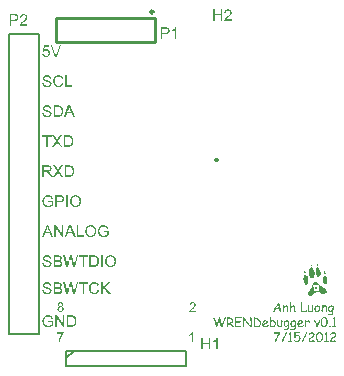
<source format=gto>
%FSLAX25Y25*%
%MOIN*%
G70*
G01*
G75*
G04 Layer_Color=65535*
%ADD10R,0.07874X0.01969*%
%ADD11C,0.01200*%
%ADD12C,0.04200*%
%ADD13R,0.04200X0.04200*%
%ADD14R,0.05906X0.05906*%
%ADD15C,0.05906*%
%ADD16R,0.05906X0.05906*%
%ADD17C,0.05000*%
%ADD18C,0.06299*%
%ADD19C,0.09449*%
%ADD20C,0.09843*%
%ADD21C,0.01000*%
%ADD22C,0.00787*%
%ADD23C,0.01378*%
G36*
X281097Y315863D02*
X281147D01*
X281202Y315858D01*
X281263Y315852D01*
X281391Y315841D01*
X281530Y315819D01*
X281663Y315786D01*
X281785Y315747D01*
X281791D01*
X281807Y315736D01*
X281830Y315719D01*
X281857Y315697D01*
X281885Y315669D01*
X281907Y315636D01*
X281924Y315591D01*
X281929Y315541D01*
Y315536D01*
Y315530D01*
X281924Y315491D01*
X281907Y315441D01*
X281874Y315392D01*
X281863Y315381D01*
X281830Y315358D01*
X281785Y315336D01*
X281752Y315331D01*
X281719Y315325D01*
X281680D01*
X281658Y315331D01*
X281652D01*
X281641Y315336D01*
X281624Y315342D01*
X281596Y315347D01*
X281563Y315353D01*
X281530Y315364D01*
X281441Y315386D01*
X281336Y315403D01*
X281219Y315419D01*
X281097Y315430D01*
X280969Y315436D01*
X280903D01*
X280858Y315430D01*
X280803D01*
X280736Y315425D01*
X280670Y315414D01*
X280592Y315403D01*
X280581D01*
X280559Y315397D01*
X280514Y315392D01*
X280464Y315381D01*
X280398Y315364D01*
X280326Y315347D01*
X280242Y315331D01*
X280159Y315308D01*
Y315303D01*
X280165Y315286D01*
Y315258D01*
X280170Y315231D01*
X280176Y315158D01*
Y315086D01*
Y315081D01*
Y315075D01*
Y315059D01*
Y315031D01*
Y315003D01*
Y314970D01*
Y314925D01*
X280170Y314881D01*
Y314826D01*
Y314764D01*
X280165Y314698D01*
Y314626D01*
X280159Y314548D01*
X280153Y314470D01*
X280142Y314287D01*
X281058Y314370D01*
X281075D01*
X281097Y314376D01*
X281125D01*
X281191Y314387D01*
X281275Y314392D01*
X281358Y314404D01*
X281441Y314409D01*
X281508Y314415D01*
X281574D01*
X281591Y314409D01*
X281613D01*
X281663Y314387D01*
X281691Y314376D01*
X281713Y314354D01*
X281719D01*
X281724Y314343D01*
X281746Y314309D01*
X281768Y314259D01*
X281780Y314226D01*
Y314193D01*
Y314187D01*
X281774Y314165D01*
X281768Y314132D01*
X281757Y314098D01*
X281730Y314059D01*
X281696Y314026D01*
X281646Y313999D01*
X281580Y313982D01*
X281080Y313937D01*
X280115Y313854D01*
Y313849D01*
Y313826D01*
X280109Y313799D01*
Y313765D01*
X280103Y313721D01*
Y313671D01*
X280098Y313571D01*
Y313566D01*
Y313549D01*
Y313521D01*
Y313488D01*
Y313410D01*
Y313321D01*
Y313316D01*
Y313299D01*
Y313277D01*
Y313249D01*
Y313210D01*
X280103Y313172D01*
X280109Y313083D01*
X280115Y312988D01*
X280126Y312900D01*
X280131Y312861D01*
X280142Y312827D01*
X280153Y312800D01*
X280165Y312777D01*
X280170D01*
X280176Y312766D01*
X280198Y312761D01*
X280226Y312750D01*
X280264Y312739D01*
X280326Y312733D01*
X280398Y312722D01*
X280708D01*
X280792Y312728D01*
X280925D01*
X280969Y312733D01*
X281091D01*
X281158Y312739D01*
X281308D01*
X281347Y312744D01*
X281397Y312750D01*
X281402D01*
X281408Y312755D01*
X281441Y312761D01*
X281485Y312766D01*
X281530D01*
X281552Y312761D01*
X281591Y312755D01*
X281635Y312739D01*
X281674Y312711D01*
X281713Y312672D01*
X281735Y312617D01*
X281746Y312544D01*
Y312539D01*
Y312517D01*
X281735Y312489D01*
X281724Y312456D01*
X281702Y312417D01*
X281669Y312383D01*
X281624Y312356D01*
X281563Y312339D01*
X281552D01*
X281541Y312333D01*
X281524D01*
X281497Y312328D01*
X281469D01*
X281430Y312322D01*
X281386Y312317D01*
X281330Y312311D01*
X281269D01*
X281197Y312306D01*
X281119Y312300D01*
X281030D01*
X280936Y312295D01*
X280647D01*
X280603Y312300D01*
X280553D01*
X280492Y312306D01*
X280359Y312317D01*
X280220Y312339D01*
X280081Y312367D01*
X280020Y312389D01*
X279965Y312411D01*
X279915Y312439D01*
X279876Y312467D01*
X279865Y312478D01*
X279859Y312489D01*
X279843Y312506D01*
X279832Y312528D01*
X279815Y312561D01*
X279793Y312600D01*
X279776Y312644D01*
X279759Y312694D01*
X279737Y312755D01*
X279721Y312827D01*
X279710Y312905D01*
X279693Y312994D01*
X279687Y313094D01*
X279676Y313205D01*
Y313327D01*
Y313333D01*
Y313349D01*
Y313377D01*
Y313416D01*
Y313455D01*
Y313505D01*
X279682Y313615D01*
Y313621D01*
Y313643D01*
Y313677D01*
X279687Y313721D01*
Y313771D01*
X279693Y313826D01*
X279698Y313960D01*
X279693Y313971D01*
X279687Y313993D01*
X279682Y314026D01*
X279676Y314065D01*
Y314071D01*
Y314076D01*
X279682Y314109D01*
X279693Y314148D01*
X279715Y314193D01*
Y314198D01*
Y314220D01*
X279721Y314248D01*
Y314293D01*
X279726Y314343D01*
X279732Y314398D01*
Y314465D01*
X279737Y314531D01*
X279748Y314676D01*
X279754Y314826D01*
X279759Y314964D01*
Y315031D01*
Y315086D01*
Y315092D01*
Y315103D01*
Y315120D01*
Y315142D01*
X279754Y315175D01*
X279748Y315214D01*
X279743Y315264D01*
X279737Y315314D01*
Y315319D01*
X279732Y315342D01*
Y315369D01*
X279726Y315403D01*
X279721Y315480D01*
X279715Y315514D01*
Y315547D01*
Y315552D01*
Y315558D01*
X279721Y315586D01*
X279726Y315625D01*
X279743Y315675D01*
X279765Y315719D01*
X279804Y315758D01*
X279854Y315786D01*
X279887Y315797D01*
X279937D01*
X279954Y315791D01*
X279976D01*
X280026Y315769D01*
X280048Y315752D01*
X280076Y315730D01*
X280081D01*
X280087Y315736D01*
X280120Y315741D01*
X280165Y315752D01*
X280231Y315769D01*
X280303Y315786D01*
X280381Y315808D01*
X280547Y315836D01*
X280559D01*
X280586Y315841D01*
X280631Y315847D01*
X280686Y315852D01*
X280753Y315858D01*
X280820Y315863D01*
X280969Y315869D01*
X281053D01*
X281097Y315863D01*
D02*
G37*
G36*
X304318Y314709D02*
X304357Y314698D01*
X304396Y314681D01*
X304440Y314659D01*
X304479Y314626D01*
X304512Y314581D01*
X304518Y314576D01*
X304529Y314559D01*
X304540Y314526D01*
X304557Y314487D01*
X304573Y314431D01*
X304590Y314365D01*
X304596Y314287D01*
X304601Y314198D01*
Y314193D01*
Y314182D01*
Y314159D01*
Y314137D01*
Y314087D01*
X304596Y314065D01*
Y314049D01*
Y314037D01*
X304590Y314010D01*
X304579Y313965D01*
X304562Y313921D01*
X304535Y313871D01*
X304501Y313826D01*
X304451Y313799D01*
X304418Y313793D01*
X304385Y313788D01*
X304379D01*
X304357Y313793D01*
X304329Y313799D01*
X304296Y313815D01*
X304263Y313838D01*
X304235Y313876D01*
X304213Y313926D01*
X304207Y313993D01*
Y313999D01*
Y314026D01*
Y314049D01*
Y314071D01*
X304202Y314104D01*
Y314143D01*
X304196Y314320D01*
X304179D01*
X304163Y314315D01*
X304140Y314309D01*
X304080Y314298D01*
X304007Y314282D01*
X303919Y314254D01*
X303830Y314220D01*
X303741Y314182D01*
X303663Y314132D01*
X303658Y314126D01*
X303630Y314104D01*
X303597Y314076D01*
X303552Y314026D01*
X303502Y313971D01*
X303452Y313899D01*
X303402Y313815D01*
X303352Y313721D01*
X303358Y312572D01*
Y312561D01*
X303352Y312539D01*
X303347Y312506D01*
X303330Y312467D01*
X303308Y312428D01*
X303269Y312394D01*
X303219Y312372D01*
X303147Y312361D01*
X303142D01*
X303119Y312367D01*
X303092Y312372D01*
X303058Y312389D01*
X303019Y312411D01*
X302992Y312450D01*
X302970Y312500D01*
X302964Y312572D01*
Y314043D01*
Y314049D01*
Y314054D01*
Y314071D01*
Y314098D01*
Y314126D01*
Y314165D01*
X302970Y314204D01*
Y314254D01*
Y314259D01*
Y314276D01*
Y314304D01*
X302975Y314332D01*
Y314398D01*
Y314431D01*
Y314459D01*
Y314470D01*
X302981Y314493D01*
X302986Y314526D01*
X302997Y314570D01*
X303019Y314609D01*
X303053Y314642D01*
X303097Y314665D01*
X303158Y314676D01*
X303169D01*
X303191Y314670D01*
X303225Y314659D01*
X303264Y314631D01*
X303303Y314587D01*
X303319Y314559D01*
X303336Y314526D01*
X303347Y314487D01*
X303358Y314437D01*
X303363Y314381D01*
X303369Y314320D01*
X303375Y314326D01*
X303386Y314337D01*
X303408Y314359D01*
X303441Y314381D01*
X303474Y314409D01*
X303524Y314442D01*
X303574Y314481D01*
X303630Y314520D01*
X303696Y314553D01*
X303763Y314592D01*
X303913Y314653D01*
X303996Y314676D01*
X304085Y314698D01*
X304174Y314709D01*
X304263Y314714D01*
X304290D01*
X304318Y314709D01*
D02*
G37*
G36*
X276429Y315697D02*
X276463Y315691D01*
X276507Y315675D01*
X276546Y315652D01*
X276579Y315614D01*
X276602Y315564D01*
X276613Y315491D01*
Y315480D01*
X276607Y315469D01*
X276602Y315453D01*
X276596Y315425D01*
X276585Y315386D01*
X276563Y315342D01*
X276540Y315281D01*
X276457Y315053D01*
X276341Y314681D01*
X275719Y313160D01*
X275713Y313149D01*
X275708Y313133D01*
X275702Y313116D01*
X275691Y313088D01*
X275680Y313055D01*
X275663Y313022D01*
X275647Y312977D01*
X275608Y312877D01*
X275558Y312750D01*
X275497Y312606D01*
X275425Y312439D01*
X275419Y312433D01*
X275408Y312417D01*
X275392Y312394D01*
X275369Y312372D01*
X275336Y312345D01*
X275297Y312322D01*
X275253Y312306D01*
X275197Y312300D01*
X275181D01*
X275164Y312306D01*
X275136D01*
X275081Y312322D01*
X275025Y312356D01*
X275020Y312361D01*
X275014Y312367D01*
X274986Y312400D01*
X274953Y312450D01*
X274948Y312478D01*
X274942Y312511D01*
Y312517D01*
X274937Y312522D01*
X274925Y312556D01*
X274909Y312600D01*
X274886Y312655D01*
X274870Y312722D01*
X274848Y312789D01*
X274826Y312861D01*
X274814Y312922D01*
Y312933D01*
X274809Y312944D01*
Y312961D01*
X274803Y312983D01*
X274798Y313011D01*
X274792Y313049D01*
X274787Y313094D01*
X274776Y313149D01*
X274764Y313216D01*
X274753Y313288D01*
X274737Y313371D01*
X274720Y313466D01*
X274698Y313577D01*
X274676Y313693D01*
X274653Y313826D01*
Y313832D01*
X274648Y313854D01*
X274642Y313882D01*
X274637Y313921D01*
X274626Y313971D01*
X274615Y314026D01*
X274604Y314087D01*
X274592Y314154D01*
X274570Y314298D01*
X274548Y314448D01*
X274526Y314598D01*
X274509Y314731D01*
Y314726D01*
X274498Y314698D01*
X274493Y314665D01*
X274476Y314615D01*
X274459Y314553D01*
X274437Y314487D01*
X274415Y314409D01*
X274387Y314326D01*
X274359Y314237D01*
X274331Y314143D01*
X274259Y313943D01*
X274187Y313749D01*
X274110Y313560D01*
Y313555D01*
X274098Y313538D01*
X274087Y313505D01*
X274071Y313471D01*
X274048Y313421D01*
X274026Y313366D01*
X274004Y313310D01*
X273976Y313244D01*
X273921Y313105D01*
X273871Y312961D01*
X273821Y312816D01*
X273804Y312750D01*
X273788Y312689D01*
X273793Y312683D01*
X273799Y312661D01*
X273804Y312628D01*
X273810Y312594D01*
Y312589D01*
Y312578D01*
X273804Y312561D01*
X273799Y312539D01*
X273788Y312517D01*
X273777Y312489D01*
X273754Y312467D01*
X273727Y312444D01*
X273721D01*
X273715Y312433D01*
X273699Y312428D01*
X273677Y312417D01*
X273621Y312394D01*
X273593Y312389D01*
X273554Y312383D01*
X273543D01*
X273510Y312389D01*
X273466Y312394D01*
X273416Y312417D01*
X273366Y312444D01*
X273321Y312489D01*
X273288Y312556D01*
X273283Y312594D01*
X273277Y312639D01*
X273210Y312905D01*
X272977Y313932D01*
Y313937D01*
X272972Y313954D01*
X272961Y313987D01*
X272950Y314026D01*
X272938Y314082D01*
X272916Y314148D01*
X272894Y314226D01*
X272872Y314315D01*
X272838Y314415D01*
X272805Y314526D01*
X272766Y314648D01*
X272722Y314781D01*
X272678Y314925D01*
X272628Y315081D01*
X272572Y315247D01*
X272511Y315425D01*
Y315430D01*
X272505Y315453D01*
X272500Y315480D01*
Y315508D01*
Y315519D01*
X272505Y315541D01*
X272511Y315569D01*
X272528Y315608D01*
X272555Y315641D01*
X272589Y315675D01*
X272644Y315697D01*
X272716Y315702D01*
X272739D01*
X272766Y315697D01*
X272794Y315686D01*
X272827Y315664D01*
X272866Y315641D01*
X272900Y315602D01*
X272927Y315552D01*
Y315547D01*
X272933Y315536D01*
X272944Y315508D01*
X272961Y315469D01*
X272983Y315414D01*
X273011Y315336D01*
X273027Y315292D01*
X273044Y315242D01*
X273061Y315181D01*
X273083Y315120D01*
Y315114D01*
X273088Y315103D01*
X273094Y315081D01*
X273105Y315053D01*
X273116Y315014D01*
X273127Y314970D01*
X273144Y314920D01*
X273160Y314864D01*
X273177Y314798D01*
X273194Y314726D01*
X273216Y314653D01*
X273238Y314570D01*
X273283Y314398D01*
X273327Y314204D01*
X273532Y313277D01*
X273538Y313282D01*
X273543Y313299D01*
X273554Y313333D01*
X273571Y313371D01*
X273593Y313421D01*
X273616Y313482D01*
X273643Y313549D01*
X273677Y313632D01*
X273704Y313721D01*
X273743Y313815D01*
X273782Y313921D01*
X273821Y314032D01*
X273860Y314148D01*
X273899Y314276D01*
X273943Y314404D01*
X273982Y314542D01*
Y314548D01*
X273987Y314565D01*
X273993Y314587D01*
X274004Y314615D01*
X274015Y314653D01*
X274026Y314698D01*
X274060Y314792D01*
X274093Y314898D01*
X274126Y315003D01*
X274160Y315097D01*
X274171Y315136D01*
X274187Y315175D01*
Y315181D01*
X274198Y315197D01*
X274204Y315219D01*
X274220Y315247D01*
X274254Y315325D01*
X274304Y315408D01*
X274359Y315491D01*
X274420Y315569D01*
X274454Y315597D01*
X274487Y315619D01*
X274520Y315636D01*
X274553Y315641D01*
X274576D01*
X274604Y315636D01*
X274637Y315625D01*
X274670Y315602D01*
X274703Y315580D01*
X274737Y315541D01*
X274764Y315491D01*
X274770Y315480D01*
Y315469D01*
X274776Y315453D01*
X274781Y315430D01*
X274792Y315397D01*
X274798Y315358D01*
X274809Y315314D01*
X274820Y315264D01*
X274831Y315203D01*
X274848Y315131D01*
X274859Y315053D01*
X274870Y314964D01*
X274886Y314864D01*
X274898Y314753D01*
X274914Y314631D01*
Y314626D01*
Y314615D01*
X274920Y314598D01*
X274925Y314570D01*
Y314537D01*
X274937Y314498D01*
X274942Y314454D01*
X274948Y314398D01*
X274959Y314343D01*
X274970Y314276D01*
X274992Y314137D01*
X275025Y313976D01*
X275059Y313804D01*
X275242Y312977D01*
X275247Y312983D01*
X275253Y313011D01*
X275270Y313049D01*
X275292Y313099D01*
X275319Y313172D01*
X275353Y313255D01*
X275392Y313349D01*
X275436Y313460D01*
X275486Y313582D01*
X275536Y313721D01*
X275597Y313871D01*
X275658Y314032D01*
X275725Y314209D01*
X275797Y314392D01*
X275869Y314592D01*
X275946Y314803D01*
Y314809D01*
X275952Y314820D01*
X275958Y314842D01*
X275969Y314881D01*
X275980Y314931D01*
X276002Y314998D01*
X276013Y315042D01*
X276024Y315092D01*
X276035Y315142D01*
X276052Y315203D01*
Y315208D01*
X276058Y315214D01*
X276063Y315242D01*
X276074Y315286D01*
X276096Y315342D01*
X276113Y315403D01*
X276141Y315469D01*
X276169Y315530D01*
X276202Y315586D01*
X276207Y315591D01*
X276213Y315602D01*
X276230Y315625D01*
X276252Y315647D01*
X276280Y315664D01*
X276313Y315686D01*
X276352Y315697D01*
X276396Y315702D01*
X276407D01*
X276429Y315697D01*
D02*
G37*
G36*
X304283Y319731D02*
X304305D01*
X304355Y319709D01*
X304382Y319698D01*
X304405Y319676D01*
X304410D01*
X304416Y319665D01*
X304438Y319637D01*
X304455Y319587D01*
X304466Y319559D01*
Y319526D01*
Y319520D01*
Y319509D01*
Y319487D01*
X304460Y319454D01*
Y319409D01*
X304455Y319359D01*
X304449Y319293D01*
X304438Y319220D01*
Y319209D01*
X304433Y319187D01*
X304427Y319148D01*
Y319104D01*
X304416Y318999D01*
X304410Y318943D01*
Y318899D01*
Y318893D01*
Y318882D01*
Y318865D01*
Y318838D01*
Y318810D01*
Y318776D01*
X304416Y318693D01*
Y318599D01*
X304421Y318499D01*
X304427Y318399D01*
X304433Y318299D01*
Y318288D01*
X304438Y318260D01*
X304444Y318210D01*
X304449Y318155D01*
X304460Y318088D01*
X304471Y318022D01*
X304483Y317955D01*
X304499Y317894D01*
X304505D01*
X304510Y317888D01*
X304543Y317877D01*
X304582Y317855D01*
X304632Y317839D01*
X304643D01*
X304677Y317833D01*
X304715Y317827D01*
X304766Y317822D01*
X304816D01*
X304871Y317827D01*
X304949Y317833D01*
X305037Y317844D01*
X305137Y317861D01*
X305248Y317883D01*
X305365Y317911D01*
X305359Y318338D01*
X305354Y318743D01*
Y318749D01*
Y318765D01*
Y318788D01*
Y318821D01*
Y318860D01*
Y318904D01*
X305359Y318954D01*
Y319015D01*
X305365Y319137D01*
X305370Y319270D01*
X305382Y319404D01*
X305398Y319531D01*
Y319542D01*
X305404Y319565D01*
X305415Y319592D01*
X305432Y319631D01*
X305459Y319665D01*
X305492Y319698D01*
X305537Y319720D01*
X305598Y319726D01*
X305615D01*
X305648Y319720D01*
X305698Y319698D01*
X305720Y319687D01*
X305742Y319665D01*
X305748D01*
X305753Y319653D01*
X305776Y319626D01*
X305792Y319576D01*
X305803Y319548D01*
Y319515D01*
X305770Y318726D01*
Y318721D01*
Y318699D01*
Y318660D01*
Y318610D01*
Y318543D01*
Y318466D01*
Y318371D01*
Y318266D01*
Y318260D01*
Y318255D01*
Y318238D01*
Y318216D01*
Y318166D01*
Y318099D01*
Y318027D01*
Y317950D01*
Y317877D01*
Y317816D01*
Y317811D01*
Y317783D01*
Y317739D01*
X305776Y317678D01*
Y317672D01*
Y317661D01*
X305781Y317628D01*
X305787Y317578D01*
Y317539D01*
Y317533D01*
Y317522D01*
X305781Y317489D01*
X305759Y317439D01*
X305748Y317417D01*
X305726Y317394D01*
X305715Y317383D01*
X305687Y317367D01*
X305637Y317345D01*
X305609Y317339D01*
X305576Y317334D01*
X305570D01*
X305548Y317339D01*
X305520Y317345D01*
X305487Y317356D01*
X305454Y317383D01*
X305420Y317417D01*
X305393Y317461D01*
X305370Y317528D01*
X305365D01*
X305359Y317522D01*
X305343Y317517D01*
X305326Y317506D01*
X305271Y317483D01*
X305193Y317461D01*
X305104Y317439D01*
X304999Y317417D01*
X304888Y317400D01*
X304760Y317394D01*
X304715D01*
X304666Y317400D01*
X304599Y317411D01*
X304527Y317422D01*
X304455Y317444D01*
X304377Y317472D01*
X304305Y317511D01*
X304294Y317517D01*
X304272Y317539D01*
X304238Y317567D01*
X304199Y317611D01*
X304161Y317667D01*
X304122Y317739D01*
X304094Y317816D01*
X304072Y317905D01*
Y317911D01*
X304066Y317927D01*
Y317961D01*
X304061Y318000D01*
X304055Y318049D01*
X304049Y318105D01*
X304039Y318166D01*
X304033Y318238D01*
X304016Y318394D01*
X304005Y318560D01*
X304000Y318732D01*
X303994Y318899D01*
Y318904D01*
Y318910D01*
Y318926D01*
Y318949D01*
X304000Y319010D01*
Y319087D01*
X304011Y319182D01*
X304022Y319293D01*
X304033Y319420D01*
X304055Y319553D01*
Y319559D01*
X304061Y319581D01*
X304072Y319609D01*
X304088Y319648D01*
X304116Y319681D01*
X304149Y319709D01*
X304194Y319731D01*
X304249Y319737D01*
X304266D01*
X304283Y319731D01*
D02*
G37*
G36*
X301940Y320736D02*
X301957D01*
X302007Y320713D01*
X302035Y320697D01*
X302057Y320675D01*
X302063D01*
X302068Y320663D01*
X302090Y320636D01*
X302107Y320586D01*
X302118Y320558D01*
Y320525D01*
Y320519D01*
Y320514D01*
Y320497D01*
Y320469D01*
Y320442D01*
Y320408D01*
Y320325D01*
Y320219D01*
Y320097D01*
X302113Y319959D01*
Y319809D01*
X302107Y319648D01*
Y319476D01*
X302101Y319298D01*
X302096Y319115D01*
X302079Y318738D01*
X302063Y318366D01*
X302035Y318044D01*
Y318038D01*
Y318016D01*
X302029Y317983D01*
Y317944D01*
X302024Y317894D01*
Y317844D01*
Y317739D01*
X302124D01*
X302174Y317744D01*
X302240Y317750D01*
X302318Y317755D01*
X302401Y317766D01*
X302496Y317777D01*
X302601Y317794D01*
X302717Y317816D01*
X302840Y317844D01*
X302973Y317872D01*
X303112Y317905D01*
X303256Y317950D01*
X303411Y317994D01*
X303417D01*
X303433Y318000D01*
X303456Y318005D01*
X303495D01*
X303511Y318000D01*
X303528Y317994D01*
X303578Y317977D01*
X303606Y317955D01*
X303628Y317933D01*
Y317927D01*
X303639Y317922D01*
X303656Y317888D01*
X303672Y317839D01*
X303683Y317777D01*
Y317772D01*
Y317755D01*
X303678Y317733D01*
X303667Y317705D01*
X303650Y317672D01*
X303622Y317639D01*
X303589Y317611D01*
X303544Y317583D01*
X303533Y317578D01*
X303522Y317572D01*
X303500Y317567D01*
X303472Y317555D01*
X303445Y317544D01*
X303406Y317533D01*
X303367Y317522D01*
X303317Y317506D01*
X303261Y317489D01*
X303200Y317472D01*
X303134Y317456D01*
X303062Y317439D01*
X302978Y317422D01*
X302895Y317406D01*
X302801Y317389D01*
X302795D01*
X302779Y317383D01*
X302756D01*
X302723Y317378D01*
X302684Y317372D01*
X302634Y317361D01*
X302529Y317350D01*
X302407Y317334D01*
X302279Y317317D01*
X302151Y317311D01*
X302035Y317306D01*
X302002D01*
X301963Y317311D01*
X301918Y317317D01*
X301818Y317334D01*
X301768Y317350D01*
X301730Y317372D01*
X301724Y317378D01*
X301713Y317389D01*
X301691Y317411D01*
X301669Y317444D01*
X301646Y317489D01*
X301624Y317544D01*
X301613Y317611D01*
X301607Y317694D01*
X301646Y318388D01*
Y318394D01*
Y318399D01*
Y318432D01*
X301652Y318482D01*
X301658Y318554D01*
Y318649D01*
X301663Y318754D01*
X301669Y318876D01*
X301674Y319015D01*
X301680Y319165D01*
X301685Y319332D01*
X301691Y319509D01*
Y319692D01*
X301696Y319892D01*
X301702Y320097D01*
Y320308D01*
Y320525D01*
Y320530D01*
Y320541D01*
X301708Y320558D01*
Y320575D01*
X301724Y320625D01*
X301757Y320675D01*
X301763Y320680D01*
X301768Y320686D01*
X301802Y320708D01*
X301846Y320730D01*
X301874Y320741D01*
X301924D01*
X301940Y320736D01*
D02*
G37*
G36*
X311997Y319648D02*
X312047Y319642D01*
X312103Y319631D01*
X312158Y319615D01*
X312208Y319598D01*
X312214D01*
X312230Y319587D01*
X312252Y319576D01*
X312286Y319559D01*
X312352Y319515D01*
X312386Y319481D01*
X312413Y319448D01*
X312424D01*
X312447Y319443D01*
X312486Y319431D01*
X312530Y319415D01*
X312569Y319387D01*
X312608Y319343D01*
X312630Y319282D01*
X312641Y319243D01*
Y319198D01*
Y319193D01*
Y319171D01*
Y319137D01*
X312635Y319093D01*
X312630Y319037D01*
X312624Y318965D01*
X312613Y318887D01*
X312597Y318799D01*
Y318793D01*
Y318788D01*
X312591Y318754D01*
X312580Y318704D01*
X312569Y318643D01*
X312563Y318577D01*
X312552Y318510D01*
X312547Y318455D01*
X312541Y318405D01*
X312491Y317700D01*
Y317694D01*
Y317683D01*
Y317661D01*
Y317633D01*
X312486Y317594D01*
Y317555D01*
X312474Y317461D01*
X312463Y317350D01*
X312447Y317239D01*
X312430Y317123D01*
X312402Y317017D01*
Y317012D01*
X312397Y317001D01*
X312391Y316984D01*
X312386Y316962D01*
X312364Y316901D01*
X312330Y316828D01*
X312286Y316745D01*
X312236Y316662D01*
X312175Y316584D01*
X312103Y316518D01*
X312097D01*
X312091Y316507D01*
X312075Y316501D01*
X312058Y316484D01*
X312031Y316473D01*
X311997Y316457D01*
X311958Y316434D01*
X311914Y316418D01*
X311864Y316401D01*
X311814Y316379D01*
X311686Y316351D01*
X311537Y316329D01*
X311370Y316318D01*
X311270D01*
X311204Y316323D01*
X311131Y316329D01*
X311054Y316335D01*
X310970Y316346D01*
X310898Y316357D01*
X310887Y316362D01*
X310859Y316368D01*
X310815Y316385D01*
X310771Y316407D01*
X310721Y316434D01*
X310676Y316473D01*
X310648Y316518D01*
X310643Y316545D01*
X310637Y316573D01*
Y316579D01*
X310643Y316601D01*
X310648Y316634D01*
X310660Y316668D01*
X310682Y316701D01*
X310715Y316734D01*
X310759Y316756D01*
X310821Y316762D01*
X310854D01*
X310882Y316756D01*
X310915D01*
X310959Y316751D01*
X311009Y316740D01*
X311070Y316728D01*
X311076D01*
X311104Y316723D01*
X311137Y316718D01*
X311187Y316712D01*
X311242Y316701D01*
X311309Y316695D01*
X311387Y316690D01*
X311481D01*
X311503Y316695D01*
X311531D01*
X311564Y316706D01*
X311598Y316718D01*
X311686Y316745D01*
X311731Y316767D01*
X311775Y316795D01*
X311820Y316828D01*
X311870Y316873D01*
X311908Y316917D01*
X311953Y316973D01*
X311986Y317034D01*
X312019Y317106D01*
Y317111D01*
X312025Y317117D01*
X312031Y317134D01*
X312036Y317156D01*
X312042Y317184D01*
X312053Y317222D01*
X312064Y317261D01*
X312069Y317311D01*
X312080Y317367D01*
X312091Y317428D01*
X312103Y317495D01*
X312108Y317572D01*
X312114Y317655D01*
X312125Y317744D01*
Y317839D01*
X312130Y317938D01*
X312125Y317927D01*
X312108Y317900D01*
X312086Y317855D01*
X312053Y317800D01*
X312014Y317744D01*
X311969Y317683D01*
X311914Y317622D01*
X311858Y317572D01*
X311853Y317567D01*
X311831Y317555D01*
X311797Y317533D01*
X311753Y317511D01*
X311703Y317489D01*
X311642Y317467D01*
X311570Y317456D01*
X311498Y317450D01*
X311459D01*
X311437Y317456D01*
X311403D01*
X311364Y317461D01*
X311281Y317483D01*
X311181Y317511D01*
X311081Y317555D01*
X310976Y317622D01*
X310926Y317661D01*
X310882Y317705D01*
Y317711D01*
X310871Y317716D01*
X310859Y317733D01*
X310843Y317755D01*
X310804Y317811D01*
X310765Y317888D01*
X310721Y317983D01*
X310682Y318099D01*
X310654Y318233D01*
X310648Y318305D01*
X310643Y318383D01*
Y318388D01*
Y318410D01*
Y318438D01*
X310648Y318477D01*
X310654Y318527D01*
X310660Y318582D01*
X310671Y318643D01*
X310682Y318710D01*
X310721Y318854D01*
X310748Y318932D01*
X310782Y319004D01*
X310815Y319082D01*
X310859Y319154D01*
X310909Y319226D01*
X310965Y319293D01*
X310970Y319298D01*
X310981Y319309D01*
X310998Y319326D01*
X311026Y319348D01*
X311059Y319376D01*
X311104Y319409D01*
X311154Y319437D01*
X311209Y319476D01*
X311270Y319509D01*
X311337Y319537D01*
X311414Y319570D01*
X311492Y319598D01*
X311581Y319620D01*
X311675Y319637D01*
X311775Y319648D01*
X311881Y319653D01*
X311953D01*
X311997Y319648D01*
D02*
G37*
G36*
X313037Y315763D02*
X313065Y315752D01*
X313093Y315736D01*
X313115Y315702D01*
X313132Y315664D01*
X313137Y315608D01*
Y315602D01*
Y315575D01*
X313132Y315530D01*
X313120Y315464D01*
Y315458D01*
Y315447D01*
X313115Y315414D01*
X313109Y315364D01*
Y315325D01*
Y315319D01*
Y315314D01*
Y315297D01*
Y315269D01*
Y315242D01*
Y315203D01*
X313115Y315158D01*
Y315108D01*
Y315103D01*
Y315086D01*
X313120Y315059D01*
Y315031D01*
X313126Y314964D01*
Y314931D01*
Y314903D01*
Y314892D01*
Y314875D01*
Y314859D01*
Y314831D01*
Y314803D01*
X313120Y314764D01*
Y314726D01*
X313115Y314676D01*
Y314626D01*
X313109Y314565D01*
X313104Y314498D01*
X313098Y314431D01*
X313093Y314354D01*
X313087Y314276D01*
X313076Y314187D01*
Y314182D01*
Y314165D01*
X313071Y314143D01*
Y314109D01*
X313065Y314071D01*
Y314026D01*
X313054Y313921D01*
X313048Y313804D01*
X313037Y313688D01*
X313032Y313577D01*
Y313477D01*
Y313471D01*
Y313455D01*
Y313427D01*
Y313394D01*
X313037Y313349D01*
Y313299D01*
Y313244D01*
X313043Y313183D01*
Y313177D01*
X313048Y313155D01*
Y313122D01*
X313054Y313083D01*
X313059Y312988D01*
X313065Y312944D01*
Y312900D01*
X313298D01*
X313331Y312894D01*
X313381Y312872D01*
X313404Y312861D01*
X313426Y312839D01*
X313431D01*
X313437Y312827D01*
X313459Y312800D01*
X313476Y312755D01*
X313487Y312728D01*
Y312700D01*
Y312694D01*
Y312683D01*
X313481Y312650D01*
X313459Y312600D01*
X313448Y312578D01*
X313426Y312556D01*
X313415Y312544D01*
X313387Y312528D01*
X313342Y312511D01*
X313281Y312500D01*
X312366D01*
X312299Y312506D01*
X312266Y312511D01*
X312244Y312517D01*
X312238D01*
X312227Y312522D01*
X312210Y312533D01*
X312194Y312550D01*
X312171Y312572D01*
X312155Y312600D01*
X312144Y312633D01*
X312138Y312678D01*
Y312689D01*
X312144Y312711D01*
X312155Y312744D01*
X312177Y312789D01*
X312216Y312827D01*
X312244Y312844D01*
X312277Y312861D01*
X312316Y312872D01*
X312360Y312883D01*
X312410Y312894D01*
X312466D01*
X312565Y312889D01*
X312654D01*
Y312894D01*
Y312905D01*
Y312933D01*
Y312961D01*
X312649Y313005D01*
Y313055D01*
X312643Y313116D01*
X312638Y313183D01*
Y313194D01*
Y313216D01*
X312632Y313249D01*
Y313294D01*
X312627Y313394D01*
X312621Y313438D01*
Y313477D01*
Y313482D01*
Y313488D01*
Y313505D01*
Y313527D01*
Y313555D01*
Y313588D01*
X312627Y313632D01*
Y313677D01*
Y313732D01*
X312632Y313793D01*
X312638Y313860D01*
Y313932D01*
X312643Y314010D01*
X312649Y314098D01*
X312660Y314187D01*
X312665Y314287D01*
Y314293D01*
Y314309D01*
X312671Y314337D01*
Y314376D01*
X312677Y314420D01*
X312682Y314470D01*
Y314531D01*
X312688Y314592D01*
X312699Y314726D01*
X312704Y314859D01*
X312710Y314986D01*
Y315047D01*
Y315103D01*
X312704D01*
X312699Y315092D01*
X312665Y315070D01*
X312615Y315036D01*
X312560Y314998D01*
X312499Y314953D01*
X312438Y314920D01*
X312388Y314898D01*
X312349Y314886D01*
X312338D01*
X312299Y314892D01*
X312255Y314914D01*
X312227Y314925D01*
X312205Y314948D01*
Y314953D01*
X312194Y314959D01*
X312177Y314986D01*
X312155Y315036D01*
X312149Y315064D01*
X312144Y315092D01*
Y315097D01*
X312149Y315108D01*
X312155Y315131D01*
X312166Y315158D01*
X312188Y315192D01*
X312221Y315236D01*
X312260Y315281D01*
X312321Y315331D01*
X312327Y315336D01*
X312343Y315347D01*
X312366Y315364D01*
X312404Y315392D01*
X312449Y315425D01*
X312504Y315469D01*
X312571Y315525D01*
X312643Y315586D01*
X312654Y315591D01*
X312677Y315614D01*
X312710Y315647D01*
X312754Y315680D01*
X312810Y315714D01*
X312871Y315747D01*
X312932Y315769D01*
X312993Y315774D01*
X313015D01*
X313037Y315763D01*
D02*
G37*
G36*
X282618Y315752D02*
X282640Y315747D01*
X282673Y315730D01*
X282712Y315697D01*
X282762Y315652D01*
X282812Y315597D01*
X282845Y315558D01*
X282873Y315514D01*
X282878Y315503D01*
X282895Y315480D01*
X282923Y315436D01*
X282962Y315381D01*
X283006Y315314D01*
X283062Y315236D01*
X283123Y315147D01*
X283189Y315053D01*
X283256Y314953D01*
X283334Y314848D01*
X283489Y314631D01*
X283656Y314415D01*
X283739Y314309D01*
X283816Y314209D01*
X283822Y314204D01*
X283839Y314182D01*
X283866Y314148D01*
X283905Y314104D01*
X283950Y314049D01*
X284005Y313987D01*
X284066Y313910D01*
X284138Y313832D01*
X284216Y313743D01*
X284299Y313649D01*
X284388Y313555D01*
X284488Y313455D01*
X284693Y313244D01*
X284910Y313033D01*
Y313038D01*
Y313049D01*
Y313072D01*
Y313099D01*
Y313138D01*
Y313183D01*
Y313238D01*
X284904Y313299D01*
X284899Y313566D01*
Y313577D01*
Y313604D01*
Y313654D01*
Y313721D01*
Y313799D01*
X284893Y313888D01*
Y313987D01*
Y314093D01*
X284888Y314209D01*
X284882Y314332D01*
X284871Y314576D01*
X284854Y314814D01*
X284843Y314931D01*
X284832Y315036D01*
Y315047D01*
X284826Y315059D01*
X284821Y315081D01*
X284816Y315114D01*
X284804Y315147D01*
X284793Y315197D01*
X284777Y315253D01*
Y315258D01*
X284771Y315275D01*
X284766Y315303D01*
X284760Y315336D01*
X284743Y315408D01*
X284738Y315447D01*
Y315480D01*
Y315486D01*
Y315491D01*
X284743Y315519D01*
X284749Y315558D01*
X284766Y315602D01*
X284793Y315647D01*
X284826Y315686D01*
X284882Y315714D01*
X284915Y315724D01*
X284971D01*
X284987Y315714D01*
X285010Y315702D01*
X285037Y315686D01*
X285071Y315652D01*
X285104Y315608D01*
X285137Y315552D01*
X285171Y315480D01*
X285204Y315392D01*
X285237Y315281D01*
X285248Y315219D01*
X285265Y315147D01*
X285276Y315075D01*
X285287Y314992D01*
X285298Y314903D01*
X285304Y314809D01*
X285309Y314709D01*
X285315Y314598D01*
X285320Y314481D01*
Y314359D01*
Y314348D01*
Y314315D01*
Y314259D01*
Y314187D01*
Y314087D01*
Y313965D01*
X285315Y313826D01*
Y313660D01*
Y313654D01*
Y313638D01*
Y313615D01*
Y313582D01*
Y313543D01*
Y313499D01*
Y313399D01*
X285309Y313282D01*
Y313166D01*
Y313061D01*
Y312961D01*
Y312955D01*
Y312944D01*
Y312916D01*
X285304Y312883D01*
X285298Y312833D01*
X285293Y312777D01*
X285282Y312711D01*
X285271Y312628D01*
Y312617D01*
X285265Y312594D01*
X285248Y312561D01*
X285232Y312522D01*
X285204Y312483D01*
X285165Y312450D01*
X285115Y312428D01*
X285049Y312417D01*
X285026D01*
X285004Y312422D01*
X284971Y312433D01*
X284932Y312456D01*
X284888Y312478D01*
X284832Y312517D01*
X284777Y312567D01*
X284766Y312578D01*
X284738Y312606D01*
X284688Y312650D01*
X284627Y312716D01*
X284543Y312800D01*
X284444Y312905D01*
X284333Y313022D01*
X284210Y313160D01*
X284066Y313316D01*
X283916Y313493D01*
X283755Y313682D01*
X283583Y313893D01*
X283400Y314121D01*
X283211Y314359D01*
X283012Y314620D01*
X282806Y314898D01*
X282795Y314420D01*
X282790Y313943D01*
Y313937D01*
Y313910D01*
Y313871D01*
Y313815D01*
Y313738D01*
Y313649D01*
X282795Y313543D01*
Y313421D01*
Y313416D01*
Y313405D01*
Y313388D01*
Y313366D01*
X282801Y313299D01*
Y313227D01*
Y313138D01*
X282806Y313049D01*
Y312966D01*
Y312894D01*
Y312889D01*
Y312872D01*
Y312844D01*
X282801Y312805D01*
Y312766D01*
X282795Y312716D01*
X282779Y312617D01*
X282751Y312511D01*
X282734Y312461D01*
X282712Y312422D01*
X282690Y312383D01*
X282657Y312356D01*
X282623Y312339D01*
X282584Y312333D01*
X282568D01*
X282545Y312339D01*
X282523Y312345D01*
X282462Y312367D01*
X282435Y312383D01*
X282407Y312411D01*
Y312417D01*
X282396Y312422D01*
X282379Y312456D01*
X282357Y312500D01*
X282351Y312528D01*
X282346Y312561D01*
Y312567D01*
Y312578D01*
Y312600D01*
Y312628D01*
X282351Y312667D01*
Y312711D01*
Y312766D01*
X282357Y312827D01*
Y312833D01*
Y312855D01*
X282362Y312889D01*
Y312927D01*
X282368Y313016D01*
Y313055D01*
Y313094D01*
Y313099D01*
Y313116D01*
Y313149D01*
Y313188D01*
X282373Y313244D01*
Y313310D01*
Y313394D01*
X282379Y313482D01*
Y313488D01*
Y313493D01*
Y313527D01*
X282384Y313571D01*
Y313627D01*
Y313693D01*
X282390Y313754D01*
Y313815D01*
Y313871D01*
Y313876D01*
Y313899D01*
Y313932D01*
Y313976D01*
Y314032D01*
X282384Y314104D01*
Y314187D01*
X282379Y314287D01*
Y314293D01*
Y314298D01*
Y314332D01*
Y314381D01*
Y314448D01*
X282373Y314515D01*
Y314587D01*
Y314653D01*
Y314709D01*
Y314714D01*
Y314737D01*
Y314764D01*
X282368Y314809D01*
Y314864D01*
X282362Y314931D01*
X282357Y315009D01*
X282346Y315103D01*
Y315108D01*
Y315114D01*
X282340Y315147D01*
Y315192D01*
X282335Y315253D01*
X282329Y315314D01*
Y315381D01*
X282324Y315441D01*
Y315497D01*
Y315503D01*
Y315514D01*
X282329Y315530D01*
X282335Y315558D01*
X282346Y315586D01*
X282357Y315614D01*
X282379Y315647D01*
X282407Y315675D01*
X282412Y315680D01*
X282423Y315686D01*
X282440Y315702D01*
X282462Y315719D01*
X282523Y315747D01*
X282557Y315752D01*
X282595Y315758D01*
X282601D01*
X282618Y315752D01*
D02*
G37*
G36*
X291575Y315797D02*
X291603Y315786D01*
X291631Y315763D01*
X291659Y315730D01*
X291675Y315686D01*
X291681Y315625D01*
Y315619D01*
Y315602D01*
X291675Y315575D01*
X291670Y315536D01*
Y315525D01*
X291664Y315503D01*
X291659Y315475D01*
Y315447D01*
X291653Y314986D01*
Y314454D01*
X291664Y314459D01*
X291686Y314476D01*
X291720Y314498D01*
X291764Y314520D01*
X291820Y314553D01*
X291875Y314581D01*
X291936Y314609D01*
X291997Y314637D01*
X292003Y314642D01*
X292025Y314648D01*
X292058Y314659D01*
X292097Y314670D01*
X292147Y314681D01*
X292197Y314692D01*
X292252Y314703D01*
X292352D01*
X292386Y314698D01*
X292425Y314692D01*
X292469Y314687D01*
X292569Y314659D01*
X292691Y314620D01*
X292752Y314592D01*
X292813Y314553D01*
X292874Y314515D01*
X292935Y314470D01*
X292991Y314415D01*
X293046Y314354D01*
X293052Y314348D01*
X293057Y314337D01*
X293068Y314320D01*
X293091Y314293D01*
X293107Y314265D01*
X293129Y314226D01*
X293157Y314182D01*
X293179Y314132D01*
X293229Y314015D01*
X293274Y313876D01*
X293301Y313726D01*
X293307Y313643D01*
X293313Y313555D01*
Y313549D01*
Y313532D01*
Y313510D01*
X293307Y313477D01*
X293301Y313432D01*
X293296Y313388D01*
X293285Y313333D01*
X293274Y313277D01*
X293235Y313149D01*
X293179Y313011D01*
X293146Y312944D01*
X293107Y312877D01*
X293057Y312811D01*
X293002Y312744D01*
X292996Y312739D01*
X292985Y312728D01*
X292968Y312711D01*
X292946Y312694D01*
X292918Y312667D01*
X292880Y312639D01*
X292835Y312611D01*
X292791Y312578D01*
X292674Y312517D01*
X292547Y312461D01*
X292474Y312444D01*
X292397Y312428D01*
X292314Y312417D01*
X292230Y312411D01*
X292175D01*
X292114Y312417D01*
X292036Y312428D01*
X291947Y312444D01*
X291847Y312467D01*
X291747Y312494D01*
X291648Y312539D01*
X291642Y312533D01*
X291636Y312522D01*
X291603Y312489D01*
X291548Y312456D01*
X291514Y312444D01*
X291481Y312439D01*
X291470D01*
X291437Y312444D01*
X291392Y312461D01*
X291348Y312494D01*
X291337Y312506D01*
X291320Y312533D01*
X291303Y312578D01*
X291292Y312633D01*
Y312644D01*
Y312672D01*
Y312722D01*
X291298Y312794D01*
Y312800D01*
Y312811D01*
Y312833D01*
X291303Y312855D01*
Y312905D01*
Y312955D01*
Y312966D01*
Y313000D01*
Y313049D01*
Y313122D01*
X291298Y313216D01*
Y313333D01*
X291292Y313466D01*
X291287Y313621D01*
Y313627D01*
Y313643D01*
Y313666D01*
Y313693D01*
Y313732D01*
X291281Y313771D01*
Y313871D01*
Y313976D01*
X291276Y314087D01*
Y314193D01*
Y314287D01*
Y314293D01*
Y314320D01*
Y314359D01*
Y314420D01*
Y314498D01*
Y314548D01*
Y314598D01*
Y314659D01*
Y314720D01*
Y314792D01*
Y314870D01*
Y314875D01*
Y314886D01*
Y314909D01*
Y314942D01*
Y314975D01*
Y315014D01*
X291281Y315103D01*
Y315203D01*
Y315297D01*
Y315381D01*
Y315419D01*
Y315453D01*
Y315458D01*
Y315475D01*
X291287Y315497D01*
Y315525D01*
X291303Y315597D01*
X291337Y315675D01*
X291342Y315680D01*
X291348Y315697D01*
X291364Y315719D01*
X291387Y315741D01*
X291414Y315763D01*
X291442Y315786D01*
X291481Y315802D01*
X291525Y315808D01*
X291548D01*
X291575Y315797D01*
D02*
G37*
G36*
X301643Y314687D02*
X301726Y314676D01*
X301815Y314665D01*
X301909Y314642D01*
X302004Y314609D01*
X302093Y314570D01*
X302098D01*
X302104Y314565D01*
X302137Y314542D01*
X302181Y314509D01*
X302231Y314459D01*
X302281Y314398D01*
X302320Y314326D01*
X302354Y314237D01*
X302359Y314187D01*
X302365Y314132D01*
Y314121D01*
X302359Y314098D01*
X302354Y314054D01*
X302337Y314004D01*
X302309Y313943D01*
X302265Y313882D01*
X302204Y313815D01*
X302170Y313782D01*
X302126Y313749D01*
X302120Y313743D01*
X302104Y313732D01*
X302076Y313716D01*
X302032Y313693D01*
X301971Y313660D01*
X301893Y313615D01*
X301799Y313571D01*
X301682Y313516D01*
X300883Y313138D01*
X300888Y313133D01*
X300905Y313110D01*
X300927Y313077D01*
X300960Y313038D01*
X301005Y312994D01*
X301055Y312949D01*
X301110Y312911D01*
X301171Y312872D01*
X301177Y312866D01*
X301205Y312861D01*
X301238Y312844D01*
X301288Y312833D01*
X301349Y312816D01*
X301421Y312800D01*
X301499Y312794D01*
X301582Y312789D01*
X301610D01*
X301638Y312794D01*
X301676D01*
X301726Y312800D01*
X301787Y312811D01*
X301848Y312822D01*
X301921Y312839D01*
X301926D01*
X301932Y312844D01*
X301959Y312850D01*
X302004Y312866D01*
X302054Y312889D01*
X302104Y312916D01*
X302159Y312944D01*
X302204Y312983D01*
X302237Y313022D01*
X302242Y313027D01*
X302248Y313038D01*
X302281Y313083D01*
X302331Y313122D01*
X302365Y313133D01*
X302392Y313138D01*
X302403D01*
X302437Y313133D01*
X302476Y313110D01*
X302498Y313099D01*
X302520Y313077D01*
X302525D01*
X302531Y313066D01*
X302553Y313038D01*
X302570Y313000D01*
X302581Y312977D01*
Y312949D01*
Y312938D01*
X302575Y312911D01*
X302559Y312866D01*
X302537Y312811D01*
X302487Y312750D01*
X302459Y312716D01*
X302420Y312683D01*
X302381Y312644D01*
X302326Y312611D01*
X302270Y312578D01*
X302204Y312544D01*
X302198D01*
X302187Y312539D01*
X302170Y312533D01*
X302148Y312522D01*
X302120Y312511D01*
X302087Y312500D01*
X302004Y312478D01*
X301909Y312450D01*
X301804Y312428D01*
X301693Y312411D01*
X301576Y312406D01*
X301532D01*
X301499Y312411D01*
X301460D01*
X301410Y312417D01*
X301305Y312433D01*
X301182Y312461D01*
X301055Y312506D01*
X300927Y312561D01*
X300811Y312639D01*
X300805Y312644D01*
X300799Y312650D01*
X300783Y312667D01*
X300761Y312689D01*
X300738Y312716D01*
X300711Y312744D01*
X300683Y312783D01*
X300655Y312827D01*
X300594Y312933D01*
X300544Y313061D01*
X300522Y313127D01*
X300505Y313205D01*
X300500Y313288D01*
X300494Y313371D01*
Y313377D01*
Y313394D01*
Y313427D01*
X300500Y313466D01*
Y313510D01*
X300511Y313566D01*
X300516Y313627D01*
X300528Y313693D01*
X300561Y313838D01*
X300605Y313987D01*
X300672Y314143D01*
X300711Y314215D01*
X300755Y314287D01*
X300761Y314293D01*
X300766Y314304D01*
X300783Y314326D01*
X300811Y314348D01*
X300838Y314381D01*
X300872Y314415D01*
X300910Y314454D01*
X300960Y314493D01*
X301010Y314526D01*
X301071Y314565D01*
X301199Y314631D01*
X301271Y314653D01*
X301349Y314676D01*
X301432Y314687D01*
X301521Y314692D01*
X301582D01*
X301643Y314687D01*
D02*
G37*
G36*
X277756Y315680D02*
X277767D01*
X277784Y315675D01*
X277806D01*
X277856Y315664D01*
X277928Y315652D01*
X278000Y315630D01*
X278083Y315608D01*
X278167Y315580D01*
X278244Y315541D01*
X278255Y315536D01*
X278283Y315519D01*
X278322Y315497D01*
X278377Y315464D01*
X278444Y315419D01*
X278511Y315364D01*
X278588Y315303D01*
X278672Y315236D01*
X278749Y315158D01*
X278827Y315075D01*
X278899Y314981D01*
X278960Y314886D01*
X279016Y314781D01*
X279055Y314670D01*
X279082Y314559D01*
X279093Y314437D01*
Y314431D01*
Y314420D01*
Y314404D01*
X279088Y314381D01*
X279077Y314326D01*
X279055Y314248D01*
X279021Y314159D01*
X278971Y314065D01*
X278938Y314021D01*
X278899Y313971D01*
X278849Y313921D01*
X278799Y313876D01*
X278788Y313865D01*
X278760Y313843D01*
X278705Y313810D01*
X278638Y313765D01*
X278555Y313716D01*
X278455Y313666D01*
X278344Y313621D01*
X278222Y313577D01*
X278228Y313571D01*
X278250Y313560D01*
X278283Y313543D01*
X278327Y313516D01*
X278383Y313482D01*
X278444Y313443D01*
X278516Y313405D01*
X278588Y313355D01*
X278744Y313244D01*
X278910Y313116D01*
X279066Y312983D01*
X279132Y312911D01*
X279199Y312839D01*
Y312833D01*
X279210Y312827D01*
X279227Y312794D01*
X279243Y312750D01*
X279254Y312694D01*
Y312689D01*
Y312678D01*
X279249Y312661D01*
Y312644D01*
X279227Y312589D01*
X279210Y312567D01*
X279188Y312539D01*
X279182D01*
X279177Y312528D01*
X279143Y312511D01*
X279099Y312489D01*
X279066Y312483D01*
X279038Y312478D01*
X279027D01*
X278988Y312489D01*
X278944Y312506D01*
X278916Y312522D01*
X278888Y312544D01*
X278883Y312550D01*
X278855Y312572D01*
X278816Y312611D01*
X278766Y312655D01*
X278699Y312711D01*
X278622Y312772D01*
X278533Y312844D01*
X278438Y312916D01*
X278327Y312994D01*
X278205Y313072D01*
X278083Y313144D01*
X277944Y313222D01*
X277806Y313294D01*
X277661Y313360D01*
X277506Y313416D01*
X277351Y313466D01*
X277367Y313055D01*
X277379Y312639D01*
Y312633D01*
Y312622D01*
X277373Y312606D01*
Y312589D01*
X277351Y312539D01*
X277340Y312511D01*
X277317Y312489D01*
X277306Y312478D01*
X277278Y312461D01*
X277229Y312439D01*
X277201Y312433D01*
X277168Y312428D01*
X277151D01*
X277134Y312433D01*
X277112D01*
X277062Y312456D01*
X277034Y312467D01*
X277012Y312489D01*
Y312494D01*
X277001Y312500D01*
X276984Y312533D01*
X276968Y312578D01*
X276957Y312639D01*
Y312644D01*
Y312672D01*
Y312711D01*
Y312761D01*
X276951Y312833D01*
Y312916D01*
X276946Y313016D01*
X276940Y313133D01*
Y313138D01*
Y313149D01*
Y313166D01*
Y313188D01*
X276935Y313249D01*
Y313321D01*
X276929Y313399D01*
Y313482D01*
X276923Y313566D01*
Y313632D01*
Y313643D01*
Y313666D01*
Y313710D01*
X276929Y313776D01*
X276935Y313854D01*
X276940Y313954D01*
X276951Y314071D01*
X276962Y314204D01*
Y314209D01*
Y314220D01*
X276968Y314243D01*
Y314265D01*
X276973Y314298D01*
X276979Y314337D01*
X276984Y314420D01*
X276995Y314515D01*
X277001Y314609D01*
X277007Y314698D01*
Y314775D01*
Y314781D01*
Y314798D01*
Y314820D01*
Y314859D01*
X277001Y314903D01*
X276995Y314959D01*
X276990Y315020D01*
X276984Y315092D01*
Y315103D01*
Y315125D01*
X276979Y315164D01*
Y315214D01*
X276973Y315319D01*
X276968Y315369D01*
Y315414D01*
Y315419D01*
Y315436D01*
X276973Y315458D01*
X276979Y315486D01*
X276995Y315552D01*
X277012Y315586D01*
X277034Y315619D01*
X277040Y315625D01*
X277051Y315636D01*
X277068Y315652D01*
X277090Y315675D01*
X277123Y315691D01*
X277156Y315708D01*
X277201Y315724D01*
X277251D01*
X277756Y315680D01*
D02*
G37*
G36*
X309513Y315758D02*
X309552D01*
X309596Y315747D01*
X309652Y315741D01*
X309707Y315724D01*
X309774Y315702D01*
X309840Y315680D01*
X309913Y315647D01*
X309985Y315608D01*
X310057Y315564D01*
X310123Y315508D01*
X310196Y315447D01*
X310257Y315375D01*
X310318Y315292D01*
X310323Y315286D01*
X310329Y315275D01*
X310345Y315253D01*
X310362Y315219D01*
X310379Y315181D01*
X310406Y315131D01*
X310429Y315075D01*
X310456Y315014D01*
X310479Y314942D01*
X310506Y314870D01*
X310529Y314787D01*
X310545Y314698D01*
X310578Y314509D01*
X310584Y314404D01*
X310590Y314298D01*
Y314287D01*
Y314259D01*
Y314209D01*
X310584Y314143D01*
X310578Y314065D01*
X310573Y313976D01*
X310567Y313876D01*
X310551Y313765D01*
X310518Y313538D01*
X310462Y313305D01*
X310429Y313188D01*
X310390Y313077D01*
X310345Y312977D01*
X310290Y312883D01*
X310284Y312877D01*
X310279Y312861D01*
X310257Y312839D01*
X310234Y312811D01*
X310201Y312777D01*
X310162Y312733D01*
X310118Y312694D01*
X310068Y312650D01*
X310007Y312606D01*
X309940Y312567D01*
X309868Y312528D01*
X309785Y312489D01*
X309702Y312461D01*
X309607Y312439D01*
X309502Y312422D01*
X309396Y312417D01*
X309369D01*
X309335Y312422D01*
X309291Y312428D01*
X309241Y312433D01*
X309180Y312450D01*
X309113Y312467D01*
X309041Y312489D01*
X308963Y312522D01*
X308886Y312561D01*
X308808Y312606D01*
X308736Y312661D01*
X308658Y312728D01*
X308586Y312805D01*
X308525Y312900D01*
X308464Y313000D01*
Y313005D01*
X308453Y313022D01*
X308442Y313044D01*
X308431Y313083D01*
X308414Y313127D01*
X308392Y313177D01*
X308375Y313244D01*
X308353Y313316D01*
X308331Y313394D01*
X308314Y313482D01*
X308292Y313577D01*
X308275Y313682D01*
X308264Y313793D01*
X308253Y313910D01*
X308242Y314032D01*
Y314165D01*
Y314171D01*
Y314193D01*
Y314226D01*
X308248Y314270D01*
X308253Y314320D01*
X308259Y314381D01*
X308264Y314454D01*
X308281Y314526D01*
X308314Y314692D01*
X308364Y314870D01*
X308397Y314964D01*
X308436Y315053D01*
X308481Y315142D01*
X308531Y315231D01*
X308536Y315236D01*
X308547Y315253D01*
X308564Y315281D01*
X308592Y315314D01*
X308625Y315353D01*
X308669Y315397D01*
X308719Y315447D01*
X308775Y315497D01*
X308836Y315547D01*
X308908Y315597D01*
X308980Y315641D01*
X309063Y315680D01*
X309152Y315714D01*
X309246Y315741D01*
X309352Y315758D01*
X309457Y315763D01*
X309480D01*
X309513Y315758D01*
D02*
G37*
G36*
X306411Y314709D02*
X306433Y314698D01*
X306466Y314681D01*
X306494Y314659D01*
X306522Y314631D01*
X306544Y314587D01*
X307082Y313116D01*
Y313122D01*
X307088Y313133D01*
X307099Y313149D01*
X307110Y313177D01*
X307126Y313216D01*
X307143Y313255D01*
X307165Y313305D01*
X307188Y313366D01*
X307215Y313432D01*
X307248Y313505D01*
X307282Y313582D01*
X307315Y313671D01*
X307354Y313765D01*
X307393Y313865D01*
X307432Y313976D01*
X307476Y314093D01*
X307482Y314098D01*
X307487Y314126D01*
X307498Y314159D01*
X307521Y314215D01*
X307543Y314282D01*
X307576Y314365D01*
X307609Y314459D01*
X307654Y314565D01*
X307659Y314570D01*
X307665Y314587D01*
X307681Y314609D01*
X307704Y314637D01*
X307731Y314659D01*
X307759Y314681D01*
X307798Y314698D01*
X307842Y314703D01*
X307859D01*
X307892Y314698D01*
X307942Y314676D01*
X307964Y314665D01*
X307992Y314642D01*
X307998D01*
X308003Y314631D01*
X308026Y314603D01*
X308048Y314553D01*
X308059Y314526D01*
Y314493D01*
Y314487D01*
Y314481D01*
X308053Y314470D01*
X308048Y314448D01*
X308042Y314426D01*
X308031Y314392D01*
X308014Y314354D01*
X307998Y314304D01*
X307976Y314243D01*
X307948Y314171D01*
X307909Y314082D01*
X307870Y313982D01*
X307826Y313871D01*
X307770Y313743D01*
X307709Y313599D01*
X307282Y312606D01*
Y312600D01*
X307276Y312578D01*
X307271Y312544D01*
X307254Y312511D01*
X307232Y312478D01*
X307193Y312444D01*
X307149Y312422D01*
X307088Y312417D01*
X307082D01*
X307060Y312422D01*
X307038Y312428D01*
X307004Y312439D01*
X306965Y312461D01*
X306927Y312494D01*
X306893Y312533D01*
X306866Y312594D01*
X306544Y313443D01*
X306166Y314409D01*
Y314420D01*
X306161Y314442D01*
X306155Y314470D01*
X306150Y314504D01*
Y314509D01*
Y314520D01*
X306155Y314537D01*
Y314553D01*
X306177Y314603D01*
X306189Y314631D01*
X306211Y314653D01*
X306216Y314659D01*
X306222Y314665D01*
X306255Y314687D01*
X306305Y314703D01*
X306333Y314714D01*
X306388D01*
X306411Y314709D01*
D02*
G37*
G36*
X295913Y319792D02*
X295941Y319781D01*
X295980Y319764D01*
X296019Y319731D01*
X296052Y319681D01*
X296063Y319648D01*
X296080Y319615D01*
X296085Y319570D01*
X296091Y319520D01*
X296102Y319276D01*
X296108Y319282D01*
X296119Y319298D01*
X296135Y319320D01*
X296163Y319348D01*
X296196Y319387D01*
X296230Y319426D01*
X296324Y319515D01*
X296429Y319598D01*
X296551Y319676D01*
X296618Y319703D01*
X296685Y319726D01*
X296757Y319742D01*
X296824Y319748D01*
X296857D01*
X296879Y319742D01*
X296940Y319731D01*
X297012Y319709D01*
X297090Y319676D01*
X297167Y319620D01*
X297201Y319587D01*
X297234Y319548D01*
X297268Y319503D01*
X297295Y319448D01*
X297301Y319437D01*
X297312Y319409D01*
X297323Y319365D01*
X297340Y319298D01*
X297356Y319220D01*
X297373Y319121D01*
X297390Y318999D01*
X297395Y318865D01*
Y318649D01*
X297390Y318455D01*
Y318449D01*
Y318421D01*
Y318388D01*
X297395Y318333D01*
X297401Y318271D01*
X297406Y318194D01*
X297417Y318105D01*
X297434Y318005D01*
Y318000D01*
Y317994D01*
X297440Y317961D01*
X297451Y317911D01*
X297456Y317844D01*
X297467Y317772D01*
X297473Y317700D01*
X297478Y317622D01*
Y317555D01*
Y317550D01*
Y317539D01*
X297473Y317506D01*
X297451Y317456D01*
X297440Y317433D01*
X297417Y317411D01*
X297406Y317400D01*
X297373Y317383D01*
X297328Y317361D01*
X297295Y317356D01*
X297262Y317350D01*
X297256D01*
X297234Y317356D01*
X297206Y317361D01*
X297173Y317372D01*
X297134Y317400D01*
X297101Y317433D01*
X297079Y317478D01*
X297062Y317544D01*
X297007Y318005D01*
Y318011D01*
Y318016D01*
X297001Y318049D01*
X296995Y318094D01*
Y318155D01*
X296990Y318227D01*
X296984Y318305D01*
X296979Y318466D01*
Y318471D01*
Y318477D01*
Y318493D01*
Y318516D01*
Y318543D01*
Y318577D01*
X296984Y318616D01*
Y318666D01*
Y318671D01*
Y318688D01*
Y318716D01*
X296990Y318743D01*
Y318815D01*
Y318843D01*
Y318871D01*
Y318876D01*
Y318893D01*
Y318915D01*
Y318943D01*
X296979Y319015D01*
X296968Y319098D01*
X296951Y319182D01*
X296918Y319254D01*
X296901Y319282D01*
X296879Y319309D01*
X296851Y319320D01*
X296824Y319326D01*
X296812D01*
X296785Y319320D01*
X296740Y319309D01*
X296679Y319293D01*
X296613Y319259D01*
X296535Y319209D01*
X296496Y319176D01*
X296457Y319137D01*
X296413Y319093D01*
X296374Y319043D01*
Y319037D01*
X296368Y319032D01*
X296357Y319015D01*
X296341Y318999D01*
X296307Y318943D01*
X296268Y318865D01*
X296218Y318771D01*
X296169Y318666D01*
X296119Y318538D01*
X296074Y318399D01*
Y318394D01*
Y318383D01*
Y318366D01*
X296069Y318344D01*
Y318310D01*
X296063Y318277D01*
X296058Y318194D01*
Y318188D01*
Y318177D01*
X296052Y318155D01*
Y318127D01*
X296046Y318061D01*
Y317988D01*
Y317977D01*
Y317961D01*
Y317944D01*
X296052Y317916D01*
Y317883D01*
Y317844D01*
X296058Y317800D01*
Y317794D01*
Y317777D01*
X296063Y317755D01*
Y317728D01*
X296069Y317667D01*
Y317639D01*
Y317611D01*
Y317605D01*
Y317594D01*
X296063Y317578D01*
Y317555D01*
X296041Y317506D01*
X296030Y317483D01*
X296008Y317461D01*
X295996Y317450D01*
X295969Y317433D01*
X295924Y317411D01*
X295897Y317406D01*
X295863Y317400D01*
X295847D01*
X295830Y317406D01*
X295808D01*
X295758Y317428D01*
X295730Y317439D01*
X295708Y317461D01*
X295697Y317472D01*
X295680Y317500D01*
X295663Y317550D01*
X295652Y317611D01*
Y317617D01*
Y317622D01*
Y317639D01*
Y317655D01*
Y317683D01*
X295647Y317716D01*
Y317755D01*
X295641Y317800D01*
Y317805D01*
Y317822D01*
X295636Y317844D01*
Y317872D01*
X295630Y317933D01*
Y317961D01*
Y317988D01*
Y318000D01*
Y318027D01*
Y318077D01*
X295636Y318144D01*
Y318233D01*
X295641Y318333D01*
X295647Y318455D01*
X295658Y318588D01*
Y318593D01*
Y318604D01*
Y318627D01*
X295663Y318649D01*
Y318682D01*
X295669Y318721D01*
X295675Y318804D01*
Y318904D01*
X295680Y319004D01*
X295686Y319098D01*
Y319187D01*
Y319193D01*
Y319198D01*
Y319215D01*
Y319237D01*
Y319265D01*
X295680Y319298D01*
Y319343D01*
X295675Y319387D01*
Y319392D01*
Y319409D01*
Y319431D01*
Y319465D01*
X295669Y319526D01*
Y319559D01*
Y319587D01*
Y319592D01*
Y319603D01*
X295675Y319620D01*
Y319642D01*
X295697Y319692D01*
X295708Y319714D01*
X295730Y319737D01*
X295736Y319742D01*
X295741Y319748D01*
X295775Y319770D01*
X295819Y319787D01*
X295847Y319798D01*
X295891D01*
X295913Y319792D01*
D02*
G37*
G36*
X236523Y325781D02*
X238205Y323500D01*
X237533D01*
X236168Y325437D01*
X235541Y324832D01*
Y323500D01*
X235031D01*
Y327341D01*
X235541D01*
Y325431D01*
X237439Y327341D01*
X238133D01*
X236523Y325781D01*
D02*
G37*
G36*
X226367Y323500D02*
X225867D01*
X225063Y326425D01*
Y326430D01*
X225057Y326442D01*
X225051Y326458D01*
X225046Y326486D01*
X225029Y326547D01*
X225013Y326619D01*
X224991Y326697D01*
X224968Y326769D01*
X224952Y326830D01*
X224946Y326858D01*
X224940Y326874D01*
Y326869D01*
X224935Y326863D01*
X224929Y326830D01*
X224918Y326780D01*
X224902Y326719D01*
X224885Y326652D01*
X224863Y326575D01*
X224846Y326497D01*
X224824Y326425D01*
X224014Y323500D01*
X223481D01*
X222476Y327341D01*
X223004D01*
X223575Y324821D01*
Y324815D01*
X223581Y324804D01*
X223586Y324782D01*
X223592Y324754D01*
X223597Y324715D01*
X223609Y324677D01*
X223620Y324627D01*
X223631Y324571D01*
X223658Y324455D01*
X223686Y324321D01*
X223714Y324177D01*
X223742Y324033D01*
Y324038D01*
X223747Y324061D01*
X223758Y324088D01*
X223764Y324133D01*
X223775Y324177D01*
X223792Y324233D01*
X223819Y324355D01*
X223853Y324477D01*
X223864Y324538D01*
X223881Y324593D01*
X223892Y324643D01*
X223903Y324688D01*
X223914Y324721D01*
X223919Y324743D01*
X224646Y327341D01*
X225262D01*
X225806Y325393D01*
Y325387D01*
X225817Y325359D01*
X225829Y325320D01*
X225840Y325270D01*
X225856Y325204D01*
X225879Y325132D01*
X225901Y325048D01*
X225923Y324954D01*
X225951Y324849D01*
X225973Y324743D01*
X226023Y324516D01*
X226073Y324277D01*
X226112Y324033D01*
Y324038D01*
X226117Y324049D01*
Y324072D01*
X226128Y324099D01*
X226134Y324133D01*
X226145Y324171D01*
X226150Y324221D01*
X226167Y324277D01*
X226195Y324399D01*
X226228Y324543D01*
X226261Y324699D01*
X226306Y324871D01*
X226905Y327341D01*
X227421D01*
X226367Y323500D01*
D02*
G37*
G36*
X230651Y326886D02*
X229386D01*
Y323500D01*
X228875D01*
Y326886D01*
X227610D01*
Y327341D01*
X230651D01*
Y326886D01*
D02*
G37*
G36*
X238316Y336402D02*
X238366D01*
X238416Y336396D01*
X238482Y336385D01*
X238549Y336374D01*
X238693Y336346D01*
X238860Y336302D01*
X239021Y336235D01*
X239104Y336196D01*
X239187Y336152D01*
X239193Y336146D01*
X239204Y336141D01*
X239226Y336124D01*
X239260Y336107D01*
X239293Y336080D01*
X239337Y336047D01*
X239432Y335969D01*
X239531Y335869D01*
X239643Y335747D01*
X239748Y335602D01*
X239837Y335441D01*
Y335436D01*
X239848Y335419D01*
X239859Y335397D01*
X239870Y335364D01*
X239892Y335319D01*
X239909Y335269D01*
X239931Y335208D01*
X239953Y335142D01*
X239970Y335070D01*
X239992Y334992D01*
X240014Y334903D01*
X240031Y334814D01*
X240053Y334620D01*
X240064Y334409D01*
Y334404D01*
Y334381D01*
Y334354D01*
X240059Y334309D01*
Y334259D01*
X240053Y334198D01*
X240042Y334132D01*
X240037Y334060D01*
X240009Y333899D01*
X239964Y333721D01*
X239903Y333543D01*
X239870Y333455D01*
X239826Y333366D01*
Y333360D01*
X239815Y333344D01*
X239804Y333321D01*
X239781Y333288D01*
X239759Y333249D01*
X239731Y333210D01*
X239654Y333105D01*
X239559Y332994D01*
X239448Y332877D01*
X239315Y332766D01*
X239160Y332666D01*
X239154D01*
X239143Y332655D01*
X239115Y332644D01*
X239082Y332628D01*
X239043Y332611D01*
X238999Y332594D01*
X238943Y332572D01*
X238882Y332550D01*
X238815Y332528D01*
X238743Y332505D01*
X238582Y332472D01*
X238410Y332445D01*
X238227Y332433D01*
X238172D01*
X238139Y332439D01*
X238088D01*
X238033Y332450D01*
X237972Y332456D01*
X237900Y332467D01*
X237750Y332500D01*
X237589Y332544D01*
X237422Y332611D01*
X237339Y332650D01*
X237256Y332694D01*
X237250Y332700D01*
X237239Y332705D01*
X237217Y332722D01*
X237184Y332744D01*
X237151Y332766D01*
X237112Y332800D01*
X237017Y332883D01*
X236912Y332983D01*
X236801Y333105D01*
X236701Y333244D01*
X236607Y333405D01*
Y333410D01*
X236596Y333427D01*
X236584Y333449D01*
X236573Y333482D01*
X236557Y333527D01*
X236540Y333577D01*
X236518Y333632D01*
X236501Y333693D01*
X236479Y333765D01*
X236457Y333838D01*
X236423Y334004D01*
X236401Y334176D01*
X236390Y334365D01*
Y334370D01*
Y334376D01*
Y334409D01*
X236396Y334459D01*
Y334526D01*
X236407Y334604D01*
X236418Y334698D01*
X236435Y334803D01*
X236457Y334914D01*
X236479Y335031D01*
X236512Y335153D01*
X236557Y335275D01*
X236607Y335403D01*
X236662Y335525D01*
X236734Y335647D01*
X236812Y335758D01*
X236901Y335863D01*
X236906Y335869D01*
X236923Y335886D01*
X236956Y335913D01*
X236995Y335946D01*
X237045Y335991D01*
X237106Y336035D01*
X237178Y336085D01*
X237262Y336135D01*
X237350Y336185D01*
X237450Y336235D01*
X237561Y336280D01*
X237678Y336324D01*
X237806Y336357D01*
X237939Y336385D01*
X238077Y336402D01*
X238227Y336407D01*
X238277D01*
X238316Y336402D01*
D02*
G37*
G36*
X217104Y327402D02*
X217143D01*
X217248Y327391D01*
X217365Y327374D01*
X217487Y327346D01*
X217620Y327313D01*
X217742Y327268D01*
X217748D01*
X217759Y327263D01*
X217776Y327252D01*
X217798Y327241D01*
X217853Y327213D01*
X217925Y327163D01*
X218009Y327108D01*
X218092Y327035D01*
X218169Y326952D01*
X218242Y326858D01*
Y326852D01*
X218247Y326847D01*
X218258Y326830D01*
X218269Y326813D01*
X218297Y326758D01*
X218331Y326686D01*
X218369Y326597D01*
X218397Y326491D01*
X218425Y326380D01*
X218436Y326258D01*
X217948Y326220D01*
Y326225D01*
Y326236D01*
X217942Y326253D01*
X217936Y326280D01*
X217920Y326342D01*
X217898Y326425D01*
X217864Y326514D01*
X217814Y326602D01*
X217753Y326686D01*
X217676Y326763D01*
X217665Y326769D01*
X217637Y326791D01*
X217581Y326824D01*
X217509Y326858D01*
X217415Y326891D01*
X217304Y326924D01*
X217165Y326946D01*
X217010Y326952D01*
X216932D01*
X216899Y326946D01*
X216854Y326941D01*
X216754Y326930D01*
X216643Y326908D01*
X216532Y326880D01*
X216427Y326836D01*
X216383Y326808D01*
X216338Y326780D01*
X216327Y326775D01*
X216305Y326752D01*
X216271Y326713D01*
X216238Y326669D01*
X216199Y326608D01*
X216166Y326541D01*
X216144Y326464D01*
X216133Y326375D01*
Y326364D01*
Y326342D01*
X216138Y326303D01*
X216149Y326258D01*
X216166Y326203D01*
X216194Y326147D01*
X216227Y326092D01*
X216277Y326036D01*
X216283Y326031D01*
X216310Y326014D01*
X216333Y325997D01*
X216355Y325986D01*
X216388Y325970D01*
X216427Y325948D01*
X216477Y325931D01*
X216532Y325909D01*
X216593Y325887D01*
X216666Y325859D01*
X216743Y325836D01*
X216832Y325809D01*
X216932Y325787D01*
X217043Y325759D01*
X217049D01*
X217071Y325753D01*
X217104Y325748D01*
X217143Y325737D01*
X217193Y325726D01*
X217254Y325709D01*
X217315Y325692D01*
X217381Y325676D01*
X217526Y325637D01*
X217665Y325598D01*
X217731Y325576D01*
X217792Y325553D01*
X217848Y325537D01*
X217892Y325515D01*
X217898D01*
X217909Y325509D01*
X217925Y325498D01*
X217948Y325487D01*
X218009Y325454D01*
X218081Y325409D01*
X218164Y325348D01*
X218247Y325282D01*
X218325Y325204D01*
X218392Y325121D01*
X218397Y325110D01*
X218419Y325082D01*
X218442Y325032D01*
X218475Y324965D01*
X218503Y324887D01*
X218530Y324793D01*
X218547Y324688D01*
X218552Y324577D01*
Y324571D01*
Y324566D01*
Y324549D01*
Y324527D01*
X218541Y324466D01*
X218530Y324388D01*
X218508Y324299D01*
X218480Y324205D01*
X218436Y324105D01*
X218375Y324000D01*
Y323994D01*
X218369Y323988D01*
X218342Y323955D01*
X218303Y323905D01*
X218247Y323850D01*
X218175Y323783D01*
X218086Y323711D01*
X217986Y323644D01*
X217870Y323583D01*
X217864D01*
X217853Y323578D01*
X217836Y323572D01*
X217814Y323561D01*
X217781Y323550D01*
X217742Y323533D01*
X217653Y323511D01*
X217548Y323483D01*
X217420Y323456D01*
X217282Y323439D01*
X217132Y323433D01*
X217043D01*
X216999Y323439D01*
X216949D01*
X216893Y323445D01*
X216827Y323450D01*
X216688Y323472D01*
X216543Y323495D01*
X216399Y323533D01*
X216260Y323583D01*
X216255D01*
X216244Y323589D01*
X216227Y323600D01*
X216205Y323611D01*
X216138Y323644D01*
X216061Y323694D01*
X215972Y323761D01*
X215877Y323838D01*
X215789Y323933D01*
X215705Y324038D01*
Y324044D01*
X215694Y324055D01*
X215689Y324072D01*
X215672Y324094D01*
X215661Y324122D01*
X215644Y324155D01*
X215605Y324238D01*
X215567Y324344D01*
X215533Y324460D01*
X215511Y324593D01*
X215500Y324732D01*
X215977Y324777D01*
Y324771D01*
Y324765D01*
X215983Y324749D01*
Y324727D01*
X215994Y324677D01*
X216011Y324604D01*
X216033Y324532D01*
X216055Y324449D01*
X216094Y324371D01*
X216133Y324299D01*
X216138Y324294D01*
X216155Y324271D01*
X216183Y324233D01*
X216227Y324194D01*
X216283Y324144D01*
X216344Y324094D01*
X216427Y324044D01*
X216516Y324000D01*
X216521D01*
X216527Y323994D01*
X216543Y323988D01*
X216560Y323983D01*
X216616Y323966D01*
X216688Y323944D01*
X216776Y323922D01*
X216876Y323905D01*
X216987Y323894D01*
X217109Y323888D01*
X217160D01*
X217215Y323894D01*
X217282Y323900D01*
X217359Y323911D01*
X217448Y323922D01*
X217537Y323944D01*
X217620Y323972D01*
X217631Y323977D01*
X217659Y323988D01*
X217698Y324011D01*
X217748Y324033D01*
X217798Y324072D01*
X217853Y324111D01*
X217909Y324155D01*
X217953Y324210D01*
X217959Y324216D01*
X217970Y324238D01*
X217986Y324266D01*
X218009Y324310D01*
X218031Y324355D01*
X218047Y324410D01*
X218059Y324471D01*
X218064Y324538D01*
Y324543D01*
Y324571D01*
X218059Y324604D01*
X218053Y324649D01*
X218036Y324693D01*
X218020Y324749D01*
X217992Y324804D01*
X217953Y324854D01*
X217948Y324860D01*
X217931Y324876D01*
X217909Y324899D01*
X217870Y324932D01*
X217826Y324965D01*
X217764Y325004D01*
X217692Y325043D01*
X217609Y325076D01*
X217603Y325082D01*
X217576Y325087D01*
X217531Y325104D01*
X217503Y325110D01*
X217465Y325121D01*
X217426Y325137D01*
X217376Y325148D01*
X217320Y325165D01*
X217254Y325182D01*
X217187Y325198D01*
X217109Y325220D01*
X217021Y325243D01*
X216926Y325265D01*
X216921D01*
X216904Y325270D01*
X216876Y325276D01*
X216843Y325287D01*
X216799Y325298D01*
X216749Y325309D01*
X216638Y325343D01*
X216516Y325381D01*
X216388Y325420D01*
X216277Y325459D01*
X216227Y325481D01*
X216183Y325503D01*
X216177D01*
X216172Y325509D01*
X216138Y325531D01*
X216088Y325559D01*
X216033Y325604D01*
X215966Y325653D01*
X215900Y325714D01*
X215833Y325787D01*
X215777Y325864D01*
X215772Y325875D01*
X215755Y325903D01*
X215733Y325948D01*
X215711Y326003D01*
X215689Y326075D01*
X215667Y326158D01*
X215650Y326247D01*
X215644Y326342D01*
Y326347D01*
Y326353D01*
Y326369D01*
Y326392D01*
X215655Y326447D01*
X215667Y326519D01*
X215683Y326602D01*
X215711Y326697D01*
X215750Y326791D01*
X215805Y326886D01*
Y326891D01*
X215811Y326897D01*
X215839Y326930D01*
X215877Y326974D01*
X215927Y327030D01*
X215994Y327091D01*
X216077Y327157D01*
X216177Y327219D01*
X216288Y327274D01*
X216294D01*
X216305Y327280D01*
X216321Y327285D01*
X216344Y327296D01*
X216371Y327307D01*
X216410Y327318D01*
X216493Y327341D01*
X216599Y327363D01*
X216721Y327385D01*
X216849Y327402D01*
X216993Y327407D01*
X217065D01*
X217104Y327402D01*
D02*
G37*
G36*
X232932D02*
X232982Y327396D01*
X233044Y327391D01*
X233105Y327385D01*
X233177Y327368D01*
X233327Y327335D01*
X233493Y327285D01*
X233576Y327252D01*
X233654Y327213D01*
X233732Y327163D01*
X233809Y327113D01*
X233815Y327108D01*
X233826Y327102D01*
X233848Y327085D01*
X233876Y327058D01*
X233904Y327030D01*
X233943Y326991D01*
X233981Y326946D01*
X234026Y326902D01*
X234070Y326847D01*
X234115Y326780D01*
X234165Y326713D01*
X234209Y326641D01*
X234248Y326558D01*
X234292Y326475D01*
X234326Y326386D01*
X234359Y326286D01*
X233859Y326169D01*
Y326175D01*
X233854Y326186D01*
X233843Y326208D01*
X233832Y326236D01*
X233821Y326270D01*
X233804Y326314D01*
X233759Y326403D01*
X233704Y326503D01*
X233637Y326602D01*
X233554Y326697D01*
X233465Y326780D01*
X233454Y326791D01*
X233421Y326813D01*
X233366Y326841D01*
X233293Y326880D01*
X233199Y326913D01*
X233094Y326946D01*
X232966Y326969D01*
X232827Y326974D01*
X232783D01*
X232755Y326969D01*
X232716D01*
X232672Y326963D01*
X232566Y326946D01*
X232450Y326924D01*
X232328Y326886D01*
X232200Y326830D01*
X232083Y326758D01*
X232078D01*
X232072Y326747D01*
X232033Y326719D01*
X231983Y326675D01*
X231922Y326608D01*
X231850Y326525D01*
X231784Y326430D01*
X231723Y326314D01*
X231667Y326186D01*
Y326181D01*
X231662Y326169D01*
X231656Y326153D01*
X231650Y326125D01*
X231639Y326092D01*
X231628Y326053D01*
X231612Y325959D01*
X231589Y325848D01*
X231567Y325726D01*
X231556Y325592D01*
X231551Y325448D01*
Y325443D01*
Y325426D01*
Y325398D01*
Y325365D01*
X231556Y325326D01*
Y325276D01*
X231562Y325220D01*
X231567Y325160D01*
X231584Y325026D01*
X231612Y324882D01*
X231645Y324738D01*
X231689Y324593D01*
Y324588D01*
X231695Y324577D01*
X231706Y324560D01*
X231717Y324532D01*
X231750Y324466D01*
X231800Y324388D01*
X231861Y324299D01*
X231939Y324205D01*
X232028Y324122D01*
X232133Y324044D01*
X232139D01*
X232150Y324038D01*
X232167Y324027D01*
X232189Y324016D01*
X232217Y324005D01*
X232250Y323988D01*
X232328Y323955D01*
X232428Y323922D01*
X232539Y323894D01*
X232661Y323872D01*
X232788Y323866D01*
X232827D01*
X232860Y323872D01*
X232899D01*
X232938Y323877D01*
X233038Y323900D01*
X233155Y323927D01*
X233271Y323972D01*
X233393Y324033D01*
X233454Y324066D01*
X233510Y324111D01*
X233515Y324116D01*
X233521Y324122D01*
X233538Y324138D01*
X233560Y324155D01*
X233582Y324183D01*
X233610Y324216D01*
X233643Y324249D01*
X233671Y324294D01*
X233704Y324344D01*
X233743Y324399D01*
X233776Y324455D01*
X233809Y324521D01*
X233837Y324593D01*
X233865Y324671D01*
X233893Y324754D01*
X233915Y324843D01*
X234425Y324715D01*
Y324710D01*
X234420Y324688D01*
X234409Y324654D01*
X234392Y324610D01*
X234376Y324560D01*
X234353Y324499D01*
X234326Y324432D01*
X234292Y324360D01*
X234215Y324205D01*
X234115Y324049D01*
X234054Y323972D01*
X233993Y323894D01*
X233926Y323827D01*
X233848Y323761D01*
X233843Y323755D01*
X233832Y323744D01*
X233804Y323733D01*
X233776Y323711D01*
X233732Y323683D01*
X233687Y323655D01*
X233626Y323628D01*
X233565Y323600D01*
X233493Y323567D01*
X233415Y323539D01*
X233332Y323511D01*
X233243Y323483D01*
X233149Y323461D01*
X233049Y323450D01*
X232944Y323439D01*
X232833Y323433D01*
X232772D01*
X232727Y323439D01*
X232677D01*
X232616Y323445D01*
X232550Y323456D01*
X232472Y323467D01*
X232311Y323495D01*
X232144Y323539D01*
X231978Y323600D01*
X231900Y323639D01*
X231823Y323683D01*
X231817Y323689D01*
X231806Y323694D01*
X231784Y323711D01*
X231762Y323733D01*
X231728Y323755D01*
X231689Y323789D01*
X231645Y323827D01*
X231601Y323872D01*
X231556Y323922D01*
X231506Y323972D01*
X231406Y324099D01*
X231312Y324249D01*
X231229Y324416D01*
Y324421D01*
X231218Y324438D01*
X231212Y324466D01*
X231195Y324499D01*
X231184Y324543D01*
X231168Y324599D01*
X231145Y324660D01*
X231129Y324727D01*
X231112Y324799D01*
X231090Y324882D01*
X231062Y325054D01*
X231040Y325248D01*
X231029Y325448D01*
Y325454D01*
Y325476D01*
Y325509D01*
X231034Y325548D01*
Y325604D01*
X231040Y325659D01*
X231046Y325731D01*
X231057Y325803D01*
X231084Y325964D01*
X231123Y326142D01*
X231179Y326319D01*
X231256Y326491D01*
X231262Y326497D01*
X231267Y326514D01*
X231279Y326536D01*
X231301Y326564D01*
X231323Y326602D01*
X231351Y326647D01*
X231423Y326747D01*
X231517Y326858D01*
X231628Y326969D01*
X231756Y327080D01*
X231906Y327174D01*
X231911Y327180D01*
X231928Y327185D01*
X231950Y327196D01*
X231978Y327213D01*
X232022Y327230D01*
X232067Y327246D01*
X232122Y327268D01*
X232183Y327291D01*
X232250Y327313D01*
X232322Y327335D01*
X232477Y327368D01*
X232655Y327396D01*
X232838Y327407D01*
X232894D01*
X232932Y327402D01*
D02*
G37*
G36*
X220778Y327335D02*
X220822D01*
X220922Y327324D01*
X221033Y327313D01*
X221150Y327291D01*
X221266Y327263D01*
X221372Y327224D01*
X221377D01*
X221383Y327219D01*
X221416Y327202D01*
X221466Y327174D01*
X221522Y327135D01*
X221588Y327085D01*
X221660Y327024D01*
X221727Y326946D01*
X221788Y326863D01*
X221794Y326852D01*
X221810Y326819D01*
X221838Y326775D01*
X221866Y326708D01*
X221894Y326630D01*
X221921Y326547D01*
X221938Y326453D01*
X221944Y326358D01*
Y326347D01*
Y326319D01*
X221938Y326270D01*
X221927Y326208D01*
X221910Y326136D01*
X221883Y326059D01*
X221849Y325981D01*
X221805Y325898D01*
X221799Y325887D01*
X221783Y325864D01*
X221749Y325820D01*
X221705Y325776D01*
X221649Y325720D01*
X221583Y325659D01*
X221499Y325604D01*
X221405Y325548D01*
X221411D01*
X221422Y325542D01*
X221439Y325537D01*
X221461Y325526D01*
X221527Y325503D01*
X221605Y325465D01*
X221688Y325415D01*
X221783Y325354D01*
X221866Y325282D01*
X221944Y325193D01*
X221949Y325182D01*
X221971Y325148D01*
X222005Y325098D01*
X222038Y325032D01*
X222071Y324943D01*
X222105Y324849D01*
X222127Y324738D01*
X222132Y324616D01*
Y324610D01*
Y324604D01*
Y324571D01*
X222127Y324516D01*
X222116Y324449D01*
X222105Y324371D01*
X222082Y324288D01*
X222055Y324199D01*
X222016Y324111D01*
X222010Y324099D01*
X221993Y324072D01*
X221971Y324033D01*
X221938Y323977D01*
X221894Y323922D01*
X221849Y323861D01*
X221794Y323800D01*
X221733Y323750D01*
X221727Y323744D01*
X221705Y323728D01*
X221666Y323705D01*
X221616Y323683D01*
X221555Y323650D01*
X221483Y323617D01*
X221405Y323589D01*
X221311Y323561D01*
X221300D01*
X221266Y323550D01*
X221211Y323544D01*
X221139Y323533D01*
X221050Y323522D01*
X220944Y323511D01*
X220828Y323505D01*
X220695Y323500D01*
X219230D01*
Y327341D01*
X220739D01*
X220778Y327335D01*
D02*
G37*
G36*
X307307Y319670D02*
X307341Y319665D01*
X307380Y319653D01*
X307474Y319626D01*
X307524Y319609D01*
X307579Y319581D01*
X307629Y319548D01*
X307685Y319515D01*
X307735Y319465D01*
X307785Y319415D01*
X307829Y319354D01*
X307874Y319287D01*
Y319282D01*
X307879Y319270D01*
X307890Y319254D01*
X307901Y319232D01*
X307912Y319204D01*
X307929Y319165D01*
X307946Y319126D01*
X307957Y319076D01*
X307990Y318971D01*
X308018Y318843D01*
X308034Y318699D01*
X308040Y318543D01*
Y318538D01*
Y318521D01*
Y318499D01*
X308034Y318466D01*
X308029Y318427D01*
X308023Y318377D01*
X308018Y318327D01*
X308007Y318271D01*
X307973Y318144D01*
X307934Y318011D01*
X307874Y317877D01*
X307796Y317750D01*
X307790Y317744D01*
X307785Y317733D01*
X307768Y317716D01*
X307746Y317694D01*
X307718Y317661D01*
X307685Y317633D01*
X307607Y317567D01*
X307502Y317495D01*
X307380Y317439D01*
X307313Y317411D01*
X307241Y317394D01*
X307163Y317383D01*
X307080Y317378D01*
X307047D01*
X307019Y317383D01*
X306991D01*
X306958Y317389D01*
X306874Y317411D01*
X306780Y317439D01*
X306675Y317483D01*
X306575Y317550D01*
X306525Y317589D01*
X306475Y317633D01*
X306469Y317639D01*
X306464Y317644D01*
X306447Y317661D01*
X306431Y317689D01*
X306408Y317716D01*
X306386Y317750D01*
X306358Y317794D01*
X306331Y317839D01*
X306303Y317894D01*
X306281Y317950D01*
X306231Y318083D01*
X306197Y318238D01*
X306186Y318321D01*
X306181Y318410D01*
Y318416D01*
Y318432D01*
Y318455D01*
Y318488D01*
X306186Y318532D01*
X306192Y318582D01*
X306197Y318632D01*
X306203Y318693D01*
X306231Y318827D01*
X306275Y318965D01*
X306336Y319110D01*
X306375Y319182D01*
X306419Y319248D01*
X306425Y319254D01*
X306431Y319265D01*
X306453Y319287D01*
X306475Y319315D01*
X306503Y319348D01*
X306541Y319381D01*
X306580Y319420D01*
X306630Y319465D01*
X306686Y319503D01*
X306747Y319542D01*
X306814Y319576D01*
X306886Y319609D01*
X306969Y319637D01*
X307052Y319659D01*
X307141Y319670D01*
X307235Y319676D01*
X307274D01*
X307307Y319670D01*
D02*
G37*
G36*
X298217Y320852D02*
X298250Y320841D01*
X298289Y320819D01*
X298322Y320786D01*
X298350Y320736D01*
X298366Y320675D01*
Y320663D01*
X298372Y320641D01*
X298377Y320602D01*
X298383Y320552D01*
X298389Y320497D01*
X298394Y320436D01*
X298400Y320308D01*
Y320297D01*
Y320269D01*
Y320225D01*
Y320169D01*
X298394Y320103D01*
Y320025D01*
X298389Y319942D01*
X298383Y319853D01*
Y319842D01*
Y319814D01*
X298377Y319770D01*
Y319709D01*
Y319642D01*
X298372Y319565D01*
Y319481D01*
Y319392D01*
X298377Y319209D01*
X298383Y319220D01*
X298405Y319248D01*
X298444Y319287D01*
X298488Y319337D01*
X298544Y319392D01*
X298605Y319448D01*
X298672Y319503D01*
X298744Y319553D01*
X298755Y319559D01*
X298777Y319570D01*
X298816Y319592D01*
X298871Y319615D01*
X298933Y319631D01*
X298999Y319653D01*
X299077Y319665D01*
X299160Y319670D01*
X299193D01*
X299216Y319665D01*
X299276Y319659D01*
X299354Y319642D01*
X299432Y319615D01*
X299510Y319576D01*
X299582Y319520D01*
X299643Y319443D01*
X299648Y319437D01*
X299659Y319409D01*
X299671Y319370D01*
X299687Y319315D01*
X299710Y319243D01*
X299726Y319148D01*
X299737Y319037D01*
X299748Y318904D01*
X299759Y318499D01*
X299804Y318066D01*
Y318055D01*
X299809Y318022D01*
X299815Y317977D01*
X299820Y317916D01*
X299832Y317850D01*
X299843Y317777D01*
X299859Y317705D01*
X299870Y317633D01*
Y317628D01*
X299876Y317611D01*
X299882Y317589D01*
Y317572D01*
Y317567D01*
Y317561D01*
X299876Y317522D01*
X299854Y317478D01*
X299837Y317456D01*
X299815Y317433D01*
X299804Y317422D01*
X299776Y317406D01*
X299726Y317383D01*
X299698Y317378D01*
X299665Y317372D01*
X299643D01*
X299615Y317383D01*
X299587Y317394D01*
X299554Y317411D01*
X299521Y317439D01*
X299493Y317478D01*
X299471Y317528D01*
Y317533D01*
X299465Y317561D01*
X299454Y317600D01*
X299443Y317655D01*
X299426Y317722D01*
X299410Y317805D01*
X299399Y317905D01*
X299382Y318016D01*
Y318022D01*
Y318027D01*
X299377Y318044D01*
Y318066D01*
X299371Y318122D01*
X299365Y318194D01*
X299360Y318271D01*
X299354Y318360D01*
X299349Y318443D01*
Y318521D01*
Y318532D01*
Y318560D01*
Y318610D01*
X299354Y318643D01*
Y318682D01*
Y318688D01*
Y318699D01*
Y318721D01*
X299360Y318749D01*
Y318804D01*
Y318827D01*
Y318849D01*
Y318854D01*
Y318865D01*
Y318887D01*
X299354Y318910D01*
X299349Y318976D01*
X299338Y319049D01*
X299310Y319121D01*
X299276Y319187D01*
X299254Y319209D01*
X299227Y319232D01*
X299193Y319243D01*
X299160Y319248D01*
X299149D01*
X299116Y319243D01*
X299066Y319237D01*
X298999Y319220D01*
X298927Y319187D01*
X298849Y319143D01*
X298766Y319087D01*
X298722Y319049D01*
X298683Y319004D01*
X298677Y318999D01*
X298666Y318976D01*
X298638Y318943D01*
X298605Y318899D01*
X298566Y318832D01*
X298516Y318749D01*
X298461Y318649D01*
X298394Y318532D01*
Y318521D01*
Y318499D01*
Y318455D01*
Y318405D01*
Y318344D01*
X298389Y318271D01*
Y318194D01*
Y318110D01*
X298377Y317950D01*
X298372Y317866D01*
X298366Y317794D01*
X298361Y317722D01*
X298350Y317667D01*
X298339Y317617D01*
X298327Y317583D01*
Y317578D01*
X298316Y317561D01*
X298300Y317544D01*
X298283Y317522D01*
X298255Y317495D01*
X298222Y317478D01*
X298183Y317461D01*
X298139Y317456D01*
X298122D01*
X298106Y317461D01*
X298089D01*
X298033Y317478D01*
X297983Y317511D01*
Y317517D01*
X297972Y317522D01*
X297956Y317550D01*
X297933Y317600D01*
X297928Y317628D01*
X297922Y317655D01*
Y317661D01*
Y317678D01*
X297928Y317705D01*
X297939Y317744D01*
Y317750D01*
X297944Y317755D01*
Y317777D01*
X297950Y317805D01*
Y317844D01*
X297956Y317900D01*
X297961Y317966D01*
Y318055D01*
X297967Y318366D01*
X297978Y319903D01*
Y319909D01*
Y319914D01*
Y319948D01*
X297983Y319992D01*
Y320047D01*
Y320103D01*
X297989Y320164D01*
Y320214D01*
Y320258D01*
Y320264D01*
Y320275D01*
Y320297D01*
Y320325D01*
X297978Y320386D01*
X297967Y320458D01*
Y320464D01*
Y320475D01*
X297961Y320491D01*
Y320519D01*
X297956Y320580D01*
X297950Y320658D01*
Y320663D01*
Y320675D01*
X297956Y320708D01*
X297978Y320758D01*
X297989Y320780D01*
X298011Y320802D01*
X298017Y320808D01*
X298022Y320813D01*
X298056Y320836D01*
X298100Y320852D01*
X298128Y320863D01*
X298189D01*
X298217Y320852D01*
D02*
G37*
G36*
X308811Y319792D02*
X308839Y319781D01*
X308878Y319764D01*
X308917Y319731D01*
X308950Y319681D01*
X308961Y319648D01*
X308978Y319615D01*
X308983Y319570D01*
X308989Y319520D01*
X309000Y319276D01*
X309006Y319282D01*
X309017Y319298D01*
X309033Y319320D01*
X309061Y319348D01*
X309095Y319387D01*
X309128Y319426D01*
X309222Y319515D01*
X309328Y319598D01*
X309450Y319676D01*
X309516Y319703D01*
X309583Y319726D01*
X309655Y319742D01*
X309722Y319748D01*
X309755D01*
X309777Y319742D01*
X309838Y319731D01*
X309910Y319709D01*
X309988Y319676D01*
X310066Y319620D01*
X310099Y319587D01*
X310132Y319548D01*
X310166Y319503D01*
X310193Y319448D01*
X310199Y319437D01*
X310210Y319409D01*
X310221Y319365D01*
X310238Y319298D01*
X310254Y319220D01*
X310271Y319121D01*
X310288Y318999D01*
X310293Y318865D01*
Y318649D01*
X310288Y318455D01*
Y318449D01*
Y318421D01*
Y318388D01*
X310293Y318333D01*
X310299Y318271D01*
X310304Y318194D01*
X310315Y318105D01*
X310332Y318005D01*
Y318000D01*
Y317994D01*
X310338Y317961D01*
X310349Y317911D01*
X310354Y317844D01*
X310366Y317772D01*
X310371Y317700D01*
X310377Y317622D01*
Y317555D01*
Y317550D01*
Y317539D01*
X310371Y317506D01*
X310349Y317456D01*
X310338Y317433D01*
X310315Y317411D01*
X310304Y317400D01*
X310271Y317383D01*
X310227Y317361D01*
X310193Y317356D01*
X310160Y317350D01*
X310155D01*
X310132Y317356D01*
X310105Y317361D01*
X310071Y317372D01*
X310033Y317400D01*
X309999Y317433D01*
X309977Y317478D01*
X309960Y317544D01*
X309905Y318005D01*
Y318011D01*
Y318016D01*
X309899Y318049D01*
X309894Y318094D01*
Y318155D01*
X309888Y318227D01*
X309883Y318305D01*
X309877Y318466D01*
Y318471D01*
Y318477D01*
Y318493D01*
Y318516D01*
Y318543D01*
Y318577D01*
X309883Y318616D01*
Y318666D01*
Y318671D01*
Y318688D01*
Y318716D01*
X309888Y318743D01*
Y318815D01*
Y318843D01*
Y318871D01*
Y318876D01*
Y318893D01*
Y318915D01*
Y318943D01*
X309877Y319015D01*
X309866Y319098D01*
X309849Y319182D01*
X309816Y319254D01*
X309799Y319282D01*
X309777Y319309D01*
X309749Y319320D01*
X309722Y319326D01*
X309711D01*
X309683Y319320D01*
X309638Y319309D01*
X309577Y319293D01*
X309511Y319259D01*
X309433Y319209D01*
X309394Y319176D01*
X309355Y319137D01*
X309311Y319093D01*
X309272Y319043D01*
Y319037D01*
X309267Y319032D01*
X309256Y319015D01*
X309239Y318999D01*
X309206Y318943D01*
X309167Y318865D01*
X309117Y318771D01*
X309067Y318666D01*
X309017Y318538D01*
X308972Y318399D01*
Y318394D01*
Y318383D01*
Y318366D01*
X308967Y318344D01*
Y318310D01*
X308961Y318277D01*
X308956Y318194D01*
Y318188D01*
Y318177D01*
X308950Y318155D01*
Y318127D01*
X308945Y318061D01*
Y317988D01*
Y317977D01*
Y317961D01*
Y317944D01*
X308950Y317916D01*
Y317883D01*
Y317844D01*
X308956Y317800D01*
Y317794D01*
Y317777D01*
X308961Y317755D01*
Y317728D01*
X308967Y317667D01*
Y317639D01*
Y317611D01*
Y317605D01*
Y317594D01*
X308961Y317578D01*
Y317555D01*
X308939Y317506D01*
X308928Y317483D01*
X308906Y317461D01*
X308895Y317450D01*
X308867Y317433D01*
X308823Y317411D01*
X308795Y317406D01*
X308762Y317400D01*
X308745D01*
X308728Y317406D01*
X308706D01*
X308656Y317428D01*
X308628Y317439D01*
X308606Y317461D01*
X308595Y317472D01*
X308578Y317500D01*
X308562Y317550D01*
X308551Y317611D01*
Y317617D01*
Y317622D01*
Y317639D01*
Y317655D01*
Y317683D01*
X308545Y317716D01*
Y317755D01*
X308540Y317800D01*
Y317805D01*
Y317822D01*
X308534Y317844D01*
Y317872D01*
X308528Y317933D01*
Y317961D01*
Y317988D01*
Y318000D01*
Y318027D01*
Y318077D01*
X308534Y318144D01*
Y318233D01*
X308540Y318333D01*
X308545Y318455D01*
X308556Y318588D01*
Y318593D01*
Y318604D01*
Y318627D01*
X308562Y318649D01*
Y318682D01*
X308567Y318721D01*
X308573Y318804D01*
Y318904D01*
X308578Y319004D01*
X308584Y319098D01*
Y319187D01*
Y319193D01*
Y319198D01*
Y319215D01*
Y319237D01*
Y319265D01*
X308578Y319298D01*
Y319343D01*
X308573Y319387D01*
Y319392D01*
Y319409D01*
Y319431D01*
Y319465D01*
X308567Y319526D01*
Y319559D01*
Y319587D01*
Y319592D01*
Y319603D01*
X308573Y319620D01*
Y319642D01*
X308595Y319692D01*
X308606Y319714D01*
X308628Y319737D01*
X308634Y319742D01*
X308639Y319748D01*
X308673Y319770D01*
X308717Y319787D01*
X308745Y319798D01*
X308789D01*
X308811Y319792D01*
D02*
G37*
G36*
X220301Y402500D02*
X219768D01*
X218281Y406341D01*
X218836D01*
X219834Y403549D01*
Y403543D01*
X219840Y403532D01*
X219846Y403516D01*
X219857Y403493D01*
X219862Y403460D01*
X219873Y403427D01*
X219901Y403344D01*
X219935Y403249D01*
X219968Y403144D01*
X220034Y402922D01*
Y402927D01*
X220040Y402939D01*
X220045Y402955D01*
X220051Y402977D01*
X220068Y403038D01*
X220095Y403122D01*
X220123Y403216D01*
X220156Y403321D01*
X220195Y403432D01*
X220240Y403549D01*
X221283Y406341D01*
X221799D01*
X220301Y402500D01*
D02*
G37*
G36*
X217864Y405841D02*
X216327D01*
X216122Y404803D01*
X216127Y404809D01*
X216138Y404814D01*
X216155Y404825D01*
X216183Y404842D01*
X216216Y404859D01*
X216255Y404881D01*
X216344Y404925D01*
X216455Y404970D01*
X216577Y405009D01*
X216710Y405036D01*
X216776Y405047D01*
X216899D01*
X216932Y405042D01*
X216976Y405036D01*
X217026Y405031D01*
X217082Y405020D01*
X217143Y405003D01*
X217276Y404964D01*
X217348Y404937D01*
X217420Y404898D01*
X217493Y404859D01*
X217565Y404814D01*
X217631Y404759D01*
X217698Y404698D01*
X217703Y404692D01*
X217714Y404681D01*
X217731Y404665D01*
X217753Y404637D01*
X217781Y404598D01*
X217809Y404559D01*
X217842Y404509D01*
X217875Y404454D01*
X217903Y404392D01*
X217936Y404326D01*
X217964Y404248D01*
X217992Y404171D01*
X218014Y404087D01*
X218031Y403993D01*
X218042Y403899D01*
X218047Y403799D01*
Y403793D01*
Y403777D01*
Y403749D01*
X218042Y403710D01*
X218036Y403665D01*
X218031Y403616D01*
X218020Y403554D01*
X218009Y403493D01*
X217975Y403349D01*
X217920Y403199D01*
X217886Y403122D01*
X217842Y403049D01*
X217798Y402972D01*
X217742Y402900D01*
X217737Y402894D01*
X217726Y402877D01*
X217703Y402855D01*
X217676Y402827D01*
X217637Y402794D01*
X217592Y402750D01*
X217537Y402711D01*
X217476Y402667D01*
X217409Y402622D01*
X217332Y402583D01*
X217248Y402544D01*
X217160Y402505D01*
X217065Y402478D01*
X216960Y402456D01*
X216849Y402439D01*
X216732Y402433D01*
X216682D01*
X216643Y402439D01*
X216599Y402445D01*
X216549Y402450D01*
X216488Y402456D01*
X216427Y402472D01*
X216288Y402505D01*
X216149Y402556D01*
X216077Y402589D01*
X216005Y402628D01*
X215938Y402672D01*
X215872Y402722D01*
X215866Y402728D01*
X215855Y402733D01*
X215844Y402755D01*
X215822Y402777D01*
X215794Y402805D01*
X215766Y402839D01*
X215733Y402883D01*
X215705Y402933D01*
X215672Y402983D01*
X215639Y403044D01*
X215578Y403177D01*
X215528Y403333D01*
X215511Y403416D01*
X215500Y403505D01*
X215994Y403543D01*
Y403538D01*
Y403527D01*
X216000Y403510D01*
X216005Y403482D01*
X216022Y403421D01*
X216044Y403338D01*
X216077Y403255D01*
X216122Y403160D01*
X216177Y403077D01*
X216244Y402999D01*
X216255Y402994D01*
X216277Y402972D01*
X216321Y402944D01*
X216383Y402911D01*
X216449Y402877D01*
X216532Y402850D01*
X216627Y402827D01*
X216732Y402822D01*
X216765D01*
X216788Y402827D01*
X216854Y402833D01*
X216932Y402855D01*
X217026Y402883D01*
X217121Y402927D01*
X217220Y402994D01*
X217265Y403033D01*
X217309Y403077D01*
X217315Y403083D01*
X217320Y403088D01*
X217332Y403105D01*
X217348Y403122D01*
X217387Y403183D01*
X217431Y403260D01*
X217470Y403355D01*
X217509Y403471D01*
X217537Y403610D01*
X217548Y403682D01*
Y403760D01*
Y403765D01*
Y403777D01*
Y403799D01*
X217542Y403827D01*
Y403860D01*
X217537Y403899D01*
X217520Y403987D01*
X217493Y404093D01*
X217454Y404198D01*
X217398Y404298D01*
X217320Y404392D01*
Y404398D01*
X217309Y404404D01*
X217282Y404431D01*
X217232Y404470D01*
X217165Y404515D01*
X217076Y404554D01*
X216976Y404592D01*
X216860Y404620D01*
X216793Y404631D01*
X216688D01*
X216643Y404626D01*
X216588Y404620D01*
X216521Y404603D01*
X216455Y404587D01*
X216383Y404559D01*
X216310Y404526D01*
X216305Y404520D01*
X216283Y404509D01*
X216249Y404481D01*
X216205Y404454D01*
X216160Y404415D01*
X216116Y404365D01*
X216066Y404315D01*
X216027Y404254D01*
X215583Y404315D01*
X215955Y406291D01*
X217864D01*
Y405841D01*
D02*
G37*
G36*
X294237Y320597D02*
X294265Y320591D01*
X294298Y320575D01*
X294337Y320547D01*
X294376Y320503D01*
X294409Y320447D01*
X294437Y320369D01*
X294565Y319665D01*
X294881Y318205D01*
X295003Y317872D01*
X295009Y317866D01*
X295014Y317844D01*
X295025Y317816D01*
X295036Y317783D01*
X295053Y317711D01*
X295064Y317678D01*
Y317650D01*
Y317644D01*
Y317633D01*
X295059Y317617D01*
Y317594D01*
X295036Y317544D01*
X295020Y317522D01*
X294998Y317500D01*
X294992D01*
X294986Y317489D01*
X294953Y317472D01*
X294909Y317450D01*
X294875Y317444D01*
X294848Y317439D01*
X294836D01*
X294814Y317444D01*
X294781Y317467D01*
X294759Y317478D01*
X294731Y317500D01*
X294709Y317528D01*
X294681Y317561D01*
X294653Y317600D01*
X294626Y317644D01*
X294592Y317700D01*
X294565Y317766D01*
X294537Y317844D01*
X294509Y317927D01*
Y317938D01*
X294498Y317966D01*
X294487Y318011D01*
X294470Y318083D01*
X294459Y318122D01*
X294454Y318172D01*
X294437Y318227D01*
X294426Y318288D01*
X294415Y318349D01*
X294398Y318427D01*
X294387Y318505D01*
X294370Y318588D01*
X294359D01*
X294332Y318582D01*
X294287Y318577D01*
X294220Y318566D01*
X294143Y318549D01*
X294049Y318532D01*
X293937Y318516D01*
X293815Y318488D01*
X293260Y318371D01*
Y318366D01*
X293255Y318360D01*
X293249Y318344D01*
X293238Y318321D01*
X293227Y318294D01*
X293216Y318255D01*
X293194Y318216D01*
X293177Y318166D01*
X293149Y318110D01*
X293127Y318055D01*
X293094Y317988D01*
X293061Y317916D01*
X293027Y317839D01*
X292983Y317755D01*
X292944Y317661D01*
X292894Y317567D01*
X292888Y317561D01*
X292883Y317550D01*
X292866Y317528D01*
X292844Y317511D01*
X292789Y317467D01*
X292750Y317456D01*
X292711Y317450D01*
X292700D01*
X292661Y317456D01*
X292611Y317472D01*
X292561Y317506D01*
Y317511D01*
X292550Y317517D01*
X292533Y317550D01*
X292511Y317594D01*
X292506Y317628D01*
X292500Y317661D01*
Y317667D01*
X292506Y317689D01*
X292511Y317705D01*
X292517Y317728D01*
X292528Y317755D01*
X292539Y317794D01*
X292555Y317839D01*
X292578Y317894D01*
X292605Y317955D01*
X292633Y318027D01*
X292672Y318110D01*
X292711Y318205D01*
X292761Y318310D01*
X292816Y318427D01*
X292811Y318438D01*
X292800Y318466D01*
X292783Y318505D01*
X292777Y318554D01*
Y318560D01*
X292783Y318582D01*
X292789Y318610D01*
X292805Y318643D01*
X292827Y318682D01*
X292866Y318716D01*
X292916Y318749D01*
X292983Y318771D01*
X292988Y318776D01*
X292994Y318793D01*
X293005Y318815D01*
X293027Y318849D01*
X293049Y318893D01*
X293077Y318943D01*
X293110Y319004D01*
X293149Y319071D01*
X293188Y319143D01*
X293238Y319220D01*
X293288Y319304D01*
X293338Y319398D01*
X293455Y319592D01*
X293588Y319803D01*
X293593Y319814D01*
X293610Y319836D01*
X293632Y319875D01*
X293666Y319931D01*
X293710Y319986D01*
X293754Y320059D01*
X293854Y320203D01*
X293960Y320347D01*
X294010Y320419D01*
X294059Y320480D01*
X294110Y320530D01*
X294148Y320569D01*
X294182Y320591D01*
X294209Y320602D01*
X294215D01*
X294237Y320597D01*
D02*
G37*
G36*
X289932Y314687D02*
X290016Y314676D01*
X290105Y314665D01*
X290199Y314642D01*
X290293Y314609D01*
X290382Y314570D01*
X290388D01*
X290393Y314565D01*
X290426Y314542D01*
X290471Y314509D01*
X290521Y314459D01*
X290571Y314398D01*
X290610Y314326D01*
X290643Y314237D01*
X290649Y314187D01*
X290654Y314132D01*
Y314121D01*
X290649Y314098D01*
X290643Y314054D01*
X290626Y314004D01*
X290599Y313943D01*
X290554Y313882D01*
X290493Y313815D01*
X290460Y313782D01*
X290415Y313749D01*
X290410Y313743D01*
X290393Y313732D01*
X290366Y313716D01*
X290321Y313693D01*
X290260Y313660D01*
X290182Y313615D01*
X290088Y313571D01*
X289971Y313516D01*
X289172Y313138D01*
X289178Y313133D01*
X289194Y313110D01*
X289217Y313077D01*
X289250Y313038D01*
X289294Y312994D01*
X289344Y312949D01*
X289400Y312911D01*
X289461Y312872D01*
X289466Y312866D01*
X289494Y312861D01*
X289527Y312844D01*
X289577Y312833D01*
X289638Y312816D01*
X289711Y312800D01*
X289788Y312794D01*
X289872Y312789D01*
X289899D01*
X289927Y312794D01*
X289966D01*
X290016Y312800D01*
X290077Y312811D01*
X290138Y312822D01*
X290210Y312839D01*
X290216D01*
X290221Y312844D01*
X290249Y312850D01*
X290293Y312866D01*
X290343Y312889D01*
X290393Y312916D01*
X290449Y312944D01*
X290493Y312983D01*
X290526Y313022D01*
X290532Y313027D01*
X290538Y313038D01*
X290571Y313083D01*
X290621Y313122D01*
X290654Y313133D01*
X290682Y313138D01*
X290693D01*
X290726Y313133D01*
X290765Y313110D01*
X290787Y313099D01*
X290809Y313077D01*
X290815D01*
X290821Y313066D01*
X290843Y313038D01*
X290859Y313000D01*
X290870Y312977D01*
Y312949D01*
Y312938D01*
X290865Y312911D01*
X290848Y312866D01*
X290826Y312811D01*
X290776Y312750D01*
X290748Y312716D01*
X290709Y312683D01*
X290671Y312644D01*
X290615Y312611D01*
X290560Y312578D01*
X290493Y312544D01*
X290488D01*
X290476Y312539D01*
X290460Y312533D01*
X290438Y312522D01*
X290410Y312511D01*
X290376Y312500D01*
X290293Y312478D01*
X290199Y312450D01*
X290093Y312428D01*
X289983Y312411D01*
X289866Y312406D01*
X289822D01*
X289788Y312411D01*
X289749D01*
X289699Y312417D01*
X289594Y312433D01*
X289472Y312461D01*
X289344Y312506D01*
X289217Y312561D01*
X289100Y312639D01*
X289094Y312644D01*
X289089Y312650D01*
X289072Y312667D01*
X289050Y312689D01*
X289028Y312716D01*
X289000Y312744D01*
X288972Y312783D01*
X288945Y312827D01*
X288884Y312933D01*
X288834Y313061D01*
X288811Y313127D01*
X288795Y313205D01*
X288789Y313288D01*
X288784Y313371D01*
Y313377D01*
Y313394D01*
Y313427D01*
X288789Y313466D01*
Y313510D01*
X288800Y313566D01*
X288806Y313627D01*
X288817Y313693D01*
X288850Y313838D01*
X288895Y313987D01*
X288961Y314143D01*
X289000Y314215D01*
X289044Y314287D01*
X289050Y314293D01*
X289056Y314304D01*
X289072Y314326D01*
X289100Y314348D01*
X289128Y314381D01*
X289161Y314415D01*
X289200Y314454D01*
X289250Y314493D01*
X289300Y314526D01*
X289361Y314565D01*
X289489Y314631D01*
X289561Y314653D01*
X289638Y314676D01*
X289722Y314687D01*
X289810Y314692D01*
X289872D01*
X289932Y314687D01*
D02*
G37*
G36*
X309610Y331032D02*
X309655Y330999D01*
X309688Y330977D01*
X309699Y330966D01*
X309766Y330888D01*
X309822Y330799D01*
X309855Y330732D01*
X309866Y330710D01*
Y330699D01*
X309910Y330577D01*
X309933Y330477D01*
X309944Y330399D01*
Y330388D01*
Y330377D01*
X309933Y330288D01*
X309899Y330233D01*
X309855Y330199D01*
X309844Y330188D01*
X309788Y330177D01*
X309733D01*
X309688Y330188D01*
X309666D01*
X309622Y330199D01*
X309577D01*
X309555Y330188D01*
X309544D01*
X309499Y330177D01*
X309466D01*
X309444Y330188D01*
X309433D01*
X309399Y330222D01*
X309377Y330266D01*
X309366Y330299D01*
Y330310D01*
Y330444D01*
X309377Y330577D01*
X309388Y330632D01*
X309399Y330677D01*
X309410Y330699D01*
Y330710D01*
X309433Y330788D01*
X309466Y330855D01*
X309477Y330910D01*
X309499Y330944D01*
X309510Y330999D01*
X309522Y331010D01*
X309544Y331032D01*
X309555Y331044D01*
X309577D01*
X309610Y331032D01*
D02*
G37*
G36*
X307155Y332366D02*
X307200Y332355D01*
X307222Y332344D01*
X307233Y332332D01*
X307311Y332288D01*
X307400Y332210D01*
X307477Y332121D01*
X307566Y332032D01*
X307633Y331932D01*
X307688Y331866D01*
X307733Y331810D01*
X307744Y331788D01*
X307888Y331555D01*
X308011Y331332D01*
X308099Y331133D01*
X308166Y330955D01*
X308222Y330810D01*
X308255Y330699D01*
X308266Y330655D01*
X308277Y330621D01*
Y330610D01*
Y330599D01*
X308299Y330477D01*
X308311Y330355D01*
Y330244D01*
X308299Y330144D01*
Y330066D01*
X308288Y330010D01*
X308277Y329966D01*
Y329955D01*
X308233Y329833D01*
X308188Y329721D01*
X308133Y329633D01*
X308088Y329544D01*
X308033Y329477D01*
X307988Y329433D01*
X307966Y329399D01*
X307955Y329388D01*
X307888Y329333D01*
X307833Y329288D01*
X307777Y329255D01*
X307733Y329233D01*
X307655Y329199D01*
X307411D01*
X307344Y329210D01*
X307333Y329222D01*
X307322D01*
X307244Y329255D01*
X307166Y329299D01*
X307055Y329410D01*
X307011Y329466D01*
X306977Y329510D01*
X306966Y329544D01*
X306955Y329555D01*
X306900Y329677D01*
X306855Y329821D01*
X306788Y330110D01*
X306744Y330410D01*
X306722Y330710D01*
X306711Y330844D01*
Y330966D01*
Y331088D01*
Y331188D01*
Y331266D01*
Y331321D01*
Y331366D01*
Y331377D01*
X306733Y331588D01*
X306766Y331777D01*
X306811Y331932D01*
X306855Y332066D01*
X306900Y332166D01*
X306944Y332232D01*
X306966Y332277D01*
X306977Y332288D01*
X307022Y332344D01*
X307066Y332366D01*
X307111Y332377D01*
X307122D01*
X307155Y332366D01*
D02*
G37*
G36*
X305177Y332377D02*
X305255Y332355D01*
X305389Y332288D01*
X305433Y332243D01*
X305477Y332210D01*
X305500Y332188D01*
X305511Y332177D01*
X305544Y332132D01*
X305589Y332077D01*
X305666Y331966D01*
X305700Y331910D01*
X305733Y331877D01*
X305744Y331843D01*
X305755Y331832D01*
X305866Y331666D01*
X305911Y331599D01*
X305944Y331543D01*
X305966Y331499D01*
X305989Y331466D01*
X306000Y331444D01*
Y331432D01*
X306077Y331266D01*
X306133Y331088D01*
X306177Y330910D01*
X306211Y330755D01*
X306222Y330610D01*
X306233Y330499D01*
X306244Y330455D01*
Y330421D01*
Y330410D01*
Y330399D01*
Y330188D01*
X306233Y329988D01*
X306211Y329810D01*
X306189Y329655D01*
X306155Y329521D01*
X306122Y329421D01*
X306111Y329355D01*
X306100Y329344D01*
Y329333D01*
X306066Y329233D01*
X306022Y329144D01*
X305944Y328999D01*
X305855Y328899D01*
X305777Y328822D01*
X305711Y328777D01*
X305655Y328744D01*
X305622Y328733D01*
X305611D01*
X305477Y328711D01*
X305244D01*
X305122Y328733D01*
X305011Y328777D01*
X304966Y328799D01*
X304933Y328822D01*
X304922Y328844D01*
X304911D01*
X304855Y328899D01*
X304811Y328966D01*
X304733Y329088D01*
X304700Y329144D01*
X304689Y329188D01*
X304666Y329222D01*
Y329233D01*
X304589Y329533D01*
X304522Y329810D01*
X304478Y330066D01*
X304455Y330288D01*
X304444Y330388D01*
Y330477D01*
X304433Y330555D01*
Y330621D01*
Y330677D01*
Y330710D01*
Y330732D01*
Y330744D01*
Y330866D01*
X304444Y330988D01*
Y331088D01*
X304455Y331177D01*
X304467Y331332D01*
X304478Y331455D01*
X304489Y331532D01*
X304500Y331588D01*
X304511Y331610D01*
Y331621D01*
X304555Y331755D01*
X304600Y331877D01*
X304644Y331977D01*
X304689Y332066D01*
X304744Y332132D01*
X304789Y332199D01*
X304889Y332288D01*
X304966Y332344D01*
X305033Y332377D01*
X305089Y332388D01*
X305100D01*
X305177Y332377D01*
D02*
G37*
G36*
X307155Y333454D02*
X307166Y333443D01*
X307188Y333432D01*
Y333421D01*
X307255Y333354D01*
X307266Y333321D01*
X307277Y333310D01*
X307311Y333266D01*
X307344Y333221D01*
X307355Y333188D01*
X307366Y333177D01*
X307388Y333132D01*
X307400Y333121D01*
Y333110D01*
X307444Y333032D01*
X307466Y332966D01*
Y332921D01*
Y332888D01*
X307444Y332855D01*
X307433Y332843D01*
X307366Y332832D01*
X307333Y332821D01*
X307188D01*
X307166Y332810D01*
X307155Y332799D01*
X307144Y332788D01*
X307088Y332754D01*
X307077Y332743D01*
X307011D01*
X306999Y332788D01*
Y332799D01*
Y332810D01*
X307011Y332877D01*
Y332899D01*
Y332910D01*
X307022Y332955D01*
Y332999D01*
X307033Y333021D01*
Y333032D01*
X307044Y333088D01*
X307055Y333132D01*
X307066Y333177D01*
Y333188D01*
X307088Y333255D01*
X307100Y333299D01*
X307111Y333332D01*
Y333343D01*
X307122Y333410D01*
X307133Y333443D01*
X307144Y333466D01*
X307155Y333454D01*
D02*
G37*
G36*
X305244Y333343D02*
X305333Y333243D01*
X305389Y333143D01*
X305411Y333110D01*
X305422Y333077D01*
X305433Y333054D01*
Y333043D01*
X305444Y332955D01*
X305433Y332888D01*
X305422Y332832D01*
X305411Y332821D01*
X305366Y332777D01*
X305300Y332743D01*
X305244Y332732D01*
X305155D01*
X305100Y332743D01*
X305055D01*
X305000Y332766D01*
X304966Y332788D01*
X304933Y332810D01*
X304911Y332821D01*
X304900Y332855D01*
Y332866D01*
X304911Y332932D01*
X304933Y333010D01*
X305000Y333132D01*
X305033Y333188D01*
X305066Y333232D01*
X305089Y333255D01*
X305100Y333266D01*
X305211Y333366D01*
X305244Y333343D01*
D02*
G37*
G36*
X302911Y331088D02*
X302978Y331010D01*
X303044Y330932D01*
X303133Y330810D01*
X303189Y330710D01*
X303222Y330644D01*
X303233Y330588D01*
Y330544D01*
X303222Y330533D01*
Y330521D01*
X303178Y330499D01*
X303122Y330477D01*
X303078Y330466D01*
X303067Y330455D01*
X303056D01*
X302978Y330433D01*
X302900Y330421D01*
X302822D01*
X302744Y330444D01*
X302700Y330466D01*
X302689Y330499D01*
X302678Y330510D01*
Y330544D01*
Y330588D01*
X302689Y330632D01*
Y330644D01*
X302711Y330732D01*
X302744Y330810D01*
X302755Y330866D01*
X302767Y330877D01*
Y330888D01*
X302800Y330966D01*
X302811Y331021D01*
X302822Y331044D01*
Y331055D01*
X302844Y331166D01*
X302911Y331088D01*
D02*
G37*
G36*
X309644Y329588D02*
X309721Y329555D01*
X309799Y329499D01*
X309866Y329455D01*
X309910Y329399D01*
X309955Y329355D01*
X309977Y329322D01*
X309988Y329310D01*
X310033Y329255D01*
X310066Y329222D01*
X310077Y329199D01*
X310088D01*
X310133Y329155D01*
X310166Y329099D01*
X310244Y328988D01*
X310277Y328933D01*
X310299Y328888D01*
X310310Y328855D01*
X310321Y328844D01*
X310388Y328699D01*
X310433Y328555D01*
X310477Y328411D01*
X310499Y328277D01*
X310521Y328155D01*
Y328066D01*
X310532Y328011D01*
Y327999D01*
Y327988D01*
Y327822D01*
X310521Y327655D01*
X310499Y327511D01*
X310477Y327388D01*
X310455Y327277D01*
X310433Y327200D01*
X310421Y327155D01*
X310410Y327133D01*
X310355Y327011D01*
X310299Y326911D01*
X310255Y326844D01*
X310244Y326833D01*
X310233Y326822D01*
X310144Y326744D01*
X310066Y326700D01*
X310010Y326689D01*
X309999Y326677D01*
X309721D01*
X309622Y326700D01*
X309555Y326722D01*
X309510Y326733D01*
X309499Y326744D01*
X309410Y326822D01*
X309321Y326900D01*
X309255Y326999D01*
X309210Y327099D01*
X309166Y327188D01*
X309133Y327255D01*
X309122Y327299D01*
X309110Y327322D01*
X309088Y327444D01*
X309066Y327577D01*
X309055Y327711D01*
X309044Y327833D01*
X309033Y327944D01*
Y328033D01*
Y328088D01*
Y328111D01*
X309044Y328322D01*
X309066Y328510D01*
X309088Y328688D01*
X309122Y328855D01*
X309155Y328988D01*
X309177Y329088D01*
X309188Y329155D01*
X309199Y329177D01*
X309233Y329277D01*
X309277Y329355D01*
X309310Y329410D01*
X309344Y329466D01*
X309366Y329499D01*
X309388Y329521D01*
X309410Y329544D01*
X309466Y329577D01*
X309510Y329588D01*
X309544Y329599D01*
X309555D01*
X309644Y329588D01*
D02*
G37*
G36*
X222570Y310346D02*
X222565Y310341D01*
X222556Y310332D01*
X222537Y310314D01*
X222519Y310286D01*
X222491Y310254D01*
X222454Y310217D01*
X222417Y310170D01*
X222376Y310115D01*
X222334Y310059D01*
X222283Y309995D01*
X222233Y309921D01*
X222182Y309847D01*
X222126Y309764D01*
X222071Y309676D01*
X222015Y309579D01*
X221960Y309482D01*
X221955Y309477D01*
X221946Y309459D01*
X221932Y309431D01*
X221909Y309390D01*
X221886Y309339D01*
X221858Y309283D01*
X221826Y309219D01*
X221794Y309145D01*
X221757Y309062D01*
X221715Y308978D01*
X221678Y308886D01*
X221641Y308789D01*
X221567Y308590D01*
X221498Y308378D01*
Y308373D01*
X221493Y308359D01*
X221489Y308336D01*
X221479Y308309D01*
X221470Y308272D01*
X221461Y308225D01*
X221447Y308174D01*
X221438Y308119D01*
X221424Y308054D01*
X221410Y307985D01*
X221387Y307837D01*
X221364Y307676D01*
X221350Y307500D01*
X220948D01*
Y307505D01*
Y307519D01*
Y307537D01*
X220953Y307565D01*
Y307602D01*
X220957Y307648D01*
X220962Y307699D01*
X220967Y307754D01*
X220976Y307819D01*
X220985Y307884D01*
X220999Y307962D01*
X221013Y308040D01*
X221027Y308124D01*
X221045Y308216D01*
X221091Y308405D01*
Y308410D01*
X221096Y308429D01*
X221105Y308456D01*
X221119Y308498D01*
X221133Y308544D01*
X221151Y308600D01*
X221170Y308664D01*
X221198Y308734D01*
X221225Y308812D01*
X221253Y308891D01*
X221322Y309066D01*
X221406Y309251D01*
X221498Y309436D01*
X221502Y309440D01*
X221512Y309459D01*
X221526Y309482D01*
X221544Y309519D01*
X221567Y309560D01*
X221600Y309611D01*
X221632Y309667D01*
X221669Y309727D01*
X221757Y309861D01*
X221849Y309999D01*
X221955Y310143D01*
X222066Y310277D01*
X220500D01*
Y310655D01*
X222570D01*
Y310346D01*
D02*
G37*
G36*
X265678Y307500D02*
X265285D01*
Y309999D01*
X265281Y309995D01*
X265258Y309976D01*
X265230Y309949D01*
X265184Y309916D01*
X265133Y309875D01*
X265068Y309828D01*
X264994Y309778D01*
X264911Y309727D01*
X264907D01*
X264902Y309722D01*
X264874Y309704D01*
X264828Y309681D01*
X264773Y309653D01*
X264708Y309621D01*
X264639Y309588D01*
X264569Y309556D01*
X264500Y309528D01*
Y309907D01*
X264505D01*
X264514Y309916D01*
X264532Y309921D01*
X264555Y309935D01*
X264583Y309949D01*
X264616Y309967D01*
X264694Y310013D01*
X264786Y310064D01*
X264879Y310129D01*
X264976Y310203D01*
X265073Y310281D01*
X265077Y310286D01*
X265082Y310291D01*
X265096Y310304D01*
X265114Y310318D01*
X265156Y310364D01*
X265212Y310420D01*
X265267Y310485D01*
X265327Y310558D01*
X265378Y310632D01*
X265424Y310711D01*
X265678D01*
Y307500D01*
D02*
G37*
G36*
X265697Y320706D02*
X265734Y320702D01*
X265780Y320697D01*
X265831Y320688D01*
X265881Y320679D01*
X266002Y320646D01*
X266122Y320600D01*
X266182Y320572D01*
X266242Y320540D01*
X266297Y320498D01*
X266348Y320452D01*
X266353Y320448D01*
X266362Y320443D01*
X266371Y320425D01*
X266390Y320406D01*
X266413Y320383D01*
X266436Y320351D01*
X266459Y320318D01*
X266487Y320277D01*
X266533Y320189D01*
X266579Y320078D01*
X266598Y320023D01*
X266607Y319958D01*
X266616Y319893D01*
X266621Y319824D01*
Y319815D01*
Y319792D01*
X266616Y319755D01*
X266611Y319704D01*
X266602Y319648D01*
X266584Y319584D01*
X266565Y319514D01*
X266537Y319445D01*
X266533Y319436D01*
X266524Y319413D01*
X266505Y319376D01*
X266477Y319325D01*
X266440Y319269D01*
X266394Y319200D01*
X266339Y319131D01*
X266274Y319052D01*
X266265Y319043D01*
X266242Y319015D01*
X266219Y318992D01*
X266196Y318969D01*
X266168Y318941D01*
X266131Y318904D01*
X266094Y318867D01*
X266048Y318826D01*
X266002Y318780D01*
X265946Y318729D01*
X265886Y318678D01*
X265821Y318618D01*
X265747Y318558D01*
X265673Y318493D01*
X265669Y318489D01*
X265660Y318479D01*
X265641Y318466D01*
X265618Y318447D01*
X265590Y318419D01*
X265558Y318392D01*
X265484Y318332D01*
X265406Y318262D01*
X265332Y318193D01*
X265267Y318133D01*
X265239Y318110D01*
X265216Y318087D01*
X265212Y318082D01*
X265198Y318068D01*
X265179Y318050D01*
X265156Y318022D01*
X265133Y317990D01*
X265105Y317957D01*
X265050Y317879D01*
X266625D01*
Y317500D01*
X264505D01*
Y317505D01*
Y317523D01*
Y317551D01*
X264509Y317588D01*
X264514Y317629D01*
X264523Y317676D01*
X264532Y317722D01*
X264551Y317773D01*
Y317777D01*
X264555Y317782D01*
X264565Y317810D01*
X264583Y317851D01*
X264611Y317907D01*
X264648Y317971D01*
X264694Y318045D01*
X264745Y318119D01*
X264809Y318198D01*
Y318202D01*
X264819Y318207D01*
X264842Y318235D01*
X264883Y318276D01*
X264944Y318336D01*
X265013Y318406D01*
X265101Y318489D01*
X265207Y318581D01*
X265322Y318678D01*
X265327Y318683D01*
X265346Y318697D01*
X265373Y318720D01*
X265406Y318747D01*
X265447Y318784D01*
X265498Y318826D01*
X265549Y318872D01*
X265609Y318923D01*
X265724Y319034D01*
X265840Y319145D01*
X265895Y319200D01*
X265946Y319256D01*
X265992Y319306D01*
X266029Y319357D01*
Y319362D01*
X266038Y319367D01*
X266048Y319380D01*
X266057Y319399D01*
X266089Y319450D01*
X266126Y319510D01*
X266159Y319584D01*
X266191Y319662D01*
X266209Y319750D01*
X266219Y319833D01*
Y319838D01*
Y319842D01*
X266214Y319870D01*
X266209Y319916D01*
X266196Y319967D01*
X266177Y320032D01*
X266145Y320096D01*
X266103Y320161D01*
X266048Y320226D01*
X266038Y320235D01*
X266015Y320253D01*
X265983Y320277D01*
X265932Y320309D01*
X265867Y320337D01*
X265794Y320364D01*
X265706Y320383D01*
X265609Y320388D01*
X265581D01*
X265563Y320383D01*
X265507Y320378D01*
X265442Y320364D01*
X265373Y320346D01*
X265295Y320314D01*
X265221Y320272D01*
X265151Y320217D01*
X265142Y320207D01*
X265124Y320184D01*
X265096Y320147D01*
X265068Y320092D01*
X265036Y320027D01*
X265008Y319944D01*
X264990Y319852D01*
X264981Y319745D01*
X264579Y319787D01*
Y319792D01*
X264583Y319805D01*
Y319829D01*
X264588Y319861D01*
X264597Y319898D01*
X264606Y319939D01*
X264620Y319990D01*
X264634Y320041D01*
X264671Y320152D01*
X264726Y320263D01*
X264759Y320318D01*
X264800Y320374D01*
X264842Y320425D01*
X264888Y320471D01*
X264893Y320475D01*
X264902Y320480D01*
X264916Y320494D01*
X264939Y320508D01*
X264967Y320526D01*
X264999Y320545D01*
X265036Y320568D01*
X265082Y320591D01*
X265133Y320614D01*
X265188Y320637D01*
X265248Y320655D01*
X265313Y320674D01*
X265382Y320688D01*
X265456Y320702D01*
X265535Y320706D01*
X265618Y320711D01*
X265664D01*
X265697Y320706D01*
D02*
G37*
G36*
X303144Y329855D02*
X303178Y329844D01*
X303189Y329833D01*
X303311Y329766D01*
X303411Y329710D01*
X303500Y329655D01*
X303567Y329610D01*
X303622Y329566D01*
X303655Y329533D01*
X303667Y329521D01*
X303678Y329510D01*
X303766Y329433D01*
X303833Y329366D01*
X303878Y329299D01*
X303889Y329288D01*
Y329277D01*
X303944Y329177D01*
X303989Y329099D01*
X304011Y329044D01*
X304022Y329033D01*
Y329022D01*
X304055Y328922D01*
X304078Y328822D01*
X304089Y328777D01*
X304100Y328733D01*
Y328711D01*
Y328699D01*
X304122Y328566D01*
X304133Y328477D01*
Y328433D01*
Y328411D01*
Y328366D01*
X304144Y328322D01*
Y328199D01*
Y328144D01*
Y328099D01*
Y328066D01*
Y328055D01*
Y327966D01*
X304155Y327900D01*
Y327844D01*
Y327811D01*
Y327788D01*
Y327766D01*
Y327755D01*
Y327677D01*
X304144Y327600D01*
X304133Y327533D01*
X304122Y327522D01*
Y327511D01*
X304100Y327422D01*
X304089Y327355D01*
X304078Y327311D01*
X304066Y327299D01*
X304044Y327233D01*
X304011Y327155D01*
X303989Y327099D01*
X303978Y327088D01*
Y327077D01*
X303955Y326999D01*
X303933Y326944D01*
X303922Y326922D01*
Y326911D01*
X303878Y326800D01*
X303822Y326711D01*
X303766Y326644D01*
X303700Y326600D01*
X303655Y326555D01*
X303611Y326533D01*
X303578Y326522D01*
X303567D01*
X303478Y326511D01*
X303389Y326533D01*
X303311Y326566D01*
X303233Y326600D01*
X303178Y326644D01*
X303133Y326689D01*
X303111Y326711D01*
X303100Y326722D01*
X302933Y326977D01*
X302800Y327244D01*
X302689Y327522D01*
X302622Y327777D01*
X302589Y327900D01*
X302567Y328011D01*
X302544Y328111D01*
X302533Y328199D01*
X302522Y328266D01*
X302511Y328322D01*
Y328355D01*
Y328366D01*
X302489Y328622D01*
X302511Y328788D01*
X302544Y329033D01*
X302600Y329233D01*
X302656Y329399D01*
X302722Y329533D01*
X302778Y329644D01*
X302822Y329710D01*
X302855Y329755D01*
X302867Y329766D01*
X302944Y329821D01*
X303000Y329855D01*
X303044Y329866D01*
X303111D01*
X303144Y329855D01*
D02*
G37*
G36*
X306666Y327466D02*
X306733Y327455D01*
X306744Y327444D01*
X306755D01*
X306889Y327399D01*
X307011Y327333D01*
X307122Y327266D01*
X307233Y327188D01*
X307322Y327122D01*
X307388Y327077D01*
X307433Y327033D01*
X307444Y327022D01*
X307533Y326933D01*
X307611Y326833D01*
X307644Y326788D01*
X307666Y326755D01*
X307688Y326733D01*
Y326722D01*
X307755Y326633D01*
X307833Y326544D01*
X307922Y326455D01*
X308011Y326389D01*
X308099Y326322D01*
X308166Y326277D01*
X308210Y326244D01*
X308222Y326233D01*
X308355Y326155D01*
X308455Y326077D01*
X308533Y326022D01*
X308599Y325977D01*
X308644Y325944D01*
X308666Y325922D01*
X308688Y325900D01*
X308799Y325800D01*
X308910Y325711D01*
X309033Y325644D01*
X309144Y325577D01*
X309233Y325533D01*
X309321Y325500D01*
X309366Y325478D01*
X309388Y325466D01*
X309421D01*
X309466Y325455D01*
X309499Y325444D01*
X309522D01*
X309610Y325433D01*
X309677Y325411D01*
X309721Y325389D01*
X309733Y325377D01*
X309822Y325322D01*
X309877Y325277D01*
X309899Y325244D01*
X309910Y325233D01*
X309944Y325178D01*
X309966Y325122D01*
X309988Y325078D01*
Y325066D01*
X310010Y325011D01*
X310021Y324977D01*
X310033Y324955D01*
Y324944D01*
X310088Y324844D01*
X310133Y324744D01*
X310177Y324655D01*
X310199Y324567D01*
X310222Y324500D01*
X310233Y324433D01*
X310244Y324400D01*
Y324389D01*
X310255Y324311D01*
X310266Y324244D01*
Y324144D01*
X310255Y324089D01*
Y324066D01*
X310222Y324000D01*
X310177Y323933D01*
X310144Y323889D01*
X310121Y323867D01*
X310010Y323778D01*
X309877Y323700D01*
X309755Y323644D01*
X309622Y323589D01*
X309510Y323544D01*
X309421Y323511D01*
X309355Y323500D01*
X309344Y323489D01*
X309333D01*
X309210Y323467D01*
X309088Y323456D01*
X308810D01*
X308522Y323633D01*
X308333Y323755D01*
X308244Y323800D01*
X308177Y323844D01*
X308111Y323867D01*
X308066Y323889D01*
X308044Y323911D01*
X308033D01*
X307911Y323967D01*
X307800Y324022D01*
X307699Y324055D01*
X307611Y324089D01*
X307533Y324100D01*
X307477Y324111D01*
X307444Y324122D01*
X307433D01*
X307266Y324144D01*
X307133D01*
X307088Y324133D01*
X307055D01*
X307033Y324122D01*
X307022D01*
X306889Y324089D01*
X306755Y324033D01*
X306700Y324011D01*
X306655Y324000D01*
X306622Y323978D01*
X306611D01*
X306511Y323933D01*
X306422Y323889D01*
X306344Y323844D01*
X306289Y323800D01*
X306233Y323766D01*
X306200Y323744D01*
X306177Y323733D01*
X306166Y323722D01*
X306011Y323611D01*
X305877Y323489D01*
X305822Y323433D01*
X305777Y323400D01*
X305744Y323367D01*
X305733Y323356D01*
X305655Y323278D01*
X305589Y323211D01*
X305533Y323155D01*
X305489Y323122D01*
X305433Y323067D01*
X305411Y323056D01*
X305311Y322989D01*
X305211Y322933D01*
X305122Y322900D01*
X305055Y322867D01*
X304989Y322855D01*
X304944Y322844D01*
X304922Y322833D01*
X304778D01*
X304655Y322855D01*
X304600Y322878D01*
X304567Y322889D01*
X304544Y322900D01*
X304533D01*
X304444Y322955D01*
X304355Y323033D01*
X304289Y323100D01*
X304233Y323178D01*
X304178Y323244D01*
X304144Y323300D01*
X304133Y323344D01*
X304122Y323356D01*
X304055Y323500D01*
X304022Y323633D01*
X304011Y323689D01*
X304000Y323733D01*
Y323755D01*
Y323766D01*
Y323844D01*
X304011Y323922D01*
X304033Y323978D01*
X304044Y324022D01*
X304078Y324078D01*
X304089Y324100D01*
X304122Y324155D01*
X304167Y324211D01*
X304200Y324255D01*
X304211Y324278D01*
X304267Y324333D01*
X304333Y324389D01*
X304389Y324444D01*
X304400Y324466D01*
X304411D01*
X304522Y324589D01*
X304633Y324711D01*
X304678Y324766D01*
X304700Y324811D01*
X304722Y324833D01*
X304733Y324844D01*
X304800Y324944D01*
X304866Y325044D01*
X304933Y325144D01*
X304989Y325244D01*
X305033Y325322D01*
X305078Y325400D01*
X305100Y325444D01*
X305111Y325455D01*
X305211Y325655D01*
X305300Y325844D01*
X305366Y326011D01*
X305433Y326155D01*
X305477Y326266D01*
X305511Y326355D01*
X305533Y326411D01*
X305544Y326433D01*
X305600Y326577D01*
X305644Y326700D01*
X305678Y326800D01*
X305700Y326877D01*
X305722Y326933D01*
X305733Y326966D01*
X305744Y326988D01*
Y326999D01*
X305789Y327099D01*
X305822Y327177D01*
X305855Y327222D01*
X305866Y327233D01*
X305989Y327333D01*
X306100Y327399D01*
X306133Y327422D01*
X306166Y327444D01*
X306189Y327455D01*
X306200D01*
X306277Y327466D01*
X306355Y327477D01*
X306566D01*
X306666Y327466D01*
D02*
G37*
G36*
X221613Y320706D02*
X221650Y320702D01*
X221692Y320697D01*
X221738Y320692D01*
X221784Y320679D01*
X221895Y320651D01*
X222006Y320609D01*
X222062Y320582D01*
X222117Y320549D01*
X222168Y320508D01*
X222219Y320466D01*
X222223Y320461D01*
X222228Y320457D01*
X222242Y320443D01*
X222260Y320425D01*
X222279Y320397D01*
X222302Y320369D01*
X222348Y320300D01*
X222394Y320212D01*
X222436Y320110D01*
X222468Y319995D01*
X222473Y319935D01*
X222477Y319870D01*
Y319865D01*
Y319861D01*
Y319833D01*
X222473Y319792D01*
X222463Y319741D01*
X222450Y319676D01*
X222427Y319611D01*
X222399Y319547D01*
X222357Y319482D01*
X222353Y319473D01*
X222334Y319454D01*
X222306Y319426D01*
X222270Y319390D01*
X222219Y319348D01*
X222159Y319306D01*
X222089Y319265D01*
X222006Y319228D01*
X222011D01*
X222020Y319223D01*
X222034Y319219D01*
X222052Y319209D01*
X222108Y319186D01*
X222172Y319154D01*
X222242Y319108D01*
X222316Y319057D01*
X222385Y318992D01*
X222450Y318918D01*
Y318914D01*
X222454Y318909D01*
X222473Y318881D01*
X222500Y318835D01*
X222528Y318775D01*
X222556Y318701D01*
X222584Y318613D01*
X222602Y318516D01*
X222607Y318410D01*
Y318406D01*
Y318392D01*
Y318369D01*
X222602Y318341D01*
X222598Y318308D01*
X222593Y318267D01*
X222584Y318221D01*
X222570Y318170D01*
X222537Y318064D01*
X222514Y318004D01*
X222482Y317948D01*
X222450Y317888D01*
X222413Y317833D01*
X222366Y317777D01*
X222316Y317722D01*
X222311Y317717D01*
X222302Y317708D01*
X222288Y317694D01*
X222265Y317680D01*
X222233Y317657D01*
X222200Y317634D01*
X222159Y317611D01*
X222112Y317583D01*
X222062Y317555D01*
X222002Y317532D01*
X221937Y317509D01*
X221872Y317486D01*
X221798Y317472D01*
X221720Y317458D01*
X221641Y317449D01*
X221553Y317445D01*
X221507D01*
X221475Y317449D01*
X221433Y317454D01*
X221387Y317458D01*
X221336Y317468D01*
X221281Y317481D01*
X221156Y317514D01*
X221091Y317537D01*
X221031Y317560D01*
X220967Y317592D01*
X220902Y317629D01*
X220842Y317671D01*
X220786Y317722D01*
X220782Y317726D01*
X220773Y317736D01*
X220759Y317750D01*
X220740Y317773D01*
X220722Y317800D01*
X220694Y317833D01*
X220671Y317870D01*
X220643Y317916D01*
X220616Y317962D01*
X220592Y318017D01*
X220546Y318133D01*
X220528Y318202D01*
X220514Y318271D01*
X220505Y318345D01*
X220500Y318419D01*
Y318424D01*
Y318433D01*
Y318452D01*
X220505Y318470D01*
Y318498D01*
X220509Y318530D01*
X220518Y318604D01*
X220537Y318687D01*
X220565Y318771D01*
X220606Y318858D01*
X220657Y318941D01*
Y318946D01*
X220666Y318951D01*
X220685Y318974D01*
X220722Y319011D01*
X220773Y319057D01*
X220837Y319103D01*
X220916Y319154D01*
X221004Y319196D01*
X221110Y319228D01*
X221105D01*
X221101Y319233D01*
X221087Y319237D01*
X221068Y319246D01*
X221027Y319265D01*
X220971Y319293D01*
X220911Y319330D01*
X220851Y319376D01*
X220796Y319426D01*
X220745Y319482D01*
X220740Y319491D01*
X220726Y319510D01*
X220708Y319547D01*
X220689Y319593D01*
X220666Y319653D01*
X220648Y319722D01*
X220634Y319801D01*
X220629Y319884D01*
Y319888D01*
Y319898D01*
Y319916D01*
X220634Y319944D01*
X220639Y319972D01*
X220643Y320009D01*
X220662Y320087D01*
X220689Y320180D01*
X220736Y320277D01*
X220763Y320327D01*
X220796Y320378D01*
X220837Y320425D01*
X220879Y320471D01*
X220883Y320475D01*
X220893Y320480D01*
X220907Y320494D01*
X220925Y320508D01*
X220948Y320526D01*
X220981Y320545D01*
X221017Y320568D01*
X221054Y320591D01*
X221101Y320614D01*
X221151Y320637D01*
X221207Y320655D01*
X221267Y320674D01*
X221396Y320702D01*
X221470Y320706D01*
X221544Y320711D01*
X221586D01*
X221613Y320706D01*
D02*
G37*
G36*
X296868Y310902D02*
X296912Y310886D01*
X296962Y310852D01*
X296968D01*
X296973Y310841D01*
X296995Y310819D01*
X297012Y310780D01*
X297023Y310758D01*
Y310730D01*
Y310719D01*
X297018Y310697D01*
X297012Y310658D01*
X296995Y310613D01*
X296762Y310042D01*
Y310036D01*
X296757Y310025D01*
X296746Y310003D01*
X296735Y309975D01*
X296724Y309936D01*
X296707Y309892D01*
X296685Y309842D01*
X296662Y309787D01*
X296635Y309720D01*
X296602Y309653D01*
X296535Y309498D01*
X296457Y309326D01*
X296363Y309143D01*
X295902Y308277D01*
X295519Y307439D01*
Y307433D01*
X295508Y307417D01*
X295497Y307400D01*
X295480Y307378D01*
X295453Y307350D01*
X295425Y307333D01*
X295392Y307317D01*
X295353Y307311D01*
X295342D01*
X295308Y307317D01*
X295264Y307333D01*
X295214Y307367D01*
X295203Y307378D01*
X295186Y307400D01*
X295169Y307445D01*
X295158Y307494D01*
Y307500D01*
Y307511D01*
X295164Y307533D01*
X295169Y307561D01*
Y307567D01*
X295175Y307583D01*
X295186Y307611D01*
X295203Y307644D01*
X295219Y307694D01*
X295247Y307750D01*
X295275Y307816D01*
X295308Y307894D01*
X295347Y307983D01*
X295392Y308077D01*
X295442Y308188D01*
X295503Y308305D01*
X295564Y308432D01*
X295630Y308566D01*
X295702Y308710D01*
X295786Y308865D01*
X295791Y308876D01*
X295808Y308904D01*
X295830Y308948D01*
X295858Y309004D01*
X295897Y309076D01*
X295941Y309159D01*
X295985Y309248D01*
X296035Y309348D01*
X296135Y309559D01*
X296241Y309775D01*
X296291Y309881D01*
X296335Y309981D01*
X296374Y310081D01*
X296407Y310170D01*
X296413Y310181D01*
X296418Y310203D01*
X296435Y310236D01*
X296452Y310286D01*
X296474Y310342D01*
X296501Y310408D01*
X296563Y310541D01*
X296629Y310680D01*
X296668Y310741D01*
X296701Y310802D01*
X296735Y310847D01*
X296768Y310886D01*
X296796Y310908D01*
X296824Y310913D01*
X296834D01*
X296868Y310902D01*
D02*
G37*
G36*
X299506Y314648D02*
X299556Y314642D01*
X299612Y314631D01*
X299667Y314615D01*
X299717Y314598D01*
X299723D01*
X299739Y314587D01*
X299762Y314576D01*
X299795Y314559D01*
X299862Y314515D01*
X299895Y314481D01*
X299923Y314448D01*
X299934D01*
X299956Y314442D01*
X299995Y314431D01*
X300039Y314415D01*
X300078Y314387D01*
X300117Y314343D01*
X300139Y314282D01*
X300150Y314243D01*
Y314198D01*
Y314193D01*
Y314171D01*
Y314137D01*
X300145Y314093D01*
X300139Y314037D01*
X300133Y313965D01*
X300122Y313888D01*
X300106Y313799D01*
Y313793D01*
Y313788D01*
X300100Y313754D01*
X300089Y313704D01*
X300078Y313643D01*
X300072Y313577D01*
X300061Y313510D01*
X300056Y313455D01*
X300050Y313405D01*
X300000Y312700D01*
Y312694D01*
Y312683D01*
Y312661D01*
Y312633D01*
X299995Y312594D01*
Y312556D01*
X299984Y312461D01*
X299973Y312350D01*
X299956Y312239D01*
X299939Y312123D01*
X299911Y312017D01*
Y312012D01*
X299906Y312000D01*
X299900Y311984D01*
X299895Y311962D01*
X299873Y311901D01*
X299839Y311828D01*
X299795Y311745D01*
X299745Y311662D01*
X299684Y311584D01*
X299612Y311518D01*
X299606D01*
X299601Y311507D01*
X299584Y311501D01*
X299567Y311484D01*
X299540Y311473D01*
X299506Y311457D01*
X299467Y311434D01*
X299423Y311418D01*
X299373Y311401D01*
X299323Y311379D01*
X299196Y311351D01*
X299046Y311329D01*
X298879Y311318D01*
X298779D01*
X298713Y311323D01*
X298640Y311329D01*
X298563Y311334D01*
X298480Y311346D01*
X298407Y311357D01*
X298396Y311362D01*
X298369Y311368D01*
X298324Y311385D01*
X298280Y311407D01*
X298230Y311434D01*
X298185Y311473D01*
X298158Y311518D01*
X298152Y311545D01*
X298147Y311573D01*
Y311579D01*
X298152Y311601D01*
X298158Y311634D01*
X298169Y311667D01*
X298191Y311701D01*
X298224Y311734D01*
X298269Y311756D01*
X298330Y311762D01*
X298363D01*
X298391Y311756D01*
X298424D01*
X298468Y311751D01*
X298518Y311740D01*
X298579Y311729D01*
X298585D01*
X298613Y311723D01*
X298646Y311718D01*
X298696Y311712D01*
X298751Y311701D01*
X298818Y311695D01*
X298896Y311690D01*
X298990D01*
X299012Y311695D01*
X299040D01*
X299073Y311706D01*
X299107Y311718D01*
X299196Y311745D01*
X299240Y311767D01*
X299284Y311795D01*
X299329Y311828D01*
X299379Y311873D01*
X299417Y311917D01*
X299462Y311973D01*
X299495Y312034D01*
X299529Y312106D01*
Y312111D01*
X299534Y312117D01*
X299540Y312134D01*
X299545Y312156D01*
X299551Y312184D01*
X299562Y312223D01*
X299573Y312261D01*
X299578Y312311D01*
X299590Y312367D01*
X299601Y312428D01*
X299612Y312494D01*
X299617Y312572D01*
X299623Y312655D01*
X299634Y312744D01*
Y312839D01*
X299640Y312938D01*
X299634Y312927D01*
X299617Y312900D01*
X299595Y312855D01*
X299562Y312800D01*
X299523Y312744D01*
X299479Y312683D01*
X299423Y312622D01*
X299367Y312572D01*
X299362Y312567D01*
X299340Y312556D01*
X299307Y312533D01*
X299262Y312511D01*
X299212Y312489D01*
X299151Y312467D01*
X299079Y312456D01*
X299007Y312450D01*
X298968D01*
X298946Y312456D01*
X298912D01*
X298874Y312461D01*
X298790Y312483D01*
X298691Y312511D01*
X298590Y312556D01*
X298485Y312622D01*
X298435Y312661D01*
X298391Y312705D01*
Y312711D01*
X298380Y312716D01*
X298369Y312733D01*
X298352Y312755D01*
X298313Y312811D01*
X298274Y312889D01*
X298230Y312983D01*
X298191Y313099D01*
X298163Y313233D01*
X298158Y313305D01*
X298152Y313383D01*
Y313388D01*
Y313410D01*
Y313438D01*
X298158Y313477D01*
X298163Y313527D01*
X298169Y313582D01*
X298180Y313643D01*
X298191Y313710D01*
X298230Y313854D01*
X298257Y313932D01*
X298291Y314004D01*
X298324Y314082D01*
X298369Y314154D01*
X298418Y314226D01*
X298474Y314293D01*
X298480Y314298D01*
X298491Y314309D01*
X298507Y314326D01*
X298535Y314348D01*
X298568Y314376D01*
X298613Y314409D01*
X298663Y314437D01*
X298718Y314476D01*
X298779Y314509D01*
X298846Y314537D01*
X298923Y314570D01*
X299001Y314598D01*
X299090Y314620D01*
X299184Y314637D01*
X299284Y314648D01*
X299390Y314653D01*
X299462D01*
X299506Y314648D01*
D02*
G37*
G36*
X297225D02*
X297275Y314642D01*
X297331Y314631D01*
X297386Y314615D01*
X297436Y314598D01*
X297442D01*
X297458Y314587D01*
X297481Y314576D01*
X297514Y314559D01*
X297581Y314515D01*
X297614Y314481D01*
X297641Y314448D01*
X297653D01*
X297675Y314442D01*
X297714Y314431D01*
X297758Y314415D01*
X297797Y314387D01*
X297836Y314343D01*
X297858Y314282D01*
X297869Y314243D01*
Y314198D01*
Y314193D01*
Y314171D01*
Y314137D01*
X297864Y314093D01*
X297858Y314037D01*
X297852Y313965D01*
X297841Y313888D01*
X297825Y313799D01*
Y313793D01*
Y313788D01*
X297819Y313754D01*
X297808Y313704D01*
X297797Y313643D01*
X297791Y313577D01*
X297780Y313510D01*
X297775Y313455D01*
X297769Y313405D01*
X297719Y312700D01*
Y312694D01*
Y312683D01*
Y312661D01*
Y312633D01*
X297714Y312594D01*
Y312556D01*
X297703Y312461D01*
X297691Y312350D01*
X297675Y312239D01*
X297658Y312123D01*
X297630Y312017D01*
Y312012D01*
X297625Y312000D01*
X297619Y311984D01*
X297614Y311962D01*
X297592Y311901D01*
X297558Y311828D01*
X297514Y311745D01*
X297464Y311662D01*
X297403Y311584D01*
X297331Y311518D01*
X297325D01*
X297320Y311507D01*
X297303Y311501D01*
X297286Y311484D01*
X297259Y311473D01*
X297225Y311457D01*
X297186Y311434D01*
X297142Y311418D01*
X297092Y311401D01*
X297042Y311379D01*
X296914Y311351D01*
X296765Y311329D01*
X296598Y311318D01*
X296498D01*
X296432Y311323D01*
X296359Y311329D01*
X296282Y311334D01*
X296199Y311346D01*
X296126Y311357D01*
X296115Y311362D01*
X296088Y311368D01*
X296043Y311385D01*
X295999Y311407D01*
X295949Y311434D01*
X295904Y311473D01*
X295877Y311518D01*
X295871Y311545D01*
X295866Y311573D01*
Y311579D01*
X295871Y311601D01*
X295877Y311634D01*
X295888Y311667D01*
X295910Y311701D01*
X295943Y311734D01*
X295988Y311756D01*
X296049Y311762D01*
X296082D01*
X296110Y311756D01*
X296143D01*
X296187Y311751D01*
X296237Y311740D01*
X296298Y311729D01*
X296304D01*
X296332Y311723D01*
X296365Y311718D01*
X296415Y311712D01*
X296470Y311701D01*
X296537Y311695D01*
X296615Y311690D01*
X296709D01*
X296731Y311695D01*
X296759D01*
X296792Y311706D01*
X296826Y311718D01*
X296914Y311745D01*
X296959Y311767D01*
X297003Y311795D01*
X297048Y311828D01*
X297098Y311873D01*
X297136Y311917D01*
X297181Y311973D01*
X297214Y312034D01*
X297247Y312106D01*
Y312111D01*
X297253Y312117D01*
X297259Y312134D01*
X297264Y312156D01*
X297270Y312184D01*
X297281Y312223D01*
X297292Y312261D01*
X297297Y312311D01*
X297308Y312367D01*
X297320Y312428D01*
X297331Y312494D01*
X297336Y312572D01*
X297342Y312655D01*
X297353Y312744D01*
Y312839D01*
X297358Y312938D01*
X297353Y312927D01*
X297336Y312900D01*
X297314Y312855D01*
X297281Y312800D01*
X297242Y312744D01*
X297198Y312683D01*
X297142Y312622D01*
X297087Y312572D01*
X297081Y312567D01*
X297059Y312556D01*
X297025Y312533D01*
X296981Y312511D01*
X296931Y312489D01*
X296870Y312467D01*
X296798Y312456D01*
X296726Y312450D01*
X296687D01*
X296665Y312456D01*
X296631D01*
X296592Y312461D01*
X296509Y312483D01*
X296409Y312511D01*
X296309Y312556D01*
X296204Y312622D01*
X296154Y312661D01*
X296110Y312705D01*
Y312711D01*
X296099Y312716D01*
X296088Y312733D01*
X296071Y312755D01*
X296032Y312811D01*
X295993Y312889D01*
X295949Y312983D01*
X295910Y313099D01*
X295882Y313233D01*
X295877Y313305D01*
X295871Y313383D01*
Y313388D01*
Y313410D01*
Y313438D01*
X295877Y313477D01*
X295882Y313527D01*
X295888Y313582D01*
X295899Y313643D01*
X295910Y313710D01*
X295949Y313854D01*
X295976Y313932D01*
X296010Y314004D01*
X296043Y314082D01*
X296088Y314154D01*
X296137Y314226D01*
X296193Y314293D01*
X296199Y314298D01*
X296210Y314309D01*
X296226Y314326D01*
X296254Y314348D01*
X296287Y314376D01*
X296332Y314409D01*
X296382Y314437D01*
X296437Y314476D01*
X296498Y314509D01*
X296565Y314537D01*
X296642Y314570D01*
X296720Y314598D01*
X296809Y314620D01*
X296903Y314637D01*
X297003Y314648D01*
X297109Y314653D01*
X297181D01*
X297225Y314648D01*
D02*
G37*
G36*
X301269Y310736D02*
X301313Y310714D01*
X301341Y310702D01*
X301363Y310680D01*
X301369D01*
X301374Y310669D01*
X301397Y310641D01*
X301419Y310591D01*
X301430Y310564D01*
Y310536D01*
Y310525D01*
X301424Y310497D01*
X301402Y310464D01*
X301386Y310441D01*
X301369Y310419D01*
X301341Y310397D01*
X301308Y310375D01*
X301269Y310358D01*
X301219Y310342D01*
X301164Y310325D01*
X301097Y310314D01*
X301019Y310308D01*
X300931Y310303D01*
X300831D01*
X300764Y310308D01*
X300747D01*
X300714Y310314D01*
X300647D01*
X300292Y310303D01*
X299937Y310292D01*
Y310286D01*
Y310269D01*
Y310253D01*
X299931Y310231D01*
Y310203D01*
X299926Y310170D01*
Y310131D01*
X299920Y310081D01*
X299909Y310025D01*
X299904Y309959D01*
X299898Y309881D01*
X299887Y309798D01*
X299870Y309698D01*
X299859Y309592D01*
X299865Y309598D01*
X299870Y309604D01*
X299887Y309615D01*
X299915Y309631D01*
X299942Y309648D01*
X299976Y309665D01*
X300015Y309687D01*
X300065Y309709D01*
X300115Y309731D01*
X300176Y309753D01*
X300303Y309787D01*
X300453Y309814D01*
X300625Y309825D01*
X300670D01*
X300703Y309820D01*
X300742Y309814D01*
X300786Y309809D01*
X300886Y309781D01*
X301003Y309737D01*
X301064Y309709D01*
X301119Y309670D01*
X301175Y309631D01*
X301230Y309581D01*
X301286Y309526D01*
X301330Y309459D01*
Y309454D01*
X301341Y309448D01*
X301352Y309426D01*
X301363Y309404D01*
X301380Y309376D01*
X301397Y309337D01*
X301413Y309298D01*
X301435Y309248D01*
X301474Y309137D01*
X301508Y309004D01*
X301530Y308849D01*
X301541Y308682D01*
Y308677D01*
Y308660D01*
Y308627D01*
X301535Y308588D01*
X301530Y308538D01*
X301524Y308482D01*
X301513Y308421D01*
X301502Y308355D01*
X301458Y308205D01*
X301435Y308127D01*
X301402Y308049D01*
X301363Y307972D01*
X301319Y307894D01*
X301269Y307816D01*
X301208Y307744D01*
X301202Y307739D01*
X301191Y307728D01*
X301175Y307711D01*
X301147Y307683D01*
X301114Y307655D01*
X301069Y307628D01*
X301019Y307589D01*
X300964Y307556D01*
X300903Y307522D01*
X300836Y307489D01*
X300758Y307456D01*
X300681Y307428D01*
X300592Y307400D01*
X300498Y307383D01*
X300403Y307372D01*
X300298Y307367D01*
X300270D01*
X300242Y307372D01*
X300203D01*
X300153Y307378D01*
X300092Y307389D01*
X300031Y307406D01*
X299965Y307422D01*
X299893Y307445D01*
X299820Y307472D01*
X299748Y307511D01*
X299676Y307550D01*
X299609Y307600D01*
X299537Y307661D01*
X299476Y307728D01*
X299421Y307805D01*
Y307811D01*
X299415Y307816D01*
X299404Y307844D01*
X299393Y307883D01*
X299388Y307922D01*
Y307927D01*
Y307939D01*
X299393Y307972D01*
X299415Y308016D01*
X299426Y308044D01*
X299449Y308066D01*
X299454Y308072D01*
X299460Y308077D01*
X299493Y308099D01*
X299537Y308116D01*
X299571Y308127D01*
X299615D01*
X299632Y308122D01*
X299648Y308116D01*
X299676Y308105D01*
X299704Y308088D01*
X299732Y308066D01*
X299759Y308033D01*
X299765Y308027D01*
X299776Y308011D01*
X299798Y307988D01*
X299820Y307961D01*
X299876Y307905D01*
X299904Y307877D01*
X299926Y307861D01*
X299931Y307855D01*
X299954Y307850D01*
X299981Y307833D01*
X300026Y307816D01*
X300076Y307800D01*
X300142Y307789D01*
X300215Y307778D01*
X300298Y307772D01*
X300331D01*
X300359Y307778D01*
X300387Y307783D01*
X300425Y307789D01*
X300509Y307805D01*
X300603Y307839D01*
X300703Y307889D01*
X300753Y307916D01*
X300803Y307955D01*
X300853Y307994D01*
X300897Y308044D01*
X300903Y308049D01*
X300908Y308055D01*
X300919Y308072D01*
X300936Y308094D01*
X300969Y308149D01*
X301014Y308222D01*
X301058Y308316D01*
X301091Y308427D01*
X301119Y308549D01*
X301130Y308682D01*
Y308688D01*
Y308693D01*
Y308710D01*
Y308732D01*
X301125Y308788D01*
X301119Y308860D01*
X301102Y308937D01*
X301086Y309021D01*
X301058Y309098D01*
X301025Y309176D01*
Y309182D01*
X301019Y309187D01*
X301003Y309215D01*
X300969Y309254D01*
X300925Y309298D01*
X300869Y309343D01*
X300803Y309381D01*
X300719Y309409D01*
X300675Y309420D01*
X300586D01*
X300548Y309415D01*
X300498D01*
X300436Y309404D01*
X300376Y309392D01*
X300314Y309381D01*
X300259Y309359D01*
X300253D01*
X300242Y309348D01*
X300220Y309337D01*
X300187Y309320D01*
X300153Y309298D01*
X300115Y309270D01*
X300076Y309232D01*
X300031Y309193D01*
X299804Y308943D01*
X299798Y308937D01*
X299787Y308926D01*
X299770Y308915D01*
X299743Y308899D01*
X299687Y308865D01*
X299648Y308854D01*
X299615Y308849D01*
X299604D01*
X299565Y308854D01*
X299521Y308871D01*
X299471Y308904D01*
Y308910D01*
X299460Y308915D01*
X299443Y308943D01*
X299426Y308993D01*
X299415Y309049D01*
Y309060D01*
Y309082D01*
X299421Y309115D01*
Y309159D01*
X299432Y309226D01*
Y309265D01*
X299437Y309315D01*
X299443Y309365D01*
X299449Y309426D01*
Y309431D01*
X299454Y309454D01*
Y309487D01*
X299460Y309531D01*
X299465Y309587D01*
X299471Y309648D01*
X299476Y309714D01*
X299482Y309781D01*
X299493Y309931D01*
X299504Y310070D01*
X299510Y310136D01*
X299515Y310197D01*
Y310253D01*
Y310297D01*
Y310303D01*
Y310308D01*
X299510Y310342D01*
X299499Y310392D01*
X299476Y310453D01*
Y310458D01*
X299471Y310469D01*
X299460Y310503D01*
X299449Y310547D01*
X299443Y310586D01*
Y310591D01*
X299449Y310608D01*
X299454Y310625D01*
X299471Y310652D01*
X299499Y310675D01*
X299537Y310691D01*
X299593Y310708D01*
X299665Y310714D01*
X299693D01*
X299732Y310708D01*
X299787Y310702D01*
X299837D01*
X299882Y310697D01*
X300009D01*
X300059Y310702D01*
X300198D01*
X300281Y310708D01*
X300320D01*
X300364Y310714D01*
X300475D01*
X300536Y310719D01*
X300742D01*
X300781Y310714D01*
X300886D01*
X300942Y310708D01*
X301019D01*
X301053Y310714D01*
X301102Y310724D01*
X301108D01*
X301114Y310730D01*
X301147Y310736D01*
X301186Y310741D01*
X301236D01*
X301269Y310736D01*
D02*
G37*
G36*
X294028Y314731D02*
X294051D01*
X294101Y314709D01*
X294128Y314698D01*
X294151Y314676D01*
X294156D01*
X294162Y314665D01*
X294184Y314637D01*
X294200Y314587D01*
X294212Y314559D01*
Y314526D01*
Y314520D01*
Y314509D01*
Y314487D01*
X294206Y314454D01*
Y314409D01*
X294200Y314359D01*
X294195Y314293D01*
X294184Y314220D01*
Y314209D01*
X294178Y314187D01*
X294173Y314148D01*
Y314104D01*
X294162Y313999D01*
X294156Y313943D01*
Y313899D01*
Y313893D01*
Y313882D01*
Y313865D01*
Y313838D01*
Y313810D01*
Y313776D01*
X294162Y313693D01*
Y313599D01*
X294167Y313499D01*
X294173Y313399D01*
X294178Y313299D01*
Y313288D01*
X294184Y313260D01*
X294189Y313210D01*
X294195Y313155D01*
X294206Y313088D01*
X294217Y313022D01*
X294228Y312955D01*
X294245Y312894D01*
X294250D01*
X294256Y312889D01*
X294289Y312877D01*
X294328Y312855D01*
X294378Y312839D01*
X294389D01*
X294423Y312833D01*
X294461Y312827D01*
X294511Y312822D01*
X294561D01*
X294617Y312827D01*
X294694Y312833D01*
X294783Y312844D01*
X294883Y312861D01*
X294994Y312883D01*
X295111Y312911D01*
X295105Y313338D01*
X295100Y313743D01*
Y313749D01*
Y313765D01*
Y313788D01*
Y313821D01*
Y313860D01*
Y313904D01*
X295105Y313954D01*
Y314015D01*
X295111Y314137D01*
X295116Y314270D01*
X295127Y314404D01*
X295144Y314531D01*
Y314542D01*
X295149Y314565D01*
X295161Y314592D01*
X295177Y314631D01*
X295205Y314665D01*
X295238Y314698D01*
X295283Y314720D01*
X295344Y314726D01*
X295360D01*
X295394Y314720D01*
X295444Y314698D01*
X295466Y314687D01*
X295488Y314665D01*
X295494D01*
X295499Y314653D01*
X295521Y314626D01*
X295538Y314576D01*
X295549Y314548D01*
Y314515D01*
X295516Y313726D01*
Y313721D01*
Y313699D01*
Y313660D01*
Y313610D01*
Y313543D01*
Y313466D01*
Y313371D01*
Y313266D01*
Y313260D01*
Y313255D01*
Y313238D01*
Y313216D01*
Y313166D01*
Y313099D01*
Y313027D01*
Y312949D01*
Y312877D01*
Y312816D01*
Y312811D01*
Y312783D01*
Y312739D01*
X295521Y312678D01*
Y312672D01*
Y312661D01*
X295527Y312628D01*
X295532Y312578D01*
Y312539D01*
Y312533D01*
Y312522D01*
X295527Y312489D01*
X295505Y312439D01*
X295494Y312417D01*
X295472Y312394D01*
X295460Y312383D01*
X295433Y312367D01*
X295383Y312345D01*
X295355Y312339D01*
X295322Y312333D01*
X295316D01*
X295294Y312339D01*
X295266Y312345D01*
X295233Y312356D01*
X295199Y312383D01*
X295166Y312417D01*
X295139Y312461D01*
X295116Y312528D01*
X295111D01*
X295105Y312522D01*
X295089Y312517D01*
X295072Y312506D01*
X295016Y312483D01*
X294939Y312461D01*
X294850Y312439D01*
X294744Y312417D01*
X294633Y312400D01*
X294506Y312394D01*
X294461D01*
X294411Y312400D01*
X294345Y312411D01*
X294273Y312422D01*
X294200Y312444D01*
X294123Y312472D01*
X294051Y312511D01*
X294040Y312517D01*
X294017Y312539D01*
X293984Y312567D01*
X293945Y312611D01*
X293906Y312667D01*
X293867Y312739D01*
X293840Y312816D01*
X293817Y312905D01*
Y312911D01*
X293812Y312927D01*
Y312961D01*
X293806Y313000D01*
X293801Y313049D01*
X293795Y313105D01*
X293784Y313166D01*
X293779Y313238D01*
X293762Y313394D01*
X293751Y313560D01*
X293745Y313732D01*
X293740Y313899D01*
Y313904D01*
Y313910D01*
Y313926D01*
Y313948D01*
X293745Y314010D01*
Y314087D01*
X293757Y314182D01*
X293768Y314293D01*
X293779Y314420D01*
X293801Y314553D01*
Y314559D01*
X293806Y314581D01*
X293817Y314609D01*
X293834Y314648D01*
X293862Y314681D01*
X293895Y314709D01*
X293940Y314731D01*
X293995Y314737D01*
X294012D01*
X294028Y314731D01*
D02*
G37*
G36*
X311339Y312822D02*
X311361Y312816D01*
X311422Y312794D01*
X311455Y312777D01*
X311483Y312750D01*
X311489Y312744D01*
X311494Y312739D01*
X311505Y312722D01*
X311522Y312700D01*
X311550Y312639D01*
X311555Y312606D01*
X311561Y312567D01*
Y312561D01*
Y312550D01*
X311555Y312528D01*
X311550Y312506D01*
X311528Y312444D01*
X311511Y312411D01*
X311483Y312383D01*
X311478Y312378D01*
X311472Y312372D01*
X311455Y312361D01*
X311433Y312345D01*
X311372Y312317D01*
X311339Y312311D01*
X311300Y312306D01*
X311283D01*
X311261Y312311D01*
X311233Y312317D01*
X311172Y312339D01*
X311145Y312356D01*
X311111Y312383D01*
X311106Y312389D01*
X311100Y312400D01*
X311089Y312411D01*
X311078Y312433D01*
X311050Y312494D01*
X311045Y312528D01*
X311039Y312567D01*
Y312572D01*
Y312583D01*
X311045Y312606D01*
X311050Y312628D01*
X311072Y312689D01*
X311089Y312722D01*
X311111Y312750D01*
X311117Y312755D01*
X311128Y312761D01*
X311145Y312772D01*
X311167Y312789D01*
X311222Y312816D01*
X311261Y312822D01*
X311300Y312827D01*
X311317D01*
X311339Y312822D01*
D02*
G37*
G36*
X286197Y315763D02*
X286225Y315752D01*
X286269Y315736D01*
X286331Y315708D01*
X286403Y315675D01*
X286453Y315652D01*
X286503Y315625D01*
X286508D01*
X286519Y315619D01*
X286530Y315608D01*
X286553Y315602D01*
X286608Y315575D01*
X286669Y315547D01*
X286736Y315514D01*
X286797Y315486D01*
X286847Y315464D01*
X286863Y315458D01*
X286875Y315453D01*
X286880D01*
X286902Y315441D01*
X286930Y315430D01*
X286974Y315414D01*
X287024Y315392D01*
X287085Y315364D01*
X287152Y315336D01*
X287224Y315297D01*
X287385Y315208D01*
X287552Y315103D01*
X287724Y314975D01*
X287890Y314826D01*
X287896Y314820D01*
X287912Y314803D01*
X287934Y314775D01*
X287968Y314737D01*
X288007Y314692D01*
X288046Y314637D01*
X288090Y314570D01*
X288140Y314504D01*
X288184Y314426D01*
X288229Y314337D01*
X288267Y314248D01*
X288306Y314154D01*
X288340Y314054D01*
X288362Y313948D01*
X288379Y313843D01*
X288384Y313732D01*
Y313726D01*
Y313716D01*
Y313699D01*
Y313671D01*
X288379Y313638D01*
X288373Y313599D01*
X288362Y313510D01*
X288340Y313405D01*
X288312Y313288D01*
X288267Y313166D01*
X288212Y313044D01*
Y313038D01*
X288207Y313027D01*
X288195Y313011D01*
X288184Y312988D01*
X288145Y312927D01*
X288090Y312855D01*
X288029Y312772D01*
X287946Y312683D01*
X287857Y312594D01*
X287751Y312517D01*
X287746D01*
X287735Y312506D01*
X287718Y312494D01*
X287690Y312483D01*
X287657Y312467D01*
X287618Y312444D01*
X287568Y312428D01*
X287513Y312406D01*
X287452Y312383D01*
X287385Y312367D01*
X287307Y312345D01*
X287224Y312328D01*
X287130Y312317D01*
X287035Y312306D01*
X286930Y312295D01*
X286791D01*
X286758Y312300D01*
X286719D01*
X286664Y312306D01*
X286608Y312317D01*
X286542Y312328D01*
X286469Y312345D01*
X286458D01*
X286431Y312356D01*
X286386Y312367D01*
X286336Y312383D01*
X286275Y312406D01*
X286214Y312433D01*
X286159Y312461D01*
X286109Y312494D01*
X286075D01*
X286059Y312500D01*
X286036D01*
X285986Y312517D01*
X285936Y312550D01*
Y312556D01*
X285926Y312561D01*
X285909Y312594D01*
X285892Y312639D01*
X285881Y312705D01*
Y312716D01*
Y312744D01*
Y312800D01*
Y312866D01*
X285887Y312961D01*
Y313072D01*
X285892Y313205D01*
X285898Y313360D01*
Y313366D01*
Y313383D01*
Y313405D01*
X285903Y313432D01*
Y313471D01*
Y313510D01*
X285909Y313610D01*
X285914Y313716D01*
Y313826D01*
X285920Y313932D01*
Y314026D01*
Y314032D01*
Y314037D01*
Y314054D01*
Y314071D01*
Y314098D01*
Y314132D01*
Y314165D01*
Y314209D01*
Y314259D01*
Y314315D01*
X285914Y314370D01*
Y314437D01*
Y314509D01*
Y314587D01*
X285909Y314670D01*
Y314759D01*
Y314764D01*
Y314781D01*
Y314803D01*
Y314837D01*
Y314881D01*
Y314925D01*
Y315036D01*
X285903Y315153D01*
Y315275D01*
Y315392D01*
Y315441D01*
Y315491D01*
Y315497D01*
Y315508D01*
X285909Y315525D01*
X285914Y315547D01*
X285926Y315569D01*
X285936Y315602D01*
X285959Y315636D01*
X285986Y315669D01*
X285992Y315675D01*
X286003Y315686D01*
X286020Y315702D01*
X286042Y315719D01*
X286098Y315752D01*
X286131Y315763D01*
X286164Y315769D01*
X286175D01*
X286197Y315763D01*
D02*
G37*
G36*
X310426Y310763D02*
X310454Y310752D01*
X310482Y310736D01*
X310504Y310702D01*
X310521Y310664D01*
X310526Y310608D01*
Y310602D01*
Y310575D01*
X310521Y310530D01*
X310510Y310464D01*
Y310458D01*
Y310447D01*
X310504Y310414D01*
X310499Y310364D01*
Y310325D01*
Y310319D01*
Y310314D01*
Y310297D01*
Y310269D01*
Y310242D01*
Y310203D01*
X310504Y310158D01*
Y310108D01*
Y310103D01*
Y310086D01*
X310510Y310059D01*
Y310031D01*
X310515Y309964D01*
Y309931D01*
Y309903D01*
Y309892D01*
Y309875D01*
Y309859D01*
Y309831D01*
Y309803D01*
X310510Y309764D01*
Y309726D01*
X310504Y309676D01*
Y309626D01*
X310499Y309565D01*
X310493Y309498D01*
X310488Y309431D01*
X310482Y309354D01*
X310476Y309276D01*
X310465Y309187D01*
Y309182D01*
Y309165D01*
X310460Y309143D01*
Y309109D01*
X310454Y309071D01*
Y309026D01*
X310443Y308921D01*
X310438Y308804D01*
X310426Y308688D01*
X310421Y308577D01*
Y308477D01*
Y308471D01*
Y308455D01*
Y308427D01*
Y308394D01*
X310426Y308349D01*
Y308299D01*
Y308244D01*
X310432Y308183D01*
Y308177D01*
X310438Y308155D01*
Y308122D01*
X310443Y308083D01*
X310449Y307988D01*
X310454Y307944D01*
Y307900D01*
X310687D01*
X310721Y307894D01*
X310771Y307872D01*
X310793Y307861D01*
X310815Y307839D01*
X310821D01*
X310826Y307827D01*
X310848Y307800D01*
X310865Y307755D01*
X310876Y307728D01*
Y307700D01*
Y307694D01*
Y307683D01*
X310871Y307650D01*
X310848Y307600D01*
X310837Y307578D01*
X310815Y307556D01*
X310804Y307544D01*
X310776Y307528D01*
X310732Y307511D01*
X310671Y307500D01*
X309755D01*
X309688Y307505D01*
X309655Y307511D01*
X309633Y307517D01*
X309627D01*
X309616Y307522D01*
X309599Y307533D01*
X309583Y307550D01*
X309561Y307572D01*
X309544Y307600D01*
X309533Y307633D01*
X309527Y307678D01*
Y307689D01*
X309533Y307711D01*
X309544Y307744D01*
X309566Y307789D01*
X309605Y307827D01*
X309633Y307844D01*
X309666Y307861D01*
X309705Y307872D01*
X309749Y307883D01*
X309799Y307894D01*
X309855D01*
X309955Y307889D01*
X310044D01*
Y307894D01*
Y307905D01*
Y307933D01*
Y307961D01*
X310038Y308005D01*
Y308055D01*
X310033Y308116D01*
X310027Y308183D01*
Y308194D01*
Y308216D01*
X310021Y308249D01*
Y308294D01*
X310016Y308394D01*
X310010Y308438D01*
Y308477D01*
Y308482D01*
Y308488D01*
Y308505D01*
Y308527D01*
Y308555D01*
Y308588D01*
X310016Y308632D01*
Y308677D01*
Y308732D01*
X310021Y308793D01*
X310027Y308860D01*
Y308932D01*
X310033Y309010D01*
X310038Y309098D01*
X310049Y309187D01*
X310055Y309287D01*
Y309293D01*
Y309309D01*
X310060Y309337D01*
Y309376D01*
X310066Y309420D01*
X310071Y309470D01*
Y309531D01*
X310077Y309592D01*
X310088Y309726D01*
X310093Y309859D01*
X310099Y309986D01*
Y310047D01*
Y310103D01*
X310093D01*
X310088Y310092D01*
X310055Y310070D01*
X310005Y310036D01*
X309949Y309998D01*
X309888Y309953D01*
X309827Y309920D01*
X309777Y309898D01*
X309738Y309887D01*
X309727D01*
X309688Y309892D01*
X309644Y309914D01*
X309616Y309925D01*
X309594Y309948D01*
Y309953D01*
X309583Y309959D01*
X309566Y309986D01*
X309544Y310036D01*
X309539Y310064D01*
X309533Y310092D01*
Y310097D01*
X309539Y310108D01*
X309544Y310131D01*
X309555Y310158D01*
X309577Y310192D01*
X309611Y310236D01*
X309649Y310280D01*
X309711Y310331D01*
X309716Y310336D01*
X309733Y310347D01*
X309755Y310364D01*
X309794Y310392D01*
X309838Y310425D01*
X309894Y310469D01*
X309960Y310525D01*
X310033Y310586D01*
X310044Y310591D01*
X310066Y310613D01*
X310099Y310647D01*
X310143Y310680D01*
X310199Y310714D01*
X310260Y310747D01*
X310321Y310769D01*
X310382Y310774D01*
X310404D01*
X310426Y310763D01*
D02*
G37*
G36*
X307973Y310758D02*
X308012D01*
X308057Y310747D01*
X308112Y310741D01*
X308168Y310724D01*
X308234Y310702D01*
X308301Y310680D01*
X308373Y310647D01*
X308445Y310608D01*
X308517Y310564D01*
X308584Y310508D01*
X308656Y310447D01*
X308717Y310375D01*
X308778Y310292D01*
X308784Y310286D01*
X308789Y310275D01*
X308806Y310253D01*
X308823Y310220D01*
X308839Y310181D01*
X308867Y310131D01*
X308889Y310075D01*
X308917Y310014D01*
X308939Y309942D01*
X308967Y309870D01*
X308989Y309787D01*
X309006Y309698D01*
X309039Y309509D01*
X309045Y309404D01*
X309050Y309298D01*
Y309287D01*
Y309259D01*
Y309209D01*
X309045Y309143D01*
X309039Y309065D01*
X309033Y308976D01*
X309028Y308876D01*
X309011Y308765D01*
X308978Y308538D01*
X308922Y308305D01*
X308889Y308188D01*
X308850Y308077D01*
X308806Y307977D01*
X308750Y307883D01*
X308745Y307877D01*
X308739Y307861D01*
X308717Y307839D01*
X308695Y307811D01*
X308662Y307778D01*
X308623Y307733D01*
X308578Y307694D01*
X308528Y307650D01*
X308467Y307606D01*
X308401Y307567D01*
X308329Y307528D01*
X308245Y307489D01*
X308162Y307461D01*
X308068Y307439D01*
X307962Y307422D01*
X307857Y307417D01*
X307829D01*
X307796Y307422D01*
X307751Y307428D01*
X307701Y307433D01*
X307640Y307450D01*
X307574Y307467D01*
X307502Y307489D01*
X307424Y307522D01*
X307346Y307561D01*
X307269Y307606D01*
X307196Y307661D01*
X307119Y307728D01*
X307047Y307805D01*
X306985Y307900D01*
X306924Y307999D01*
Y308005D01*
X306913Y308022D01*
X306902Y308044D01*
X306891Y308083D01*
X306874Y308127D01*
X306852Y308177D01*
X306836Y308244D01*
X306814Y308316D01*
X306791Y308394D01*
X306775Y308482D01*
X306752Y308577D01*
X306736Y308682D01*
X306725Y308793D01*
X306714Y308910D01*
X306702Y309032D01*
Y309165D01*
Y309171D01*
Y309193D01*
Y309226D01*
X306708Y309270D01*
X306714Y309320D01*
X306719Y309381D01*
X306725Y309454D01*
X306741Y309526D01*
X306775Y309692D01*
X306824Y309870D01*
X306858Y309964D01*
X306897Y310053D01*
X306941Y310142D01*
X306991Y310231D01*
X306997Y310236D01*
X307008Y310253D01*
X307024Y310280D01*
X307052Y310314D01*
X307085Y310353D01*
X307130Y310397D01*
X307180Y310447D01*
X307235Y310497D01*
X307296Y310547D01*
X307368Y310597D01*
X307441Y310641D01*
X307524Y310680D01*
X307613Y310714D01*
X307707Y310741D01*
X307812Y310758D01*
X307918Y310763D01*
X307940D01*
X307973Y310758D01*
D02*
G37*
G36*
X292955Y310664D02*
X293149D01*
X293227Y310658D01*
X293399D01*
X293493Y310652D01*
X293582D01*
X293627Y310647D01*
X293793D01*
X293921Y310641D01*
X294054D01*
X294182Y310636D01*
X294709D01*
X294748Y310630D01*
X294792Y310619D01*
X294831Y310602D01*
X294870Y310580D01*
X294892Y310547D01*
X294903Y310503D01*
Y310497D01*
Y310486D01*
X294898Y310464D01*
X294886Y310430D01*
X294870Y310397D01*
X294848Y310353D01*
X294820Y310297D01*
X294776Y310242D01*
X294581Y310020D01*
X294576Y310014D01*
X294570Y310003D01*
X294553Y309986D01*
X294537Y309964D01*
X294509Y309931D01*
X294481Y309898D01*
X294454Y309853D01*
X294415Y309803D01*
X294343Y309692D01*
X294254Y309559D01*
X294171Y309409D01*
X294082Y309243D01*
X293699Y308405D01*
Y308399D01*
X293693Y308383D01*
X293677Y308355D01*
X293660Y308310D01*
X293638Y308249D01*
X293627Y308210D01*
X293610Y308166D01*
X293588Y308110D01*
X293571Y308055D01*
X293549Y307994D01*
X293521Y307922D01*
Y307916D01*
X293516Y307911D01*
X293510Y307894D01*
X293505Y307872D01*
X293482Y307816D01*
X293455Y307750D01*
X293427Y307672D01*
X293388Y307594D01*
X293355Y307522D01*
X293316Y307461D01*
Y307456D01*
X293305Y307445D01*
X293277Y307411D01*
X293221Y307378D01*
X293188Y307367D01*
X293149Y307361D01*
X293138D01*
X293099Y307367D01*
X293049Y307389D01*
X293027Y307400D01*
X293000Y307422D01*
Y307428D01*
X292988Y307433D01*
X292972Y307461D01*
X292950Y307505D01*
X292944Y307528D01*
X292938Y307556D01*
Y307561D01*
Y307572D01*
X292944Y307600D01*
X292955Y307639D01*
X292972Y307694D01*
X292994Y307766D01*
X293027Y307855D01*
X293049Y307905D01*
X293072Y307966D01*
X293543Y309126D01*
X293549Y309132D01*
X293560Y309154D01*
X293577Y309193D01*
X293599Y309237D01*
X293627Y309298D01*
X293660Y309365D01*
X293699Y309437D01*
X293743Y309515D01*
X293838Y309687D01*
X293949Y309864D01*
X294065Y310036D01*
X294126Y310114D01*
X294187Y310186D01*
X294226Y310231D01*
X293172Y310247D01*
X292700Y310264D01*
X292689D01*
X292667Y310269D01*
X292639Y310280D01*
X292600Y310297D01*
X292561Y310319D01*
X292533Y310353D01*
X292511Y310403D01*
X292500Y310464D01*
Y310469D01*
Y310480D01*
X292506Y310514D01*
X292522Y310564D01*
X292555Y310608D01*
X292561Y310613D01*
X292567Y310619D01*
X292600Y310641D01*
X292644Y310658D01*
X292672Y310669D01*
X292900D01*
X292955Y310664D01*
D02*
G37*
G36*
X303633Y310902D02*
X303678Y310886D01*
X303728Y310852D01*
X303733D01*
X303739Y310841D01*
X303761Y310819D01*
X303778Y310780D01*
X303789Y310758D01*
Y310730D01*
Y310719D01*
X303783Y310697D01*
X303778Y310658D01*
X303761Y310613D01*
X303528Y310042D01*
Y310036D01*
X303522Y310025D01*
X303511Y310003D01*
X303500Y309975D01*
X303489Y309936D01*
X303472Y309892D01*
X303450Y309842D01*
X303428Y309787D01*
X303400Y309720D01*
X303367Y309653D01*
X303300Y309498D01*
X303223Y309326D01*
X303128Y309143D01*
X302668Y308277D01*
X302285Y307439D01*
Y307433D01*
X302274Y307417D01*
X302262Y307400D01*
X302246Y307378D01*
X302218Y307350D01*
X302190Y307333D01*
X302157Y307317D01*
X302118Y307311D01*
X302107D01*
X302074Y307317D01*
X302029Y307333D01*
X301979Y307367D01*
X301968Y307378D01*
X301952Y307400D01*
X301935Y307445D01*
X301924Y307494D01*
Y307500D01*
Y307511D01*
X301929Y307533D01*
X301935Y307561D01*
Y307567D01*
X301940Y307583D01*
X301952Y307611D01*
X301968Y307644D01*
X301985Y307694D01*
X302013Y307750D01*
X302041Y307816D01*
X302074Y307894D01*
X302113Y307983D01*
X302157Y308077D01*
X302207Y308188D01*
X302268Y308305D01*
X302329Y308432D01*
X302396Y308566D01*
X302468Y308710D01*
X302551Y308865D01*
X302557Y308876D01*
X302573Y308904D01*
X302595Y308948D01*
X302623Y309004D01*
X302662Y309076D01*
X302706Y309159D01*
X302751Y309248D01*
X302801Y309348D01*
X302901Y309559D01*
X303006Y309775D01*
X303056Y309881D01*
X303100Y309981D01*
X303139Y310081D01*
X303173Y310170D01*
X303178Y310181D01*
X303184Y310203D01*
X303200Y310236D01*
X303217Y310286D01*
X303239Y310342D01*
X303267Y310408D01*
X303328Y310541D01*
X303395Y310680D01*
X303433Y310741D01*
X303467Y310802D01*
X303500Y310847D01*
X303533Y310886D01*
X303561Y310908D01*
X303589Y310913D01*
X303600D01*
X303633Y310902D01*
D02*
G37*
G36*
X298411Y310763D02*
X298439Y310752D01*
X298466Y310736D01*
X298488Y310702D01*
X298505Y310664D01*
X298511Y310608D01*
Y310602D01*
Y310575D01*
X298505Y310530D01*
X298494Y310464D01*
Y310458D01*
Y310447D01*
X298488Y310414D01*
X298483Y310364D01*
Y310325D01*
Y310319D01*
Y310314D01*
Y310297D01*
Y310269D01*
Y310242D01*
Y310203D01*
X298488Y310158D01*
Y310108D01*
Y310103D01*
Y310086D01*
X298494Y310059D01*
Y310031D01*
X298499Y309964D01*
Y309931D01*
Y309903D01*
Y309892D01*
Y309875D01*
Y309859D01*
Y309831D01*
Y309803D01*
X298494Y309764D01*
Y309726D01*
X298488Y309676D01*
Y309626D01*
X298483Y309565D01*
X298477Y309498D01*
X298472Y309431D01*
X298466Y309354D01*
X298461Y309276D01*
X298450Y309187D01*
Y309182D01*
Y309165D01*
X298444Y309143D01*
Y309109D01*
X298439Y309071D01*
Y309026D01*
X298427Y308921D01*
X298422Y308804D01*
X298411Y308688D01*
X298405Y308577D01*
Y308477D01*
Y308471D01*
Y308455D01*
Y308427D01*
Y308394D01*
X298411Y308349D01*
Y308299D01*
Y308244D01*
X298416Y308183D01*
Y308177D01*
X298422Y308155D01*
Y308122D01*
X298427Y308083D01*
X298433Y307988D01*
X298439Y307944D01*
Y307900D01*
X298672D01*
X298705Y307894D01*
X298755Y307872D01*
X298777Y307861D01*
X298799Y307839D01*
X298805D01*
X298810Y307827D01*
X298833Y307800D01*
X298849Y307755D01*
X298860Y307728D01*
Y307700D01*
Y307694D01*
Y307683D01*
X298855Y307650D01*
X298833Y307600D01*
X298821Y307578D01*
X298799Y307556D01*
X298788Y307544D01*
X298760Y307528D01*
X298716Y307511D01*
X298655Y307500D01*
X297739D01*
X297673Y307505D01*
X297639Y307511D01*
X297617Y307517D01*
X297611D01*
X297601Y307522D01*
X297584Y307533D01*
X297567Y307550D01*
X297545Y307572D01*
X297528Y307600D01*
X297517Y307633D01*
X297512Y307678D01*
Y307689D01*
X297517Y307711D01*
X297528Y307744D01*
X297551Y307789D01*
X297589Y307827D01*
X297617Y307844D01*
X297650Y307861D01*
X297689Y307872D01*
X297734Y307883D01*
X297784Y307894D01*
X297839D01*
X297939Y307889D01*
X298028D01*
Y307894D01*
Y307905D01*
Y307933D01*
Y307961D01*
X298022Y308005D01*
Y308055D01*
X298017Y308116D01*
X298011Y308183D01*
Y308194D01*
Y308216D01*
X298006Y308249D01*
Y308294D01*
X298000Y308394D01*
X297994Y308438D01*
Y308477D01*
Y308482D01*
Y308488D01*
Y308505D01*
Y308527D01*
Y308555D01*
Y308588D01*
X298000Y308632D01*
Y308677D01*
Y308732D01*
X298006Y308793D01*
X298011Y308860D01*
Y308932D01*
X298017Y309010D01*
X298022Y309098D01*
X298033Y309187D01*
X298039Y309287D01*
Y309293D01*
Y309309D01*
X298044Y309337D01*
Y309376D01*
X298050Y309420D01*
X298056Y309470D01*
Y309531D01*
X298061Y309592D01*
X298072Y309726D01*
X298078Y309859D01*
X298083Y309986D01*
Y310047D01*
Y310103D01*
X298078D01*
X298072Y310092D01*
X298039Y310070D01*
X297989Y310036D01*
X297933Y309998D01*
X297872Y309953D01*
X297811Y309920D01*
X297761Y309898D01*
X297723Y309887D01*
X297711D01*
X297673Y309892D01*
X297628Y309914D01*
X297601Y309925D01*
X297578Y309948D01*
Y309953D01*
X297567Y309959D01*
X297551Y309986D01*
X297528Y310036D01*
X297523Y310064D01*
X297517Y310092D01*
Y310097D01*
X297523Y310108D01*
X297528Y310131D01*
X297539Y310158D01*
X297562Y310192D01*
X297595Y310236D01*
X297634Y310280D01*
X297695Y310331D01*
X297700Y310336D01*
X297717Y310347D01*
X297739Y310364D01*
X297778Y310392D01*
X297822Y310425D01*
X297878Y310469D01*
X297944Y310525D01*
X298017Y310586D01*
X298028Y310591D01*
X298050Y310613D01*
X298083Y310647D01*
X298128Y310680D01*
X298183Y310714D01*
X298244Y310747D01*
X298305Y310769D01*
X298366Y310774D01*
X298389D01*
X298411Y310763D01*
D02*
G37*
G36*
X312597Y310719D02*
X312630Y310714D01*
X312713Y310702D01*
X312807Y310680D01*
X312913Y310647D01*
X313018Y310597D01*
X313118Y310536D01*
X313124D01*
X313129Y310525D01*
X313163Y310497D01*
X313213Y310453D01*
X313268Y310392D01*
X313324Y310314D01*
X313373Y310225D01*
X313407Y310120D01*
X313412Y310064D01*
X313418Y310003D01*
Y309992D01*
Y309970D01*
X313412Y309925D01*
Y309875D01*
X313401Y309814D01*
X313390Y309748D01*
X313379Y309681D01*
X313357Y309609D01*
Y309604D01*
X313346Y309581D01*
X313329Y309542D01*
X313313Y309504D01*
X313285Y309454D01*
X313251Y309398D01*
X313213Y309337D01*
X313168Y309282D01*
X313163Y309270D01*
X313141Y309248D01*
X313102Y309209D01*
X313046Y309159D01*
X312968Y309098D01*
X312880Y309026D01*
X312769Y308943D01*
X312635Y308860D01*
X312630D01*
X312619Y308849D01*
X312597Y308838D01*
X312574Y308821D01*
X312502Y308776D01*
X312424Y308721D01*
X312336Y308660D01*
X312252Y308593D01*
X312175Y308538D01*
X312147Y308510D01*
X312119Y308482D01*
X312108Y308471D01*
X312080Y308438D01*
X312047Y308388D01*
X312003Y308321D01*
X311964Y308238D01*
X311925Y308138D01*
X311903Y308022D01*
X311892Y307961D01*
Y307900D01*
X312319Y307939D01*
X312364D01*
X312391Y307944D01*
X312430D01*
X312469Y307949D01*
X312569Y307955D01*
X312674D01*
X312780Y307961D01*
X312874Y307966D01*
X313018D01*
X313057Y307961D01*
X313102Y307955D01*
X313152Y307944D01*
X313257Y307911D01*
X313268Y307905D01*
X313290Y307894D01*
X313318Y307877D01*
X313357Y307855D01*
X313390Y307827D01*
X313423Y307794D01*
X313446Y307750D01*
X313451Y307705D01*
Y307700D01*
Y307694D01*
X313446Y307655D01*
X313423Y307606D01*
X313412Y307583D01*
X313390Y307556D01*
X313379Y307544D01*
X313351Y307528D01*
X313307Y307505D01*
X313279Y307500D01*
X313251Y307494D01*
X313240D01*
X313213Y307500D01*
X313163Y307511D01*
X313102Y307528D01*
X313096D01*
X313085Y307533D01*
X313068Y307539D01*
X313046Y307544D01*
X313002Y307556D01*
X312957Y307561D01*
X312880D01*
X312835Y307556D01*
X312780D01*
X312713Y307550D01*
X312635Y307544D01*
X312602D01*
X312563Y307539D01*
X312513D01*
X312408Y307533D01*
X312252D01*
X312219Y307528D01*
X312175Y307522D01*
X312125Y307517D01*
X312069Y307511D01*
X312042D01*
X312014Y307505D01*
X311981D01*
X311897Y307500D01*
X311858Y307494D01*
X311786D01*
X311758Y307500D01*
X311753D01*
X311736Y307505D01*
X311714Y307511D01*
X311670D01*
X311642Y307517D01*
X311614Y307528D01*
X311581Y307544D01*
X311553Y307572D01*
X311525Y307606D01*
X311503Y307650D01*
Y307655D01*
X311498Y307666D01*
Y307683D01*
X311492Y307711D01*
X311487Y307744D01*
Y307789D01*
X311481Y307839D01*
Y307900D01*
Y307905D01*
Y307922D01*
Y307949D01*
X311487Y307983D01*
Y308022D01*
X311498Y308072D01*
X311514Y308183D01*
X311548Y308305D01*
X311592Y308438D01*
X311659Y308566D01*
X311703Y308632D01*
X311747Y308688D01*
X311753Y308693D01*
X311775Y308716D01*
X311814Y308749D01*
X311842Y308771D01*
X311875Y308799D01*
X311914Y308832D01*
X311958Y308871D01*
X312014Y308910D01*
X312075Y308960D01*
X312141Y309010D01*
X312219Y309065D01*
X312308Y309126D01*
X312402Y309193D01*
X312408D01*
X312413Y309204D01*
X312430Y309215D01*
X312452Y309226D01*
X312502Y309265D01*
X312563Y309309D01*
X312630Y309359D01*
X312697Y309415D01*
X312757Y309465D01*
X312802Y309509D01*
X312807Y309520D01*
X312830Y309548D01*
X312857Y309587D01*
X312896Y309648D01*
X312930Y309714D01*
X312957Y309798D01*
X312980Y309887D01*
X312985Y309981D01*
Y309986D01*
Y310003D01*
X312974Y310031D01*
X312963Y310064D01*
X312941Y310103D01*
X312913Y310142D01*
X312868Y310186D01*
X312807Y310225D01*
X312802Y310231D01*
X312780Y310242D01*
X312752Y310253D01*
X312713Y310275D01*
X312669Y310292D01*
X312613Y310303D01*
X312563Y310314D01*
X312508Y310319D01*
X312474D01*
X312436Y310314D01*
X312391Y310308D01*
X312336Y310292D01*
X312269Y310275D01*
X312208Y310247D01*
X312141Y310208D01*
X311842Y309970D01*
X311836D01*
X311825Y309959D01*
X311808Y309948D01*
X311786Y309936D01*
X311736Y309914D01*
X311714Y309909D01*
X311692Y309903D01*
X311681D01*
X311659Y309909D01*
X311625Y309914D01*
X311586Y309925D01*
X311548Y309948D01*
X311514Y309975D01*
X311492Y310020D01*
X311481Y310075D01*
Y310081D01*
Y310092D01*
X311487Y310108D01*
X311492Y310131D01*
X311514Y310186D01*
X311531Y310214D01*
X311559Y310242D01*
X311564Y310247D01*
X311570Y310253D01*
X311598Y310280D01*
X311648Y310319D01*
X311703Y310369D01*
X311770Y310425D01*
X311842Y310480D01*
X311914Y310530D01*
X311986Y310575D01*
X311992D01*
X311997Y310580D01*
X312031Y310597D01*
X312080Y310625D01*
X312147Y310652D01*
X312225Y310675D01*
X312314Y310702D01*
X312408Y310719D01*
X312508Y310724D01*
X312563D01*
X312597Y310719D01*
D02*
G37*
G36*
X305409D02*
X305443Y310714D01*
X305526Y310702D01*
X305620Y310680D01*
X305726Y310647D01*
X305831Y310597D01*
X305931Y310536D01*
X305937D01*
X305942Y310525D01*
X305975Y310497D01*
X306025Y310453D01*
X306081Y310392D01*
X306136Y310314D01*
X306186Y310225D01*
X306220Y310120D01*
X306225Y310064D01*
X306231Y310003D01*
Y309992D01*
Y309970D01*
X306225Y309925D01*
Y309875D01*
X306214Y309814D01*
X306203Y309748D01*
X306192Y309681D01*
X306170Y309609D01*
Y309604D01*
X306159Y309581D01*
X306142Y309542D01*
X306125Y309504D01*
X306098Y309454D01*
X306064Y309398D01*
X306025Y309337D01*
X305981Y309282D01*
X305975Y309270D01*
X305953Y309248D01*
X305914Y309209D01*
X305859Y309159D01*
X305781Y309098D01*
X305692Y309026D01*
X305581Y308943D01*
X305448Y308860D01*
X305443D01*
X305432Y308849D01*
X305409Y308838D01*
X305387Y308821D01*
X305315Y308776D01*
X305237Y308721D01*
X305149Y308660D01*
X305065Y308593D01*
X304988Y308538D01*
X304960Y308510D01*
X304932Y308482D01*
X304921Y308471D01*
X304893Y308438D01*
X304860Y308388D01*
X304816Y308321D01*
X304777Y308238D01*
X304738Y308138D01*
X304715Y308022D01*
X304704Y307961D01*
Y307900D01*
X305132Y307939D01*
X305176D01*
X305204Y307944D01*
X305243D01*
X305282Y307949D01*
X305382Y307955D01*
X305487D01*
X305592Y307961D01*
X305687Y307966D01*
X305831D01*
X305870Y307961D01*
X305914Y307955D01*
X305964Y307944D01*
X306070Y307911D01*
X306081Y307905D01*
X306103Y307894D01*
X306131Y307877D01*
X306170Y307855D01*
X306203Y307827D01*
X306236Y307794D01*
X306258Y307750D01*
X306264Y307705D01*
Y307700D01*
Y307694D01*
X306258Y307655D01*
X306236Y307606D01*
X306225Y307583D01*
X306203Y307556D01*
X306192Y307544D01*
X306164Y307528D01*
X306120Y307505D01*
X306092Y307500D01*
X306064Y307494D01*
X306053D01*
X306025Y307500D01*
X305975Y307511D01*
X305914Y307528D01*
X305909D01*
X305898Y307533D01*
X305881Y307539D01*
X305859Y307544D01*
X305814Y307556D01*
X305770Y307561D01*
X305692D01*
X305648Y307556D01*
X305592D01*
X305526Y307550D01*
X305448Y307544D01*
X305415D01*
X305376Y307539D01*
X305326D01*
X305221Y307533D01*
X305065D01*
X305032Y307528D01*
X304988Y307522D01*
X304938Y307517D01*
X304882Y307511D01*
X304854D01*
X304826Y307505D01*
X304793D01*
X304710Y307500D01*
X304671Y307494D01*
X304599D01*
X304571Y307500D01*
X304566D01*
X304549Y307505D01*
X304527Y307511D01*
X304483D01*
X304455Y307517D01*
X304427Y307528D01*
X304394Y307544D01*
X304366Y307572D01*
X304338Y307606D01*
X304316Y307650D01*
Y307655D01*
X304310Y307666D01*
Y307683D01*
X304305Y307711D01*
X304299Y307744D01*
Y307789D01*
X304294Y307839D01*
Y307900D01*
Y307905D01*
Y307922D01*
Y307949D01*
X304299Y307983D01*
Y308022D01*
X304310Y308072D01*
X304327Y308183D01*
X304360Y308305D01*
X304405Y308438D01*
X304471Y308566D01*
X304516Y308632D01*
X304560Y308688D01*
X304566Y308693D01*
X304588Y308716D01*
X304627Y308749D01*
X304655Y308771D01*
X304688Y308799D01*
X304727Y308832D01*
X304771Y308871D01*
X304826Y308910D01*
X304888Y308960D01*
X304954Y309010D01*
X305032Y309065D01*
X305121Y309126D01*
X305215Y309193D01*
X305221D01*
X305226Y309204D01*
X305243Y309215D01*
X305265Y309226D01*
X305315Y309265D01*
X305376Y309309D01*
X305443Y309359D01*
X305509Y309415D01*
X305570Y309465D01*
X305615Y309509D01*
X305620Y309520D01*
X305642Y309548D01*
X305670Y309587D01*
X305709Y309648D01*
X305742Y309714D01*
X305770Y309798D01*
X305792Y309887D01*
X305798Y309981D01*
Y309986D01*
Y310003D01*
X305787Y310031D01*
X305776Y310064D01*
X305753Y310103D01*
X305726Y310142D01*
X305681Y310186D01*
X305620Y310225D01*
X305615Y310231D01*
X305592Y310242D01*
X305565Y310253D01*
X305526Y310275D01*
X305481Y310292D01*
X305426Y310303D01*
X305376Y310314D01*
X305321Y310319D01*
X305287D01*
X305248Y310314D01*
X305204Y310308D01*
X305149Y310292D01*
X305082Y310275D01*
X305021Y310247D01*
X304954Y310208D01*
X304655Y309970D01*
X304649D01*
X304638Y309959D01*
X304621Y309948D01*
X304599Y309936D01*
X304549Y309914D01*
X304527Y309909D01*
X304505Y309903D01*
X304494D01*
X304471Y309909D01*
X304438Y309914D01*
X304399Y309925D01*
X304360Y309948D01*
X304327Y309975D01*
X304305Y310020D01*
X304294Y310075D01*
Y310081D01*
Y310092D01*
X304299Y310108D01*
X304305Y310131D01*
X304327Y310186D01*
X304344Y310214D01*
X304372Y310242D01*
X304377Y310247D01*
X304382Y310253D01*
X304410Y310280D01*
X304460Y310319D01*
X304516Y310369D01*
X304582Y310425D01*
X304655Y310480D01*
X304727Y310530D01*
X304799Y310575D01*
X304804D01*
X304810Y310580D01*
X304843Y310597D01*
X304893Y310625D01*
X304960Y310652D01*
X305037Y310675D01*
X305126Y310702D01*
X305221Y310719D01*
X305321Y310724D01*
X305376D01*
X305409Y310719D01*
D02*
G37*
G36*
X220778Y336335D02*
X220822D01*
X220922Y336324D01*
X221033Y336313D01*
X221150Y336291D01*
X221266Y336263D01*
X221372Y336224D01*
X221377D01*
X221383Y336219D01*
X221416Y336202D01*
X221466Y336174D01*
X221522Y336135D01*
X221588Y336085D01*
X221660Y336024D01*
X221727Y335946D01*
X221788Y335863D01*
X221794Y335852D01*
X221810Y335819D01*
X221838Y335774D01*
X221866Y335708D01*
X221894Y335630D01*
X221921Y335547D01*
X221938Y335453D01*
X221944Y335358D01*
Y335347D01*
Y335319D01*
X221938Y335269D01*
X221927Y335208D01*
X221910Y335136D01*
X221883Y335059D01*
X221849Y334981D01*
X221805Y334898D01*
X221799Y334887D01*
X221783Y334864D01*
X221749Y334820D01*
X221705Y334775D01*
X221649Y334720D01*
X221583Y334659D01*
X221499Y334604D01*
X221405Y334548D01*
X221411D01*
X221422Y334542D01*
X221439Y334537D01*
X221461Y334526D01*
X221527Y334504D01*
X221605Y334465D01*
X221688Y334415D01*
X221783Y334354D01*
X221866Y334282D01*
X221944Y334193D01*
X221949Y334182D01*
X221971Y334148D01*
X222005Y334098D01*
X222038Y334032D01*
X222071Y333943D01*
X222105Y333849D01*
X222127Y333738D01*
X222132Y333615D01*
Y333610D01*
Y333604D01*
Y333571D01*
X222127Y333516D01*
X222116Y333449D01*
X222105Y333371D01*
X222082Y333288D01*
X222055Y333199D01*
X222016Y333110D01*
X222010Y333099D01*
X221993Y333072D01*
X221971Y333033D01*
X221938Y332977D01*
X221894Y332922D01*
X221849Y332861D01*
X221794Y332800D01*
X221733Y332750D01*
X221727Y332744D01*
X221705Y332728D01*
X221666Y332705D01*
X221616Y332683D01*
X221555Y332650D01*
X221483Y332617D01*
X221405Y332589D01*
X221311Y332561D01*
X221300D01*
X221266Y332550D01*
X221211Y332544D01*
X221139Y332533D01*
X221050Y332522D01*
X220944Y332511D01*
X220828Y332505D01*
X220695Y332500D01*
X219230D01*
Y336341D01*
X220739D01*
X220778Y336335D01*
D02*
G37*
G36*
X223980Y352500D02*
X223470D01*
Y356341D01*
X223980D01*
Y352500D01*
D02*
G37*
G36*
X221466Y356335D02*
X221561Y356329D01*
X221660Y356324D01*
X221755Y356313D01*
X221838Y356302D01*
X221849D01*
X221888Y356291D01*
X221938Y356280D01*
X222005Y356263D01*
X222077Y356235D01*
X222154Y356202D01*
X222238Y356163D01*
X222310Y356119D01*
X222321Y356113D01*
X222343Y356096D01*
X222376Y356063D01*
X222421Y356024D01*
X222471Y355974D01*
X222521Y355908D01*
X222576Y355836D01*
X222621Y355752D01*
X222626Y355741D01*
X222637Y355714D01*
X222659Y355663D01*
X222682Y355597D01*
X222698Y355519D01*
X222721Y355430D01*
X222732Y355330D01*
X222737Y355225D01*
Y355220D01*
Y355203D01*
Y355181D01*
X222732Y355142D01*
X222726Y355103D01*
X222721Y355053D01*
X222709Y354997D01*
X222698Y354937D01*
X222659Y354809D01*
X222637Y354742D01*
X222604Y354670D01*
X222565Y354598D01*
X222526Y354531D01*
X222476Y354465D01*
X222421Y354398D01*
X222415Y354393D01*
X222404Y354381D01*
X222388Y354365D01*
X222360Y354348D01*
X222326Y354320D01*
X222282Y354293D01*
X222227Y354259D01*
X222165Y354232D01*
X222093Y354198D01*
X222010Y354165D01*
X221921Y354137D01*
X221816Y354115D01*
X221705Y354093D01*
X221583Y354076D01*
X221444Y354065D01*
X221300Y354060D01*
X220317D01*
Y352500D01*
X219807D01*
Y356341D01*
X221383D01*
X221466Y356335D01*
D02*
G37*
G36*
X225257Y316335D02*
X225368Y316330D01*
X225479Y316318D01*
X225590Y316302D01*
X225684Y316285D01*
X225690D01*
X225701Y316280D01*
X225717D01*
X225740Y316268D01*
X225801Y316252D01*
X225879Y316224D01*
X225967Y316185D01*
X226062Y316135D01*
X226156Y316080D01*
X226245Y316008D01*
X226250Y316002D01*
X226256Y315997D01*
X226273Y315980D01*
X226295Y315963D01*
X226350Y315908D01*
X226417Y315830D01*
X226489Y315736D01*
X226567Y315625D01*
X226639Y315497D01*
X226700Y315353D01*
Y315347D01*
X226706Y315336D01*
X226717Y315314D01*
X226722Y315281D01*
X226739Y315242D01*
X226750Y315197D01*
X226761Y315147D01*
X226778Y315086D01*
X226794Y315025D01*
X226805Y314953D01*
X226833Y314798D01*
X226850Y314626D01*
X226855Y314437D01*
Y314431D01*
Y314420D01*
Y314392D01*
Y314365D01*
X226850Y314326D01*
Y314282D01*
X226844Y314176D01*
X226828Y314054D01*
X226811Y313926D01*
X226783Y313793D01*
X226750Y313660D01*
Y313654D01*
X226744Y313643D01*
X226739Y313627D01*
X226733Y313604D01*
X226711Y313543D01*
X226678Y313466D01*
X226644Y313377D01*
X226600Y313288D01*
X226544Y313194D01*
X226489Y313105D01*
X226483Y313094D01*
X226461Y313066D01*
X226428Y313027D01*
X226384Y312977D01*
X226334Y312922D01*
X226273Y312866D01*
X226212Y312805D01*
X226139Y312755D01*
X226128Y312750D01*
X226106Y312733D01*
X226067Y312711D01*
X226012Y312683D01*
X225945Y312650D01*
X225867Y312622D01*
X225779Y312589D01*
X225679Y312561D01*
X225668D01*
X225651Y312556D01*
X225634Y312550D01*
X225579Y312544D01*
X225501Y312533D01*
X225412Y312522D01*
X225307Y312511D01*
X225190Y312506D01*
X225063Y312500D01*
X223681D01*
Y316341D01*
X225157D01*
X225257Y316335D01*
D02*
G37*
G36*
X226295Y382500D02*
X225717D01*
X225268Y383665D01*
X223658D01*
X223242Y382500D01*
X222704D01*
X224169Y386341D01*
X224724D01*
X226295Y382500D01*
D02*
G37*
G36*
X217104Y386402D02*
X217143D01*
X217248Y386390D01*
X217365Y386374D01*
X217487Y386346D01*
X217620Y386313D01*
X217742Y386268D01*
X217748D01*
X217759Y386263D01*
X217776Y386252D01*
X217798Y386241D01*
X217853Y386213D01*
X217925Y386163D01*
X218009Y386107D01*
X218092Y386035D01*
X218169Y385952D01*
X218242Y385858D01*
Y385852D01*
X218247Y385847D01*
X218258Y385830D01*
X218269Y385813D01*
X218297Y385758D01*
X218331Y385686D01*
X218369Y385597D01*
X218397Y385491D01*
X218425Y385381D01*
X218436Y385258D01*
X217948Y385220D01*
Y385225D01*
Y385236D01*
X217942Y385253D01*
X217936Y385280D01*
X217920Y385342D01*
X217898Y385425D01*
X217864Y385514D01*
X217814Y385602D01*
X217753Y385686D01*
X217676Y385763D01*
X217665Y385769D01*
X217637Y385791D01*
X217581Y385824D01*
X217509Y385858D01*
X217415Y385891D01*
X217304Y385924D01*
X217165Y385946D01*
X217010Y385952D01*
X216932D01*
X216899Y385946D01*
X216854Y385941D01*
X216754Y385930D01*
X216643Y385908D01*
X216532Y385880D01*
X216427Y385836D01*
X216383Y385808D01*
X216338Y385780D01*
X216327Y385774D01*
X216305Y385752D01*
X216271Y385714D01*
X216238Y385669D01*
X216199Y385608D01*
X216166Y385541D01*
X216144Y385464D01*
X216133Y385375D01*
Y385364D01*
Y385342D01*
X216138Y385303D01*
X216149Y385258D01*
X216166Y385203D01*
X216194Y385147D01*
X216227Y385092D01*
X216277Y385036D01*
X216283Y385031D01*
X216310Y385014D01*
X216333Y384998D01*
X216355Y384986D01*
X216388Y384970D01*
X216427Y384948D01*
X216477Y384931D01*
X216532Y384909D01*
X216593Y384887D01*
X216666Y384859D01*
X216743Y384837D01*
X216832Y384809D01*
X216932Y384787D01*
X217043Y384759D01*
X217049D01*
X217071Y384753D01*
X217104Y384748D01*
X217143Y384737D01*
X217193Y384726D01*
X217254Y384709D01*
X217315Y384692D01*
X217381Y384676D01*
X217526Y384637D01*
X217665Y384598D01*
X217731Y384576D01*
X217792Y384554D01*
X217848Y384537D01*
X217892Y384515D01*
X217898D01*
X217909Y384509D01*
X217925Y384498D01*
X217948Y384487D01*
X218009Y384454D01*
X218081Y384409D01*
X218164Y384348D01*
X218247Y384282D01*
X218325Y384204D01*
X218392Y384121D01*
X218397Y384109D01*
X218419Y384082D01*
X218442Y384032D01*
X218475Y383965D01*
X218503Y383888D01*
X218530Y383793D01*
X218547Y383688D01*
X218552Y383577D01*
Y383571D01*
Y383566D01*
Y383549D01*
Y383527D01*
X218541Y383466D01*
X218530Y383388D01*
X218508Y383299D01*
X218480Y383205D01*
X218436Y383105D01*
X218375Y382999D01*
Y382994D01*
X218369Y382988D01*
X218342Y382955D01*
X218303Y382905D01*
X218247Y382850D01*
X218175Y382783D01*
X218086Y382711D01*
X217986Y382644D01*
X217870Y382583D01*
X217864D01*
X217853Y382578D01*
X217836Y382572D01*
X217814Y382561D01*
X217781Y382550D01*
X217742Y382533D01*
X217653Y382511D01*
X217548Y382483D01*
X217420Y382456D01*
X217282Y382439D01*
X217132Y382433D01*
X217043D01*
X216999Y382439D01*
X216949D01*
X216893Y382445D01*
X216827Y382450D01*
X216688Y382472D01*
X216543Y382494D01*
X216399Y382533D01*
X216260Y382583D01*
X216255D01*
X216244Y382589D01*
X216227Y382600D01*
X216205Y382611D01*
X216138Y382644D01*
X216061Y382694D01*
X215972Y382761D01*
X215877Y382839D01*
X215789Y382933D01*
X215705Y383038D01*
Y383044D01*
X215694Y383055D01*
X215689Y383072D01*
X215672Y383094D01*
X215661Y383122D01*
X215644Y383155D01*
X215605Y383238D01*
X215567Y383344D01*
X215533Y383460D01*
X215511Y383593D01*
X215500Y383732D01*
X215977Y383776D01*
Y383771D01*
Y383765D01*
X215983Y383749D01*
Y383727D01*
X215994Y383677D01*
X216011Y383604D01*
X216033Y383532D01*
X216055Y383449D01*
X216094Y383371D01*
X216133Y383299D01*
X216138Y383294D01*
X216155Y383272D01*
X216183Y383233D01*
X216227Y383194D01*
X216283Y383144D01*
X216344Y383094D01*
X216427Y383044D01*
X216516Y382999D01*
X216521D01*
X216527Y382994D01*
X216543Y382988D01*
X216560Y382983D01*
X216616Y382966D01*
X216688Y382944D01*
X216776Y382922D01*
X216876Y382905D01*
X216987Y382894D01*
X217109Y382889D01*
X217160D01*
X217215Y382894D01*
X217282Y382900D01*
X217359Y382911D01*
X217448Y382922D01*
X217537Y382944D01*
X217620Y382972D01*
X217631Y382977D01*
X217659Y382988D01*
X217698Y383011D01*
X217748Y383033D01*
X217798Y383072D01*
X217853Y383110D01*
X217909Y383155D01*
X217953Y383210D01*
X217959Y383216D01*
X217970Y383238D01*
X217986Y383266D01*
X218009Y383310D01*
X218031Y383355D01*
X218047Y383410D01*
X218059Y383471D01*
X218064Y383538D01*
Y383543D01*
Y383571D01*
X218059Y383604D01*
X218053Y383649D01*
X218036Y383693D01*
X218020Y383749D01*
X217992Y383804D01*
X217953Y383854D01*
X217948Y383860D01*
X217931Y383876D01*
X217909Y383899D01*
X217870Y383932D01*
X217826Y383965D01*
X217764Y384004D01*
X217692Y384043D01*
X217609Y384076D01*
X217603Y384082D01*
X217576Y384087D01*
X217531Y384104D01*
X217503Y384109D01*
X217465Y384121D01*
X217426Y384137D01*
X217376Y384148D01*
X217320Y384165D01*
X217254Y384182D01*
X217187Y384198D01*
X217109Y384221D01*
X217021Y384243D01*
X216926Y384265D01*
X216921D01*
X216904Y384270D01*
X216876Y384276D01*
X216843Y384287D01*
X216799Y384298D01*
X216749Y384309D01*
X216638Y384343D01*
X216516Y384381D01*
X216388Y384420D01*
X216277Y384459D01*
X216227Y384481D01*
X216183Y384504D01*
X216177D01*
X216172Y384509D01*
X216138Y384531D01*
X216088Y384559D01*
X216033Y384604D01*
X215966Y384653D01*
X215900Y384714D01*
X215833Y384787D01*
X215777Y384864D01*
X215772Y384875D01*
X215755Y384903D01*
X215733Y384948D01*
X215711Y385003D01*
X215689Y385075D01*
X215667Y385158D01*
X215650Y385247D01*
X215644Y385342D01*
Y385347D01*
Y385353D01*
Y385369D01*
Y385392D01*
X215655Y385447D01*
X215667Y385519D01*
X215683Y385602D01*
X215711Y385697D01*
X215750Y385791D01*
X215805Y385886D01*
Y385891D01*
X215811Y385897D01*
X215839Y385930D01*
X215877Y385974D01*
X215927Y386030D01*
X215994Y386091D01*
X216077Y386157D01*
X216177Y386219D01*
X216288Y386274D01*
X216294D01*
X216305Y386280D01*
X216321Y386285D01*
X216344Y386296D01*
X216371Y386307D01*
X216410Y386318D01*
X216493Y386341D01*
X216599Y386363D01*
X216721Y386385D01*
X216849Y386402D01*
X216993Y386407D01*
X217065D01*
X217104Y386402D01*
D02*
G37*
G36*
X226650Y356402D02*
X226700D01*
X226750Y356396D01*
X226816Y356385D01*
X226883Y356374D01*
X227027Y356346D01*
X227194Y356302D01*
X227355Y356235D01*
X227438Y356196D01*
X227521Y356152D01*
X227527Y356146D01*
X227538Y356141D01*
X227560Y356124D01*
X227593Y356107D01*
X227627Y356080D01*
X227671Y356047D01*
X227765Y355969D01*
X227865Y355869D01*
X227976Y355747D01*
X228082Y355602D01*
X228171Y355441D01*
Y355436D01*
X228182Y355419D01*
X228193Y355397D01*
X228204Y355364D01*
X228226Y355319D01*
X228243Y355270D01*
X228265Y355208D01*
X228287Y355142D01*
X228304Y355070D01*
X228326Y354992D01*
X228348Y354903D01*
X228365Y354814D01*
X228387Y354620D01*
X228398Y354409D01*
Y354404D01*
Y354381D01*
Y354354D01*
X228393Y354309D01*
Y354259D01*
X228387Y354198D01*
X228376Y354132D01*
X228370Y354060D01*
X228343Y353899D01*
X228298Y353721D01*
X228237Y353543D01*
X228204Y353455D01*
X228159Y353366D01*
Y353360D01*
X228149Y353344D01*
X228137Y353321D01*
X228115Y353288D01*
X228093Y353249D01*
X228065Y353210D01*
X227988Y353105D01*
X227893Y352994D01*
X227782Y352877D01*
X227649Y352766D01*
X227494Y352666D01*
X227488D01*
X227477Y352655D01*
X227449Y352644D01*
X227416Y352628D01*
X227377Y352611D01*
X227333Y352594D01*
X227277Y352572D01*
X227216Y352550D01*
X227149Y352528D01*
X227077Y352505D01*
X226916Y352472D01*
X226744Y352445D01*
X226561Y352433D01*
X226506D01*
X226472Y352439D01*
X226422D01*
X226367Y352450D01*
X226306Y352456D01*
X226234Y352467D01*
X226084Y352500D01*
X225923Y352544D01*
X225756Y352611D01*
X225673Y352650D01*
X225590Y352694D01*
X225584Y352700D01*
X225573Y352705D01*
X225551Y352722D01*
X225518Y352744D01*
X225484Y352766D01*
X225446Y352800D01*
X225351Y352883D01*
X225246Y352983D01*
X225135Y353105D01*
X225035Y353244D01*
X224940Y353405D01*
Y353410D01*
X224929Y353427D01*
X224918Y353449D01*
X224907Y353482D01*
X224891Y353527D01*
X224874Y353577D01*
X224852Y353632D01*
X224835Y353693D01*
X224813Y353765D01*
X224791Y353838D01*
X224757Y354004D01*
X224735Y354176D01*
X224724Y354365D01*
Y354370D01*
Y354376D01*
Y354409D01*
X224730Y354459D01*
Y354526D01*
X224741Y354604D01*
X224752Y354698D01*
X224768Y354803D01*
X224791Y354914D01*
X224813Y355031D01*
X224846Y355153D01*
X224891Y355275D01*
X224940Y355403D01*
X224996Y355525D01*
X225068Y355647D01*
X225146Y355758D01*
X225235Y355863D01*
X225240Y355869D01*
X225257Y355886D01*
X225290Y355913D01*
X225329Y355946D01*
X225379Y355991D01*
X225440Y356035D01*
X225512Y356085D01*
X225595Y356135D01*
X225684Y356185D01*
X225784Y356235D01*
X225895Y356280D01*
X226012Y356324D01*
X226139Y356357D01*
X226273Y356385D01*
X226411Y356402D01*
X226561Y356407D01*
X226611D01*
X226650Y356402D01*
D02*
G37*
G36*
X236007Y346402D02*
X236052D01*
X236157Y346391D01*
X236274Y346374D01*
X236396Y346346D01*
X236529Y346313D01*
X236657Y346268D01*
X236662D01*
X236673Y346263D01*
X236690Y346257D01*
X236712Y346246D01*
X236773Y346213D01*
X236851Y346174D01*
X236934Y346119D01*
X237023Y346052D01*
X237106Y345980D01*
X237184Y345891D01*
X237195Y345880D01*
X237217Y345847D01*
X237250Y345797D01*
X237295Y345725D01*
X237339Y345636D01*
X237389Y345525D01*
X237439Y345403D01*
X237478Y345264D01*
X237017Y345142D01*
Y345147D01*
X237012Y345153D01*
X237006Y345169D01*
X237001Y345192D01*
X236984Y345242D01*
X236962Y345308D01*
X236929Y345386D01*
X236890Y345458D01*
X236851Y345536D01*
X236801Y345602D01*
X236795Y345608D01*
X236779Y345630D01*
X236745Y345658D01*
X236707Y345697D01*
X236657Y345741D01*
X236590Y345786D01*
X236518Y345830D01*
X236435Y345869D01*
X236423Y345874D01*
X236396Y345885D01*
X236346Y345902D01*
X236279Y345924D01*
X236202Y345941D01*
X236113Y345958D01*
X236013Y345969D01*
X235907Y345974D01*
X235846D01*
X235819Y345969D01*
X235785D01*
X235702Y345963D01*
X235608Y345947D01*
X235502Y345930D01*
X235402Y345902D01*
X235302Y345863D01*
X235291Y345858D01*
X235258Y345847D01*
X235214Y345819D01*
X235158Y345791D01*
X235091Y345747D01*
X235019Y345702D01*
X234953Y345647D01*
X234892Y345586D01*
X234886Y345580D01*
X234864Y345558D01*
X234836Y345519D01*
X234803Y345475D01*
X234764Y345419D01*
X234725Y345353D01*
X234686Y345281D01*
X234647Y345203D01*
Y345197D01*
X234642Y345186D01*
X234636Y345169D01*
X234625Y345142D01*
X234614Y345109D01*
X234603Y345070D01*
X234587Y345025D01*
X234575Y344975D01*
X234548Y344859D01*
X234525Y344726D01*
X234509Y344587D01*
X234503Y344431D01*
Y344426D01*
Y344409D01*
Y344381D01*
X234509Y344348D01*
Y344304D01*
X234514Y344248D01*
X234520Y344193D01*
X234525Y344132D01*
X234548Y343993D01*
X234575Y343849D01*
X234620Y343704D01*
X234675Y343566D01*
Y343560D01*
X234686Y343549D01*
X234692Y343532D01*
X234709Y343510D01*
X234747Y343449D01*
X234808Y343371D01*
X234881Y343288D01*
X234969Y343205D01*
X235075Y343127D01*
X235191Y343055D01*
X235197D01*
X235208Y343049D01*
X235225Y343038D01*
X235252Y343027D01*
X235280Y343016D01*
X235319Y343005D01*
X235408Y342972D01*
X235519Y342944D01*
X235641Y342916D01*
X235774Y342894D01*
X235913Y342888D01*
X235968D01*
X236002Y342894D01*
X236035D01*
X236118Y342905D01*
X236218Y342916D01*
X236324Y342938D01*
X236440Y342972D01*
X236557Y343011D01*
X236562D01*
X236573Y343016D01*
X236584Y343022D01*
X236607Y343033D01*
X236668Y343061D01*
X236734Y343094D01*
X236812Y343133D01*
X236895Y343177D01*
X236973Y343227D01*
X237040Y343283D01*
Y344004D01*
X235907D01*
Y344459D01*
X237539D01*
Y343033D01*
X237533Y343027D01*
X237522Y343022D01*
X237500Y343005D01*
X237472Y342983D01*
X237439Y342961D01*
X237400Y342933D01*
X237350Y342900D01*
X237300Y342866D01*
X237184Y342794D01*
X237051Y342716D01*
X236912Y342644D01*
X236762Y342583D01*
X236756D01*
X236745Y342578D01*
X236723Y342572D01*
X236695Y342561D01*
X236657Y342550D01*
X236612Y342533D01*
X236562Y342522D01*
X236512Y342511D01*
X236390Y342483D01*
X236251Y342456D01*
X236102Y342439D01*
X235946Y342433D01*
X235891D01*
X235852Y342439D01*
X235802D01*
X235741Y342444D01*
X235674Y342456D01*
X235602Y342461D01*
X235441Y342495D01*
X235269Y342533D01*
X235091Y342594D01*
X235003Y342628D01*
X234914Y342672D01*
X234908Y342678D01*
X234892Y342683D01*
X234870Y342700D01*
X234836Y342716D01*
X234797Y342744D01*
X234758Y342772D01*
X234653Y342850D01*
X234542Y342950D01*
X234425Y343072D01*
X234314Y343210D01*
X234215Y343371D01*
Y343377D01*
X234204Y343394D01*
X234192Y343416D01*
X234176Y343455D01*
X234159Y343493D01*
X234142Y343549D01*
X234120Y343604D01*
X234098Y343671D01*
X234076Y343743D01*
X234054Y343827D01*
X234037Y343910D01*
X234020Y343999D01*
X233993Y344193D01*
X233981Y344398D01*
Y344404D01*
Y344426D01*
Y344454D01*
X233987Y344493D01*
Y344542D01*
X233993Y344603D01*
X234004Y344665D01*
X234009Y344737D01*
X234026Y344814D01*
X234037Y344898D01*
X234081Y345075D01*
X234137Y345258D01*
X234215Y345442D01*
X234220Y345447D01*
X234226Y345464D01*
X234237Y345486D01*
X234259Y345519D01*
X234281Y345564D01*
X234309Y345608D01*
X234387Y345713D01*
X234481Y345836D01*
X234598Y345952D01*
X234731Y346069D01*
X234808Y346119D01*
X234886Y346169D01*
X234892Y346174D01*
X234908Y346180D01*
X234930Y346191D01*
X234964Y346207D01*
X235008Y346224D01*
X235058Y346246D01*
X235114Y346268D01*
X235180Y346291D01*
X235252Y346313D01*
X235330Y346329D01*
X235413Y346352D01*
X235502Y346368D01*
X235697Y346396D01*
X235796Y346407D01*
X235974D01*
X236007Y346402D01*
D02*
G37*
G36*
X206259Y416735D02*
X206354Y416729D01*
X206454Y416724D01*
X206548Y416713D01*
X206631Y416702D01*
X206642D01*
X206681Y416691D01*
X206731Y416680D01*
X206798Y416663D01*
X206870Y416635D01*
X206948Y416602D01*
X207031Y416563D01*
X207103Y416519D01*
X207114Y416513D01*
X207136Y416496D01*
X207170Y416463D01*
X207214Y416424D01*
X207264Y416374D01*
X207314Y416308D01*
X207369Y416235D01*
X207414Y416152D01*
X207419Y416141D01*
X207431Y416114D01*
X207453Y416063D01*
X207475Y415997D01*
X207492Y415919D01*
X207514Y415830D01*
X207525Y415730D01*
X207530Y415625D01*
Y415620D01*
Y415603D01*
Y415581D01*
X207525Y415542D01*
X207519Y415503D01*
X207514Y415453D01*
X207503Y415398D01*
X207492Y415336D01*
X207453Y415209D01*
X207431Y415142D01*
X207397Y415070D01*
X207358Y414998D01*
X207319Y414931D01*
X207270Y414865D01*
X207214Y414798D01*
X207208Y414793D01*
X207197Y414782D01*
X207181Y414765D01*
X207153Y414748D01*
X207120Y414720D01*
X207075Y414693D01*
X207020Y414659D01*
X206959Y414632D01*
X206887Y414598D01*
X206803Y414565D01*
X206715Y414537D01*
X206609Y414515D01*
X206498Y414493D01*
X206376Y414476D01*
X206237Y414465D01*
X206093Y414460D01*
X205111D01*
Y412900D01*
X204600D01*
Y416741D01*
X206176D01*
X206259Y416735D01*
D02*
G37*
G36*
X222826Y312500D02*
X222299D01*
X220290Y315514D01*
Y312500D01*
X219801D01*
Y316341D01*
X220323D01*
X222338Y313321D01*
Y316341D01*
X222826D01*
Y312500D01*
D02*
G37*
G36*
X217526Y316402D02*
X217570D01*
X217676Y316390D01*
X217792Y316374D01*
X217914Y316346D01*
X218047Y316313D01*
X218175Y316268D01*
X218181D01*
X218192Y316263D01*
X218208Y316257D01*
X218231Y316246D01*
X218292Y316213D01*
X218369Y316174D01*
X218453Y316119D01*
X218541Y316052D01*
X218625Y315980D01*
X218702Y315891D01*
X218713Y315880D01*
X218736Y315847D01*
X218769Y315797D01*
X218813Y315724D01*
X218858Y315636D01*
X218908Y315525D01*
X218958Y315403D01*
X218997Y315264D01*
X218536Y315142D01*
Y315147D01*
X218530Y315153D01*
X218525Y315170D01*
X218519Y315192D01*
X218503Y315242D01*
X218480Y315308D01*
X218447Y315386D01*
X218408Y315458D01*
X218369Y315536D01*
X218319Y315602D01*
X218314Y315608D01*
X218297Y315630D01*
X218264Y315658D01*
X218225Y315697D01*
X218175Y315741D01*
X218109Y315786D01*
X218036Y315830D01*
X217953Y315869D01*
X217942Y315874D01*
X217914Y315885D01*
X217864Y315902D01*
X217798Y315924D01*
X217720Y315941D01*
X217631Y315958D01*
X217531Y315969D01*
X217426Y315974D01*
X217365D01*
X217337Y315969D01*
X217304D01*
X217220Y315963D01*
X217126Y315947D01*
X217021Y315930D01*
X216921Y315902D01*
X216821Y315863D01*
X216810Y315858D01*
X216776Y315847D01*
X216732Y315819D01*
X216677Y315791D01*
X216610Y315747D01*
X216538Y315702D01*
X216471Y315647D01*
X216410Y315586D01*
X216405Y315580D01*
X216383Y315558D01*
X216355Y315519D01*
X216321Y315475D01*
X216283Y315419D01*
X216244Y315353D01*
X216205Y315281D01*
X216166Y315203D01*
Y315197D01*
X216160Y315186D01*
X216155Y315170D01*
X216144Y315142D01*
X216133Y315108D01*
X216122Y315070D01*
X216105Y315025D01*
X216094Y314975D01*
X216066Y314859D01*
X216044Y314726D01*
X216027Y314587D01*
X216022Y314431D01*
Y314426D01*
Y314409D01*
Y314381D01*
X216027Y314348D01*
Y314304D01*
X216033Y314248D01*
X216038Y314193D01*
X216044Y314132D01*
X216066Y313993D01*
X216094Y313849D01*
X216138Y313704D01*
X216194Y313566D01*
Y313560D01*
X216205Y313549D01*
X216210Y313532D01*
X216227Y313510D01*
X216266Y313449D01*
X216327Y313371D01*
X216399Y313288D01*
X216488Y313205D01*
X216593Y313127D01*
X216710Y313055D01*
X216716D01*
X216726Y313049D01*
X216743Y313038D01*
X216771Y313027D01*
X216799Y313016D01*
X216838Y313005D01*
X216926Y312972D01*
X217037Y312944D01*
X217160Y312916D01*
X217293Y312894D01*
X217431Y312889D01*
X217487D01*
X217520Y312894D01*
X217553D01*
X217637Y312905D01*
X217737Y312916D01*
X217842Y312938D01*
X217959Y312972D01*
X218075Y313011D01*
X218081D01*
X218092Y313016D01*
X218103Y313022D01*
X218125Y313033D01*
X218186Y313061D01*
X218253Y313094D01*
X218331Y313133D01*
X218414Y313177D01*
X218491Y313227D01*
X218558Y313282D01*
Y314004D01*
X217426D01*
Y314459D01*
X219057D01*
Y313033D01*
X219052Y313027D01*
X219041Y313022D01*
X219019Y313005D01*
X218991Y312983D01*
X218958Y312961D01*
X218919Y312933D01*
X218869Y312900D01*
X218819Y312866D01*
X218702Y312794D01*
X218569Y312716D01*
X218430Y312644D01*
X218281Y312583D01*
X218275D01*
X218264Y312578D01*
X218242Y312572D01*
X218214Y312561D01*
X218175Y312550D01*
X218131Y312533D01*
X218081Y312522D01*
X218031Y312511D01*
X217909Y312483D01*
X217770Y312456D01*
X217620Y312439D01*
X217465Y312433D01*
X217409D01*
X217370Y312439D01*
X217320D01*
X217259Y312444D01*
X217193Y312456D01*
X217121Y312461D01*
X216960Y312494D01*
X216788Y312533D01*
X216610Y312594D01*
X216521Y312628D01*
X216432Y312672D01*
X216427Y312678D01*
X216410Y312683D01*
X216388Y312700D01*
X216355Y312716D01*
X216316Y312744D01*
X216277Y312772D01*
X216172Y312850D01*
X216061Y312949D01*
X215944Y313072D01*
X215833Y313210D01*
X215733Y313371D01*
Y313377D01*
X215722Y313394D01*
X215711Y313416D01*
X215694Y313455D01*
X215678Y313493D01*
X215661Y313549D01*
X215639Y313604D01*
X215617Y313671D01*
X215594Y313743D01*
X215572Y313826D01*
X215556Y313910D01*
X215539Y313999D01*
X215511Y314193D01*
X215500Y314398D01*
Y314404D01*
Y314426D01*
Y314454D01*
X215506Y314493D01*
Y314542D01*
X215511Y314603D01*
X215522Y314665D01*
X215528Y314737D01*
X215544Y314814D01*
X215556Y314898D01*
X215600Y315075D01*
X215655Y315258D01*
X215733Y315441D01*
X215739Y315447D01*
X215744Y315464D01*
X215755Y315486D01*
X215777Y315519D01*
X215800Y315564D01*
X215827Y315608D01*
X215905Y315714D01*
X216000Y315836D01*
X216116Y315952D01*
X216249Y316069D01*
X216327Y316119D01*
X216405Y316169D01*
X216410Y316174D01*
X216427Y316180D01*
X216449Y316191D01*
X216482Y316207D01*
X216527Y316224D01*
X216577Y316246D01*
X216632Y316268D01*
X216699Y316291D01*
X216771Y316313D01*
X216849Y316330D01*
X216932Y316352D01*
X217021Y316368D01*
X217215Y316396D01*
X217315Y316407D01*
X217493D01*
X217526Y316402D01*
D02*
G37*
G36*
X220828Y386335D02*
X220939Y386330D01*
X221050Y386318D01*
X221161Y386302D01*
X221255Y386285D01*
X221261D01*
X221272Y386280D01*
X221289D01*
X221311Y386268D01*
X221372Y386252D01*
X221450Y386224D01*
X221538Y386185D01*
X221633Y386135D01*
X221727Y386080D01*
X221816Y386008D01*
X221821Y386002D01*
X221827Y385997D01*
X221844Y385980D01*
X221866Y385963D01*
X221921Y385908D01*
X221988Y385830D01*
X222060Y385736D01*
X222138Y385625D01*
X222210Y385497D01*
X222271Y385353D01*
Y385347D01*
X222276Y385336D01*
X222288Y385314D01*
X222293Y385280D01*
X222310Y385242D01*
X222321Y385197D01*
X222332Y385147D01*
X222349Y385086D01*
X222365Y385025D01*
X222376Y384953D01*
X222404Y384798D01*
X222421Y384626D01*
X222426Y384437D01*
Y384431D01*
Y384420D01*
Y384392D01*
Y384365D01*
X222421Y384326D01*
Y384282D01*
X222415Y384176D01*
X222399Y384054D01*
X222382Y383926D01*
X222354Y383793D01*
X222321Y383660D01*
Y383654D01*
X222315Y383643D01*
X222310Y383627D01*
X222304Y383604D01*
X222282Y383543D01*
X222249Y383466D01*
X222216Y383377D01*
X222171Y383288D01*
X222116Y383194D01*
X222060Y383105D01*
X222055Y383094D01*
X222032Y383066D01*
X221999Y383027D01*
X221955Y382977D01*
X221905Y382922D01*
X221844Y382866D01*
X221783Y382805D01*
X221710Y382755D01*
X221699Y382750D01*
X221677Y382733D01*
X221638Y382711D01*
X221583Y382683D01*
X221516Y382650D01*
X221439Y382622D01*
X221350Y382589D01*
X221250Y382561D01*
X221239D01*
X221222Y382556D01*
X221205Y382550D01*
X221150Y382544D01*
X221072Y382533D01*
X220983Y382522D01*
X220878Y382511D01*
X220761Y382505D01*
X220634Y382500D01*
X219252D01*
Y386341D01*
X220728D01*
X220828Y386335D01*
D02*
G37*
G36*
X224225Y376335D02*
X224336Y376329D01*
X224447Y376318D01*
X224558Y376302D01*
X224652Y376285D01*
X224658D01*
X224669Y376280D01*
X224685D01*
X224708Y376268D01*
X224768Y376252D01*
X224846Y376224D01*
X224935Y376185D01*
X225029Y376135D01*
X225124Y376080D01*
X225213Y376008D01*
X225218Y376002D01*
X225224Y375996D01*
X225240Y375980D01*
X225262Y375963D01*
X225318Y375908D01*
X225384Y375830D01*
X225457Y375736D01*
X225534Y375625D01*
X225607Y375497D01*
X225668Y375353D01*
Y375347D01*
X225673Y375336D01*
X225684Y375314D01*
X225690Y375280D01*
X225706Y375242D01*
X225717Y375197D01*
X225729Y375147D01*
X225745Y375086D01*
X225762Y375025D01*
X225773Y374953D01*
X225801Y374798D01*
X225817Y374626D01*
X225823Y374437D01*
Y374431D01*
Y374420D01*
Y374393D01*
Y374365D01*
X225817Y374326D01*
Y374282D01*
X225812Y374176D01*
X225795Y374054D01*
X225779Y373926D01*
X225751Y373793D01*
X225717Y373660D01*
Y373654D01*
X225712Y373643D01*
X225706Y373627D01*
X225701Y373604D01*
X225679Y373543D01*
X225645Y373466D01*
X225612Y373377D01*
X225568Y373288D01*
X225512Y373194D01*
X225457Y373105D01*
X225451Y373094D01*
X225429Y373066D01*
X225396Y373027D01*
X225351Y372977D01*
X225301Y372922D01*
X225240Y372866D01*
X225179Y372805D01*
X225107Y372755D01*
X225096Y372750D01*
X225074Y372733D01*
X225035Y372711D01*
X224979Y372683D01*
X224913Y372650D01*
X224835Y372622D01*
X224746Y372589D01*
X224646Y372561D01*
X224635D01*
X224619Y372555D01*
X224602Y372550D01*
X224547Y372544D01*
X224469Y372533D01*
X224380Y372522D01*
X224274Y372511D01*
X224158Y372505D01*
X224030Y372500D01*
X222648D01*
Y376341D01*
X224125D01*
X224225Y376335D01*
D02*
G37*
G36*
X218541Y375886D02*
X217276D01*
Y372500D01*
X216765D01*
Y375886D01*
X215500D01*
Y376341D01*
X218541D01*
Y375886D01*
D02*
G37*
G36*
X221006Y396402D02*
X221056Y396396D01*
X221117Y396391D01*
X221178Y396385D01*
X221250Y396368D01*
X221400Y396335D01*
X221566Y396285D01*
X221649Y396252D01*
X221727Y396213D01*
X221805Y396163D01*
X221883Y396113D01*
X221888Y396108D01*
X221899Y396102D01*
X221921Y396085D01*
X221949Y396058D01*
X221977Y396030D01*
X222016Y395991D01*
X222055Y395947D01*
X222099Y395902D01*
X222143Y395847D01*
X222188Y395780D01*
X222238Y395713D01*
X222282Y395641D01*
X222321Y395558D01*
X222365Y395475D01*
X222399Y395386D01*
X222432Y395286D01*
X221933Y395169D01*
Y395175D01*
X221927Y395186D01*
X221916Y395208D01*
X221905Y395236D01*
X221894Y395269D01*
X221877Y395314D01*
X221832Y395403D01*
X221777Y395503D01*
X221710Y395602D01*
X221627Y395697D01*
X221538Y395780D01*
X221527Y395791D01*
X221494Y395813D01*
X221439Y395841D01*
X221366Y395880D01*
X221272Y395913D01*
X221167Y395947D01*
X221039Y395969D01*
X220900Y395974D01*
X220856D01*
X220828Y395969D01*
X220789D01*
X220745Y395963D01*
X220639Y395947D01*
X220523Y395924D01*
X220401Y395885D01*
X220273Y395830D01*
X220156Y395758D01*
X220151D01*
X220145Y395747D01*
X220107Y395719D01*
X220057Y395675D01*
X219995Y395608D01*
X219923Y395525D01*
X219857Y395430D01*
X219796Y395314D01*
X219740Y395186D01*
Y395181D01*
X219735Y395169D01*
X219729Y395153D01*
X219724Y395125D01*
X219712Y395092D01*
X219701Y395053D01*
X219685Y394959D01*
X219662Y394848D01*
X219640Y394726D01*
X219629Y394592D01*
X219624Y394448D01*
Y394443D01*
Y394426D01*
Y394398D01*
Y394365D01*
X219629Y394326D01*
Y394276D01*
X219635Y394220D01*
X219640Y394160D01*
X219657Y394026D01*
X219685Y393882D01*
X219718Y393738D01*
X219762Y393593D01*
Y393588D01*
X219768Y393577D01*
X219779Y393560D01*
X219790Y393532D01*
X219824Y393466D01*
X219873Y393388D01*
X219935Y393299D01*
X220012Y393205D01*
X220101Y393122D01*
X220206Y393044D01*
X220212D01*
X220223Y393038D01*
X220240Y393027D01*
X220262Y393016D01*
X220290Y393005D01*
X220323Y392988D01*
X220401Y392955D01*
X220501Y392922D01*
X220612Y392894D01*
X220734Y392872D01*
X220861Y392866D01*
X220900D01*
X220933Y392872D01*
X220972D01*
X221011Y392877D01*
X221111Y392900D01*
X221228Y392927D01*
X221344Y392972D01*
X221466Y393033D01*
X221527Y393066D01*
X221583Y393110D01*
X221588Y393116D01*
X221594Y393122D01*
X221611Y393138D01*
X221633Y393155D01*
X221655Y393183D01*
X221683Y393216D01*
X221716Y393249D01*
X221744Y393294D01*
X221777Y393344D01*
X221816Y393399D01*
X221849Y393455D01*
X221883Y393521D01*
X221910Y393593D01*
X221938Y393671D01*
X221966Y393754D01*
X221988Y393843D01*
X222498Y393716D01*
Y393710D01*
X222493Y393688D01*
X222482Y393654D01*
X222465Y393610D01*
X222449Y393560D01*
X222426Y393499D01*
X222399Y393432D01*
X222365Y393360D01*
X222288Y393205D01*
X222188Y393049D01*
X222127Y392972D01*
X222066Y392894D01*
X221999Y392827D01*
X221921Y392761D01*
X221916Y392755D01*
X221905Y392744D01*
X221877Y392733D01*
X221849Y392711D01*
X221805Y392683D01*
X221760Y392655D01*
X221699Y392628D01*
X221638Y392600D01*
X221566Y392567D01*
X221488Y392539D01*
X221405Y392511D01*
X221316Y392483D01*
X221222Y392461D01*
X221122Y392450D01*
X221017Y392439D01*
X220906Y392433D01*
X220845D01*
X220800Y392439D01*
X220750D01*
X220689Y392444D01*
X220623Y392456D01*
X220545Y392467D01*
X220384Y392495D01*
X220217Y392539D01*
X220051Y392600D01*
X219973Y392639D01*
X219896Y392683D01*
X219890Y392689D01*
X219879Y392694D01*
X219857Y392711D01*
X219834Y392733D01*
X219801Y392755D01*
X219762Y392789D01*
X219718Y392827D01*
X219674Y392872D01*
X219629Y392922D01*
X219579Y392972D01*
X219479Y393099D01*
X219385Y393249D01*
X219302Y393416D01*
Y393421D01*
X219291Y393438D01*
X219285Y393466D01*
X219268Y393499D01*
X219257Y393543D01*
X219241Y393599D01*
X219218Y393660D01*
X219202Y393726D01*
X219185Y393799D01*
X219163Y393882D01*
X219135Y394054D01*
X219113Y394248D01*
X219102Y394448D01*
Y394454D01*
Y394476D01*
Y394509D01*
X219108Y394548D01*
Y394603D01*
X219113Y394659D01*
X219119Y394731D01*
X219130Y394803D01*
X219158Y394964D01*
X219196Y395142D01*
X219252Y395319D01*
X219330Y395491D01*
X219335Y395497D01*
X219341Y395514D01*
X219352Y395536D01*
X219374Y395564D01*
X219396Y395602D01*
X219424Y395647D01*
X219496Y395747D01*
X219590Y395858D01*
X219701Y395969D01*
X219829Y396080D01*
X219979Y396174D01*
X219984Y396180D01*
X220001Y396185D01*
X220023Y396196D01*
X220051Y396213D01*
X220095Y396230D01*
X220140Y396246D01*
X220195Y396268D01*
X220256Y396291D01*
X220323Y396313D01*
X220395Y396335D01*
X220550Y396368D01*
X220728Y396396D01*
X220911Y396407D01*
X220967D01*
X221006Y396402D01*
D02*
G37*
G36*
X223614Y392955D02*
X225507D01*
Y392500D01*
X223103D01*
Y396341D01*
X223614D01*
Y392955D01*
D02*
G37*
G36*
X220756Y374515D02*
X222193Y372500D01*
X221566D01*
X220595Y373865D01*
X220589Y373871D01*
X220578Y373887D01*
X220567Y373910D01*
X220545Y373937D01*
X220495Y374015D01*
X220440Y374098D01*
X220434Y374093D01*
X220417Y374071D01*
X220395Y374037D01*
X220367Y373993D01*
X220306Y373904D01*
X220279Y373865D01*
X220256Y373832D01*
X219285Y372500D01*
X218675D01*
X220156Y374487D01*
X218847Y376341D01*
X219452D01*
X220151Y375353D01*
Y375347D01*
X220162Y375342D01*
X220173Y375325D01*
X220190Y375303D01*
X220223Y375247D01*
X220273Y375181D01*
X220323Y375103D01*
X220373Y375025D01*
X220417Y374953D01*
X220456Y374886D01*
X220462Y374898D01*
X220478Y374920D01*
X220506Y374964D01*
X220545Y375020D01*
X220589Y375081D01*
X220645Y375158D01*
X220700Y375236D01*
X220767Y375319D01*
X221533Y376341D01*
X222088D01*
X220756Y374515D01*
D02*
G37*
G36*
X217326Y366335D02*
X217376D01*
X217493Y366330D01*
X217615Y366313D01*
X217748Y366296D01*
X217870Y366268D01*
X217931Y366252D01*
X217981Y366235D01*
X217986D01*
X217992Y366230D01*
X218025Y366213D01*
X218075Y366191D01*
X218136Y366152D01*
X218203Y366102D01*
X218275Y366035D01*
X218342Y365958D01*
X218408Y365869D01*
Y365863D01*
X218414Y365858D01*
X218436Y365824D01*
X218458Y365769D01*
X218491Y365697D01*
X218519Y365614D01*
X218547Y365514D01*
X218564Y365408D01*
X218569Y365292D01*
Y365286D01*
Y365275D01*
Y365253D01*
X218564Y365225D01*
Y365186D01*
X218558Y365147D01*
X218536Y365053D01*
X218503Y364942D01*
X218458Y364826D01*
X218392Y364709D01*
X218347Y364653D01*
X218303Y364598D01*
X218297Y364592D01*
X218292Y364587D01*
X218275Y364570D01*
X218253Y364553D01*
X218225Y364531D01*
X218192Y364509D01*
X218147Y364481D01*
X218103Y364448D01*
X218047Y364420D01*
X217986Y364392D01*
X217920Y364359D01*
X217848Y364332D01*
X217764Y364309D01*
X217681Y364282D01*
X217587Y364265D01*
X217487Y364248D01*
X217498Y364243D01*
X217520Y364232D01*
X217553Y364209D01*
X217598Y364187D01*
X217698Y364126D01*
X217748Y364087D01*
X217792Y364054D01*
X217803Y364043D01*
X217831Y364015D01*
X217875Y363971D01*
X217931Y363915D01*
X217992Y363838D01*
X218064Y363754D01*
X218136Y363654D01*
X218214Y363543D01*
X218874Y362500D01*
X218242D01*
X217737Y363299D01*
Y363305D01*
X217726Y363316D01*
X217714Y363333D01*
X217698Y363355D01*
X217659Y363416D01*
X217609Y363493D01*
X217548Y363577D01*
X217487Y363666D01*
X217426Y363749D01*
X217370Y363826D01*
X217365Y363832D01*
X217348Y363854D01*
X217320Y363888D01*
X217282Y363926D01*
X217198Y364010D01*
X217154Y364049D01*
X217109Y364082D01*
X217104Y364087D01*
X217093Y364093D01*
X217071Y364104D01*
X217037Y364121D01*
X217004Y364137D01*
X216965Y364154D01*
X216876Y364182D01*
X216871D01*
X216860Y364187D01*
X216838D01*
X216810Y364193D01*
X216771Y364198D01*
X216726D01*
X216666Y364204D01*
X216011D01*
Y362500D01*
X215500D01*
Y366341D01*
X217282D01*
X217326Y366335D01*
D02*
G37*
G36*
X217526Y356402D02*
X217570D01*
X217676Y356391D01*
X217792Y356374D01*
X217914Y356346D01*
X218047Y356313D01*
X218175Y356268D01*
X218181D01*
X218192Y356263D01*
X218208Y356257D01*
X218231Y356246D01*
X218292Y356213D01*
X218369Y356174D01*
X218453Y356119D01*
X218541Y356052D01*
X218625Y355980D01*
X218702Y355891D01*
X218713Y355880D01*
X218736Y355847D01*
X218769Y355797D01*
X218813Y355725D01*
X218858Y355636D01*
X218908Y355525D01*
X218958Y355403D01*
X218997Y355264D01*
X218536Y355142D01*
Y355147D01*
X218530Y355153D01*
X218525Y355170D01*
X218519Y355192D01*
X218503Y355242D01*
X218480Y355308D01*
X218447Y355386D01*
X218408Y355458D01*
X218369Y355536D01*
X218319Y355602D01*
X218314Y355608D01*
X218297Y355630D01*
X218264Y355658D01*
X218225Y355697D01*
X218175Y355741D01*
X218109Y355786D01*
X218036Y355830D01*
X217953Y355869D01*
X217942Y355874D01*
X217914Y355886D01*
X217864Y355902D01*
X217798Y355924D01*
X217720Y355941D01*
X217631Y355958D01*
X217531Y355969D01*
X217426Y355974D01*
X217365D01*
X217337Y355969D01*
X217304D01*
X217220Y355963D01*
X217126Y355946D01*
X217021Y355930D01*
X216921Y355902D01*
X216821Y355863D01*
X216810Y355858D01*
X216776Y355847D01*
X216732Y355819D01*
X216677Y355791D01*
X216610Y355747D01*
X216538Y355702D01*
X216471Y355647D01*
X216410Y355586D01*
X216405Y355580D01*
X216383Y355558D01*
X216355Y355519D01*
X216321Y355475D01*
X216283Y355419D01*
X216244Y355353D01*
X216205Y355280D01*
X216166Y355203D01*
Y355197D01*
X216160Y355186D01*
X216155Y355170D01*
X216144Y355142D01*
X216133Y355108D01*
X216122Y355070D01*
X216105Y355025D01*
X216094Y354975D01*
X216066Y354859D01*
X216044Y354726D01*
X216027Y354587D01*
X216022Y354431D01*
Y354426D01*
Y354409D01*
Y354381D01*
X216027Y354348D01*
Y354304D01*
X216033Y354248D01*
X216038Y354193D01*
X216044Y354132D01*
X216066Y353993D01*
X216094Y353849D01*
X216138Y353704D01*
X216194Y353566D01*
Y353560D01*
X216205Y353549D01*
X216210Y353532D01*
X216227Y353510D01*
X216266Y353449D01*
X216327Y353371D01*
X216399Y353288D01*
X216488Y353205D01*
X216593Y353127D01*
X216710Y353055D01*
X216716D01*
X216726Y353049D01*
X216743Y353038D01*
X216771Y353027D01*
X216799Y353016D01*
X216838Y353005D01*
X216926Y352972D01*
X217037Y352944D01*
X217160Y352916D01*
X217293Y352894D01*
X217431Y352888D01*
X217487D01*
X217520Y352894D01*
X217553D01*
X217637Y352905D01*
X217737Y352916D01*
X217842Y352939D01*
X217959Y352972D01*
X218075Y353011D01*
X218081D01*
X218092Y353016D01*
X218103Y353022D01*
X218125Y353033D01*
X218186Y353061D01*
X218253Y353094D01*
X218331Y353133D01*
X218414Y353177D01*
X218491Y353227D01*
X218558Y353282D01*
Y354004D01*
X217426D01*
Y354459D01*
X219057D01*
Y353033D01*
X219052Y353027D01*
X219041Y353022D01*
X219019Y353005D01*
X218991Y352983D01*
X218958Y352961D01*
X218919Y352933D01*
X218869Y352900D01*
X218819Y352866D01*
X218702Y352794D01*
X218569Y352716D01*
X218430Y352644D01*
X218281Y352583D01*
X218275D01*
X218264Y352578D01*
X218242Y352572D01*
X218214Y352561D01*
X218175Y352550D01*
X218131Y352533D01*
X218081Y352522D01*
X218031Y352511D01*
X217909Y352483D01*
X217770Y352456D01*
X217620Y352439D01*
X217465Y352433D01*
X217409D01*
X217370Y352439D01*
X217320D01*
X217259Y352445D01*
X217193Y352456D01*
X217121Y352461D01*
X216960Y352495D01*
X216788Y352533D01*
X216610Y352594D01*
X216521Y352628D01*
X216432Y352672D01*
X216427Y352678D01*
X216410Y352683D01*
X216388Y352700D01*
X216355Y352716D01*
X216316Y352744D01*
X216277Y352772D01*
X216172Y352850D01*
X216061Y352950D01*
X215944Y353072D01*
X215833Y353210D01*
X215733Y353371D01*
Y353377D01*
X215722Y353394D01*
X215711Y353416D01*
X215694Y353455D01*
X215678Y353493D01*
X215661Y353549D01*
X215639Y353604D01*
X215617Y353671D01*
X215594Y353743D01*
X215572Y353826D01*
X215556Y353910D01*
X215539Y353998D01*
X215511Y354193D01*
X215500Y354398D01*
Y354404D01*
Y354426D01*
Y354454D01*
X215506Y354492D01*
Y354542D01*
X215511Y354604D01*
X215522Y354664D01*
X215528Y354737D01*
X215544Y354814D01*
X215556Y354898D01*
X215600Y355075D01*
X215655Y355258D01*
X215733Y355441D01*
X215739Y355447D01*
X215744Y355464D01*
X215755Y355486D01*
X215777Y355519D01*
X215800Y355564D01*
X215827Y355608D01*
X215905Y355714D01*
X216000Y355836D01*
X216116Y355952D01*
X216249Y356069D01*
X216327Y356119D01*
X216405Y356169D01*
X216410Y356174D01*
X216427Y356180D01*
X216449Y356191D01*
X216482Y356207D01*
X216527Y356224D01*
X216577Y356246D01*
X216632Y356268D01*
X216699Y356291D01*
X216771Y356313D01*
X216849Y356329D01*
X216932Y356352D01*
X217021Y356368D01*
X217215Y356396D01*
X217315Y356407D01*
X217493D01*
X217526Y356402D01*
D02*
G37*
G36*
X224524Y366335D02*
X224635Y366330D01*
X224746Y366318D01*
X224857Y366302D01*
X224952Y366285D01*
X224957D01*
X224968Y366280D01*
X224985D01*
X225007Y366268D01*
X225068Y366252D01*
X225146Y366224D01*
X225235Y366185D01*
X225329Y366135D01*
X225423Y366080D01*
X225512Y366008D01*
X225518Y366002D01*
X225523Y365997D01*
X225540Y365980D01*
X225562Y365963D01*
X225618Y365908D01*
X225684Y365830D01*
X225756Y365736D01*
X225834Y365625D01*
X225906Y365497D01*
X225967Y365353D01*
Y365347D01*
X225973Y365336D01*
X225984Y365314D01*
X225990Y365281D01*
X226006Y365242D01*
X226017Y365197D01*
X226028Y365147D01*
X226045Y365086D01*
X226062Y365025D01*
X226073Y364953D01*
X226100Y364798D01*
X226117Y364626D01*
X226123Y364437D01*
Y364431D01*
Y364420D01*
Y364392D01*
Y364365D01*
X226117Y364326D01*
Y364282D01*
X226112Y364176D01*
X226095Y364054D01*
X226078Y363926D01*
X226051Y363793D01*
X226017Y363660D01*
Y363654D01*
X226012Y363643D01*
X226006Y363627D01*
X226001Y363604D01*
X225978Y363543D01*
X225945Y363466D01*
X225912Y363377D01*
X225867Y363288D01*
X225812Y363194D01*
X225756Y363105D01*
X225751Y363094D01*
X225729Y363066D01*
X225695Y363027D01*
X225651Y362977D01*
X225601Y362922D01*
X225540Y362866D01*
X225479Y362805D01*
X225407Y362755D01*
X225396Y362750D01*
X225374Y362733D01*
X225335Y362711D01*
X225279Y362683D01*
X225213Y362650D01*
X225135Y362622D01*
X225046Y362589D01*
X224946Y362561D01*
X224935D01*
X224918Y362556D01*
X224902Y362550D01*
X224846Y362544D01*
X224768Y362533D01*
X224680Y362522D01*
X224574Y362511D01*
X224458Y362506D01*
X224330Y362500D01*
X222948D01*
Y366341D01*
X224424D01*
X224524Y366335D01*
D02*
G37*
G36*
X221056Y364515D02*
X222493Y362500D01*
X221866D01*
X220895Y363865D01*
X220889Y363871D01*
X220878Y363888D01*
X220867Y363910D01*
X220845Y363937D01*
X220795Y364015D01*
X220739Y364098D01*
X220734Y364093D01*
X220717Y364071D01*
X220695Y364037D01*
X220667Y363993D01*
X220606Y363904D01*
X220578Y363865D01*
X220556Y363832D01*
X219585Y362500D01*
X218974D01*
X220456Y364487D01*
X219146Y366341D01*
X219751D01*
X220451Y365353D01*
Y365347D01*
X220462Y365342D01*
X220473Y365325D01*
X220489Y365303D01*
X220523Y365247D01*
X220573Y365181D01*
X220623Y365103D01*
X220673Y365025D01*
X220717Y364953D01*
X220756Y364886D01*
X220761Y364898D01*
X220778Y364920D01*
X220806Y364964D01*
X220845Y365020D01*
X220889Y365081D01*
X220944Y365158D01*
X221000Y365236D01*
X221067Y365319D01*
X221832Y366341D01*
X222388D01*
X221056Y364515D01*
D02*
G37*
G36*
X217104Y396402D02*
X217143D01*
X217248Y396391D01*
X217365Y396374D01*
X217487Y396346D01*
X217620Y396313D01*
X217742Y396268D01*
X217748D01*
X217759Y396263D01*
X217776Y396252D01*
X217798Y396241D01*
X217853Y396213D01*
X217925Y396163D01*
X218009Y396108D01*
X218092Y396035D01*
X218169Y395952D01*
X218242Y395858D01*
Y395852D01*
X218247Y395847D01*
X218258Y395830D01*
X218269Y395813D01*
X218297Y395758D01*
X218331Y395686D01*
X218369Y395597D01*
X218397Y395491D01*
X218425Y395380D01*
X218436Y395258D01*
X217948Y395219D01*
Y395225D01*
Y395236D01*
X217942Y395253D01*
X217936Y395281D01*
X217920Y395342D01*
X217898Y395425D01*
X217864Y395514D01*
X217814Y395602D01*
X217753Y395686D01*
X217676Y395763D01*
X217665Y395769D01*
X217637Y395791D01*
X217581Y395824D01*
X217509Y395858D01*
X217415Y395891D01*
X217304Y395924D01*
X217165Y395947D01*
X217010Y395952D01*
X216932D01*
X216899Y395947D01*
X216854Y395941D01*
X216754Y395930D01*
X216643Y395908D01*
X216532Y395880D01*
X216427Y395836D01*
X216383Y395808D01*
X216338Y395780D01*
X216327Y395775D01*
X216305Y395752D01*
X216271Y395713D01*
X216238Y395669D01*
X216199Y395608D01*
X216166Y395541D01*
X216144Y395464D01*
X216133Y395375D01*
Y395364D01*
Y395342D01*
X216138Y395303D01*
X216149Y395258D01*
X216166Y395203D01*
X216194Y395147D01*
X216227Y395092D01*
X216277Y395036D01*
X216283Y395031D01*
X216310Y395014D01*
X216333Y394998D01*
X216355Y394986D01*
X216388Y394970D01*
X216427Y394948D01*
X216477Y394931D01*
X216532Y394909D01*
X216593Y394886D01*
X216666Y394859D01*
X216743Y394836D01*
X216832Y394809D01*
X216932Y394787D01*
X217043Y394759D01*
X217049D01*
X217071Y394753D01*
X217104Y394748D01*
X217143Y394737D01*
X217193Y394726D01*
X217254Y394709D01*
X217315Y394692D01*
X217381Y394676D01*
X217526Y394637D01*
X217665Y394598D01*
X217731Y394576D01*
X217792Y394553D01*
X217848Y394537D01*
X217892Y394515D01*
X217898D01*
X217909Y394509D01*
X217925Y394498D01*
X217948Y394487D01*
X218009Y394454D01*
X218081Y394409D01*
X218164Y394348D01*
X218247Y394282D01*
X218325Y394204D01*
X218392Y394121D01*
X218397Y394110D01*
X218419Y394082D01*
X218442Y394032D01*
X218475Y393965D01*
X218503Y393887D01*
X218530Y393793D01*
X218547Y393688D01*
X218552Y393577D01*
Y393571D01*
Y393566D01*
Y393549D01*
Y393527D01*
X218541Y393466D01*
X218530Y393388D01*
X218508Y393299D01*
X218480Y393205D01*
X218436Y393105D01*
X218375Y393000D01*
Y392994D01*
X218369Y392988D01*
X218342Y392955D01*
X218303Y392905D01*
X218247Y392850D01*
X218175Y392783D01*
X218086Y392711D01*
X217986Y392644D01*
X217870Y392583D01*
X217864D01*
X217853Y392578D01*
X217836Y392572D01*
X217814Y392561D01*
X217781Y392550D01*
X217742Y392533D01*
X217653Y392511D01*
X217548Y392483D01*
X217420Y392456D01*
X217282Y392439D01*
X217132Y392433D01*
X217043D01*
X216999Y392439D01*
X216949D01*
X216893Y392444D01*
X216827Y392450D01*
X216688Y392472D01*
X216543Y392495D01*
X216399Y392533D01*
X216260Y392583D01*
X216255D01*
X216244Y392589D01*
X216227Y392600D01*
X216205Y392611D01*
X216138Y392644D01*
X216061Y392694D01*
X215972Y392761D01*
X215877Y392839D01*
X215789Y392933D01*
X215705Y393038D01*
Y393044D01*
X215694Y393055D01*
X215689Y393072D01*
X215672Y393094D01*
X215661Y393122D01*
X215644Y393155D01*
X215605Y393238D01*
X215567Y393344D01*
X215533Y393460D01*
X215511Y393593D01*
X215500Y393732D01*
X215977Y393776D01*
Y393771D01*
Y393765D01*
X215983Y393749D01*
Y393726D01*
X215994Y393677D01*
X216011Y393604D01*
X216033Y393532D01*
X216055Y393449D01*
X216094Y393371D01*
X216133Y393299D01*
X216138Y393294D01*
X216155Y393271D01*
X216183Y393233D01*
X216227Y393194D01*
X216283Y393144D01*
X216344Y393094D01*
X216427Y393044D01*
X216516Y393000D01*
X216521D01*
X216527Y392994D01*
X216543Y392988D01*
X216560Y392983D01*
X216616Y392966D01*
X216688Y392944D01*
X216776Y392922D01*
X216876Y392905D01*
X216987Y392894D01*
X217109Y392888D01*
X217160D01*
X217215Y392894D01*
X217282Y392900D01*
X217359Y392911D01*
X217448Y392922D01*
X217537Y392944D01*
X217620Y392972D01*
X217631Y392977D01*
X217659Y392988D01*
X217698Y393011D01*
X217748Y393033D01*
X217798Y393072D01*
X217853Y393110D01*
X217909Y393155D01*
X217953Y393210D01*
X217959Y393216D01*
X217970Y393238D01*
X217986Y393266D01*
X218009Y393310D01*
X218031Y393355D01*
X218047Y393410D01*
X218059Y393471D01*
X218064Y393538D01*
Y393543D01*
Y393571D01*
X218059Y393604D01*
X218053Y393649D01*
X218036Y393693D01*
X218020Y393749D01*
X217992Y393804D01*
X217953Y393854D01*
X217948Y393860D01*
X217931Y393876D01*
X217909Y393899D01*
X217870Y393932D01*
X217826Y393965D01*
X217764Y394004D01*
X217692Y394043D01*
X217609Y394076D01*
X217603Y394082D01*
X217576Y394087D01*
X217531Y394104D01*
X217503Y394110D01*
X217465Y394121D01*
X217426Y394137D01*
X217376Y394148D01*
X217320Y394165D01*
X217254Y394182D01*
X217187Y394198D01*
X217109Y394220D01*
X217021Y394243D01*
X216926Y394265D01*
X216921D01*
X216904Y394270D01*
X216876Y394276D01*
X216843Y394287D01*
X216799Y394298D01*
X216749Y394309D01*
X216638Y394343D01*
X216516Y394381D01*
X216388Y394420D01*
X216277Y394459D01*
X216227Y394481D01*
X216183Y394503D01*
X216177D01*
X216172Y394509D01*
X216138Y394531D01*
X216088Y394559D01*
X216033Y394603D01*
X215966Y394653D01*
X215900Y394714D01*
X215833Y394787D01*
X215777Y394864D01*
X215772Y394875D01*
X215755Y394903D01*
X215733Y394948D01*
X215711Y395003D01*
X215689Y395075D01*
X215667Y395158D01*
X215650Y395247D01*
X215644Y395342D01*
Y395347D01*
Y395353D01*
Y395369D01*
Y395392D01*
X215655Y395447D01*
X215667Y395519D01*
X215683Y395602D01*
X215711Y395697D01*
X215750Y395791D01*
X215805Y395885D01*
Y395891D01*
X215811Y395897D01*
X215839Y395930D01*
X215877Y395974D01*
X215927Y396030D01*
X215994Y396091D01*
X216077Y396158D01*
X216177Y396218D01*
X216288Y396274D01*
X216294D01*
X216305Y396280D01*
X216321Y396285D01*
X216344Y396296D01*
X216371Y396307D01*
X216410Y396318D01*
X216493Y396341D01*
X216599Y396363D01*
X216721Y396385D01*
X216849Y396402D01*
X216993Y396407D01*
X217065D01*
X217104Y396402D01*
D02*
G37*
G36*
X209351Y416752D02*
X209395Y416746D01*
X209451Y416741D01*
X209512Y416729D01*
X209573Y416718D01*
X209717Y416680D01*
X209861Y416624D01*
X209934Y416591D01*
X210006Y416552D01*
X210072Y416502D01*
X210133Y416446D01*
X210139Y416441D01*
X210150Y416435D01*
X210161Y416413D01*
X210183Y416391D01*
X210211Y416363D01*
X210239Y416324D01*
X210267Y416286D01*
X210300Y416235D01*
X210355Y416130D01*
X210411Y415997D01*
X210433Y415930D01*
X210444Y415853D01*
X210455Y415775D01*
X210461Y415692D01*
Y415681D01*
Y415653D01*
X210455Y415608D01*
X210450Y415547D01*
X210439Y415481D01*
X210416Y415403D01*
X210394Y415320D01*
X210361Y415237D01*
X210355Y415226D01*
X210344Y415198D01*
X210322Y415153D01*
X210289Y415092D01*
X210244Y415026D01*
X210189Y414942D01*
X210122Y414859D01*
X210045Y414765D01*
X210033Y414754D01*
X210006Y414720D01*
X209978Y414693D01*
X209950Y414665D01*
X209917Y414632D01*
X209873Y414587D01*
X209828Y414543D01*
X209773Y414493D01*
X209717Y414437D01*
X209650Y414376D01*
X209578Y414315D01*
X209501Y414243D01*
X209412Y414171D01*
X209323Y414093D01*
X209317Y414088D01*
X209306Y414077D01*
X209284Y414060D01*
X209256Y414038D01*
X209223Y414004D01*
X209184Y413971D01*
X209096Y413899D01*
X209001Y413816D01*
X208912Y413732D01*
X208835Y413660D01*
X208801Y413633D01*
X208774Y413605D01*
X208768Y413599D01*
X208751Y413583D01*
X208729Y413560D01*
X208701Y413527D01*
X208674Y413488D01*
X208640Y413449D01*
X208574Y413355D01*
X210466D01*
Y412900D01*
X207919D01*
Y412906D01*
Y412928D01*
Y412961D01*
X207924Y413005D01*
X207930Y413055D01*
X207941Y413111D01*
X207952Y413166D01*
X207974Y413228D01*
Y413233D01*
X207980Y413239D01*
X207991Y413272D01*
X208013Y413322D01*
X208047Y413388D01*
X208091Y413466D01*
X208147Y413555D01*
X208208Y413644D01*
X208285Y413738D01*
Y413744D01*
X208296Y413749D01*
X208324Y413782D01*
X208374Y413832D01*
X208446Y413905D01*
X208529Y413988D01*
X208635Y414088D01*
X208763Y414199D01*
X208901Y414315D01*
X208907Y414321D01*
X208929Y414337D01*
X208962Y414365D01*
X2090
... [60181 chars truncated]
</source>
